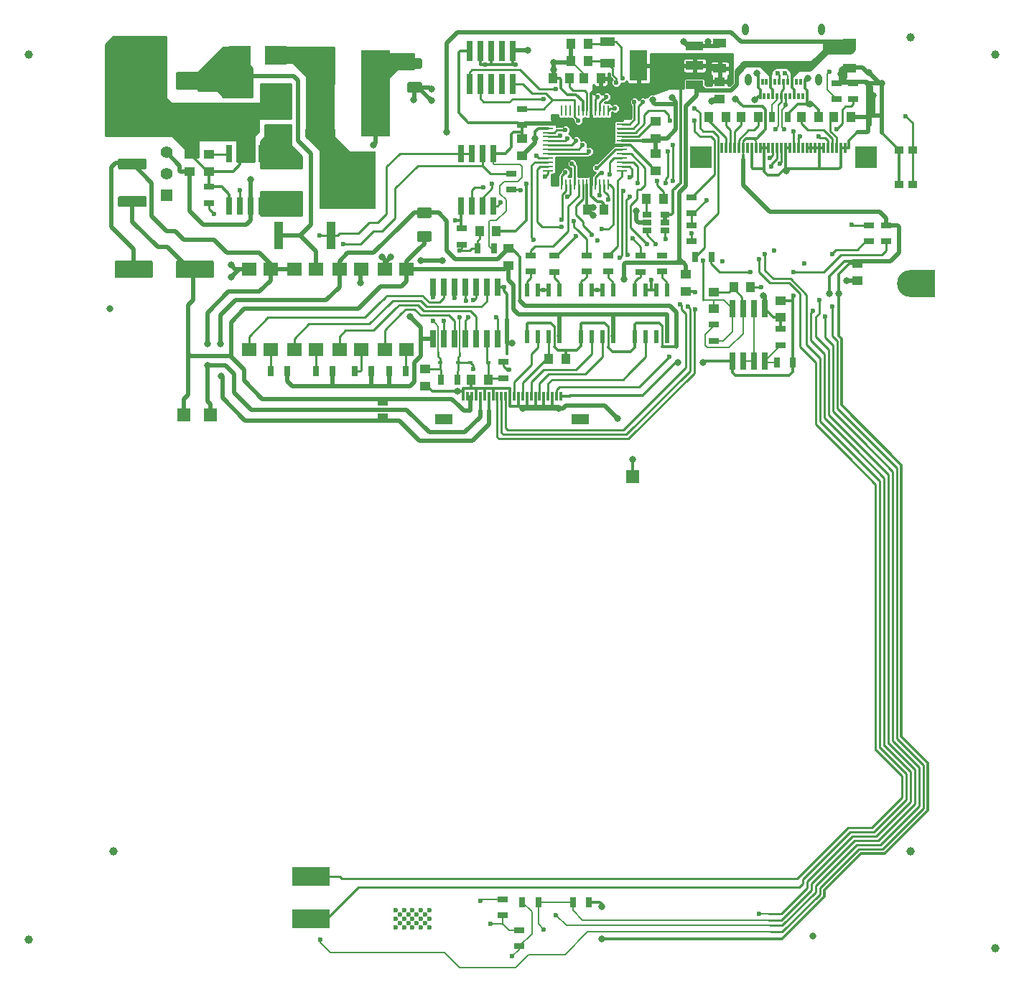
<source format=gbr>
G04 #@! TF.GenerationSoftware,KiCad,Pcbnew,5.0.2-bee76a0~70~ubuntu18.04.1*
G04 #@! TF.CreationDate,2020-04-30T09:20:18+02:00*
G04 #@! TF.ProjectId,OpenDropV4,4f70656e-4472-46f7-9056-342e6b696361,rev?*
G04 #@! TF.SameCoordinates,Original*
G04 #@! TF.FileFunction,Copper,L2,Bot*
G04 #@! TF.FilePolarity,Positive*
%FSLAX46Y46*%
G04 Gerber Fmt 4.6, Leading zero omitted, Abs format (unit mm)*
G04 Created by KiCad (PCBNEW 5.0.2-bee76a0~70~ubuntu18.04.1) date Do 30 Apr 2020 09:20:18 CEST*
%MOMM*%
%LPD*%
G01*
G04 APERTURE LIST*
G04 #@! TA.AperFunction,ComponentPad*
%ADD10O,0.800000X1.400000*%
G04 #@! TD*
G04 #@! TA.AperFunction,SMDPad,CuDef*
%ADD11R,0.300000X0.700000*%
G04 #@! TD*
G04 #@! TA.AperFunction,SMDPad,CuDef*
%ADD12R,4.500000X2.200000*%
G04 #@! TD*
G04 #@! TA.AperFunction,ComponentPad*
%ADD13C,0.600000*%
G04 #@! TD*
G04 #@! TA.AperFunction,SMDPad,CuDef*
%ADD14R,2.000000X1.300000*%
G04 #@! TD*
G04 #@! TA.AperFunction,SMDPad,CuDef*
%ADD15R,0.300000X1.000000*%
G04 #@! TD*
G04 #@! TA.AperFunction,BGAPad,CuDef*
%ADD16C,1.000000*%
G04 #@! TD*
G04 #@! TA.AperFunction,SMDPad,CuDef*
%ADD17R,1.000000X1.250000*%
G04 #@! TD*
G04 #@! TA.AperFunction,SMDPad,CuDef*
%ADD18R,1.800000X1.000000*%
G04 #@! TD*
G04 #@! TA.AperFunction,SMDPad,CuDef*
%ADD19R,1.250000X1.000000*%
G04 #@! TD*
G04 #@! TA.AperFunction,SMDPad,CuDef*
%ADD20R,1.700000X1.600000*%
G04 #@! TD*
G04 #@! TA.AperFunction,SMDPad,CuDef*
%ADD21R,1.300000X0.700000*%
G04 #@! TD*
G04 #@! TA.AperFunction,SMDPad,CuDef*
%ADD22R,0.610000X1.520000*%
G04 #@! TD*
G04 #@! TA.AperFunction,SMDPad,CuDef*
%ADD23R,0.700000X1.300000*%
G04 #@! TD*
G04 #@! TA.AperFunction,SMDPad,CuDef*
%ADD24R,2.780000X1.550000*%
G04 #@! TD*
G04 #@! TA.AperFunction,SMDPad,CuDef*
%ADD25R,6.730000X6.740000*%
G04 #@! TD*
G04 #@! TA.AperFunction,ComponentPad*
%ADD26R,1.397000X1.397000*%
G04 #@! TD*
G04 #@! TA.AperFunction,ComponentPad*
%ADD27C,1.397000*%
G04 #@! TD*
G04 #@! TA.AperFunction,SMDPad,CuDef*
%ADD28R,0.660400X2.032000*%
G04 #@! TD*
G04 #@! TA.AperFunction,SMDPad,CuDef*
%ADD29R,1.000000X3.200000*%
G04 #@! TD*
G04 #@! TA.AperFunction,SMDPad,CuDef*
%ADD30R,2.500000X1.000000*%
G04 #@! TD*
G04 #@! TA.AperFunction,SMDPad,CuDef*
%ADD31R,2.500000X2.300000*%
G04 #@! TD*
G04 #@! TA.AperFunction,SMDPad,CuDef*
%ADD32R,3.500000X10.200000*%
G04 #@! TD*
G04 #@! TA.AperFunction,SMDPad,CuDef*
%ADD33R,1.060000X0.650000*%
G04 #@! TD*
G04 #@! TA.AperFunction,SMDPad,CuDef*
%ADD34R,0.600000X0.450000*%
G04 #@! TD*
G04 #@! TA.AperFunction,SMDPad,CuDef*
%ADD35R,1.300000X0.250000*%
G04 #@! TD*
G04 #@! TA.AperFunction,SMDPad,CuDef*
%ADD36R,0.250000X1.300000*%
G04 #@! TD*
G04 #@! TA.AperFunction,SMDPad,CuDef*
%ADD37R,2.032000X3.657600*%
G04 #@! TD*
G04 #@! TA.AperFunction,SMDPad,CuDef*
%ADD38R,2.032000X1.016000*%
G04 #@! TD*
G04 #@! TA.AperFunction,SMDPad,CuDef*
%ADD39R,1.000000X0.900000*%
G04 #@! TD*
G04 #@! TA.AperFunction,SMDPad,CuDef*
%ADD40R,1.600000X1.000000*%
G04 #@! TD*
G04 #@! TA.AperFunction,ComponentPad*
%ADD41C,3.200000*%
G04 #@! TD*
G04 #@! TA.AperFunction,SMDPad,CuDef*
%ADD42R,3.000000X3.200000*%
G04 #@! TD*
G04 #@! TA.AperFunction,SMDPad,CuDef*
%ADD43R,0.300000X1.250000*%
G04 #@! TD*
G04 #@! TA.AperFunction,SMDPad,CuDef*
%ADD44R,2.500000X2.500000*%
G04 #@! TD*
G04 #@! TA.AperFunction,SMDPad,CuDef*
%ADD45R,0.740000X2.400000*%
G04 #@! TD*
G04 #@! TA.AperFunction,SMDPad,CuDef*
%ADD46R,1.501140X1.501140*%
G04 #@! TD*
G04 #@! TA.AperFunction,Conductor*
%ADD47C,0.100000*%
G04 #@! TD*
G04 #@! TA.AperFunction,SMDPad,CuDef*
%ADD48C,1.250000*%
G04 #@! TD*
G04 #@! TA.AperFunction,SMDPad,CuDef*
%ADD49C,2.100000*%
G04 #@! TD*
G04 #@! TA.AperFunction,SMDPad,CuDef*
%ADD50C,1.300000*%
G04 #@! TD*
G04 #@! TA.AperFunction,ViaPad*
%ADD51C,0.600000*%
G04 #@! TD*
G04 #@! TA.AperFunction,ViaPad*
%ADD52C,0.800000*%
G04 #@! TD*
G04 #@! TA.AperFunction,Conductor*
%ADD53C,0.500000*%
G04 #@! TD*
G04 #@! TA.AperFunction,Conductor*
%ADD54C,0.250000*%
G04 #@! TD*
G04 #@! TA.AperFunction,Conductor*
%ADD55C,0.300000*%
G04 #@! TD*
G04 #@! TA.AperFunction,Conductor*
%ADD56C,0.200000*%
G04 #@! TD*
G04 #@! TA.AperFunction,Conductor*
%ADD57C,0.254000*%
G04 #@! TD*
G04 APERTURE END LIST*
D10*
G04 #@! TO.P,J1,S1*
G04 #@! TO.N,Net-(J1-PadS1)*
X127870000Y-39010000D03*
D11*
G04 #@! TO.P,J1,A1*
G04 #@! TO.N,GND*
X129250000Y-40920000D03*
G04 #@! TO.P,J1,A2*
G04 #@! TO.N,N/C*
X129750000Y-40920000D03*
G04 #@! TO.P,J1,A3*
X130250000Y-40920000D03*
G04 #@! TO.P,J1,A4*
G04 #@! TO.N,V_USB*
X130750000Y-40920000D03*
G04 #@! TO.P,J1,A5*
G04 #@! TO.N,Net-(J1-PadA5)*
X131250000Y-40920000D03*
G04 #@! TO.P,J1,A6*
G04 #@! TO.N,D+*
X131750000Y-40920000D03*
G04 #@! TO.P,J1,A7*
G04 #@! TO.N,D-*
X132250000Y-40920000D03*
G04 #@! TO.P,J1,A12*
G04 #@! TO.N,GND*
X134750000Y-40920000D03*
G04 #@! TO.P,J1,A10*
G04 #@! TO.N,N/C*
X133750000Y-40920000D03*
G04 #@! TO.P,J1,A9*
G04 #@! TO.N,V_USB*
X133250000Y-40920000D03*
G04 #@! TO.P,J1,A8*
G04 #@! TO.N,N/C*
X132750000Y-40920000D03*
G04 #@! TO.P,J1,A11*
X134250000Y-40920000D03*
G04 #@! TO.P,J1,B1*
G04 #@! TO.N,GND*
X134500000Y-39220000D03*
D10*
G04 #@! TO.P,J1,S1*
G04 #@! TO.N,Net-(J1-PadS1)*
X136130000Y-39010000D03*
X136490000Y-33060000D03*
X127510000Y-33060000D03*
D11*
G04 #@! TO.P,J1,B2*
G04 #@! TO.N,N/C*
X134000000Y-39220000D03*
G04 #@! TO.P,J1,B3*
X133500000Y-39220000D03*
G04 #@! TO.P,J1,B4*
G04 #@! TO.N,V_USB*
X133000000Y-39220000D03*
G04 #@! TO.P,J1,B5*
G04 #@! TO.N,Net-(J1-PadB5)*
X132500000Y-39220000D03*
G04 #@! TO.P,J1,B6*
G04 #@! TO.N,D+*
X132000000Y-39220000D03*
G04 #@! TO.P,J1,B7*
G04 #@! TO.N,D-*
X131500000Y-39220000D03*
G04 #@! TO.P,J1,B8*
G04 #@! TO.N,N/C*
X131000000Y-39220000D03*
G04 #@! TO.P,J1,B9*
G04 #@! TO.N,V_USB*
X130500000Y-39220000D03*
G04 #@! TO.P,J1,B10*
G04 #@! TO.N,N/C*
X130000000Y-39220000D03*
G04 #@! TO.P,J1,B11*
X129500000Y-39220000D03*
G04 #@! TO.P,J1,B12*
G04 #@! TO.N,GND*
X129000000Y-39220000D03*
G04 #@! TD*
D12*
G04 #@! TO.P,SP1,2*
G04 #@! TO.N,Net-(SP1-Pad2)*
X76265000Y-137939000D03*
G04 #@! TO.P,SP1,1*
G04 #@! TO.N,Net-(SP1-Pad1)*
X76265000Y-132939000D03*
D13*
G04 #@! TO.P,SP1,3*
G04 #@! TO.N,N/C*
X86265000Y-136939000D03*
X86765000Y-137439000D03*
X87265000Y-136939000D03*
X87765000Y-137439000D03*
X88265000Y-136939000D03*
X88765000Y-137439000D03*
X89265000Y-136939000D03*
X89765000Y-137439000D03*
X90265000Y-136939000D03*
X86265000Y-137939000D03*
X86765000Y-138439000D03*
X87265000Y-137939000D03*
X87765000Y-138439000D03*
X88265000Y-137939000D03*
X88765000Y-138439000D03*
X89265000Y-137939000D03*
X89765000Y-138439000D03*
X90265000Y-137939000D03*
X86265000Y-138939000D03*
X87265000Y-138939000D03*
X88265000Y-138939000D03*
X89265000Y-138939000D03*
X90265000Y-138939000D03*
G04 #@! TD*
D14*
G04 #@! TO.P,J3,*
G04 #@! TO.N,*
X108050000Y-79000000D03*
X91950000Y-79000000D03*
D15*
G04 #@! TO.P,J3,1*
G04 #@! TO.N,+3V3*
X105750000Y-76300000D03*
G04 #@! TO.P,J3,2*
G04 #@! TO.N,V_GND*
X105250000Y-76300000D03*
G04 #@! TO.P,J3,3*
G04 #@! TO.N,GND*
X104750000Y-76300000D03*
G04 #@! TO.P,J3,4*
G04 #@! TO.N,DI_C*
X104250000Y-76300000D03*
G04 #@! TO.P,J3,5*
G04 #@! TO.N,GND*
X103750000Y-76300000D03*
G04 #@! TO.P,J3,6*
G04 #@! TO.N,BL_C*
X103250000Y-76300000D03*
G04 #@! TO.P,J3,7*
G04 #@! TO.N,GND*
X102750000Y-76300000D03*
G04 #@! TO.P,J3,8*
G04 #@! TO.N,POL_C*
X102250000Y-76300000D03*
G04 #@! TO.P,J3,9*
G04 #@! TO.N,GND*
X101750000Y-76300000D03*
G04 #@! TO.P,J3,10*
G04 #@! TO.N,LE_C*
X101250000Y-76300000D03*
G04 #@! TO.P,J3,11*
G04 #@! TO.N,GND*
X100750000Y-76300000D03*
G04 #@! TO.P,J3,12*
G04 #@! TO.N,CLK_C*
X100250000Y-76300000D03*
G04 #@! TO.P,J3,13*
G04 #@! TO.N,GND*
X99750000Y-76300000D03*
G04 #@! TO.P,J3,14*
G04 #@! TO.N,DIG1*
X99250000Y-76300000D03*
G04 #@! TO.P,J3,15*
G04 #@! TO.N,DIG0*
X98750000Y-76300000D03*
G04 #@! TO.P,J3,16*
G04 #@! TO.N,SENS_PAD*
X98250000Y-76300000D03*
G04 #@! TO.P,J3,17*
G04 #@! TO.N,GND*
X97750000Y-76300000D03*
G04 #@! TO.P,J3,18*
G04 #@! TO.N,VDD_C*
X97250000Y-76300000D03*
G04 #@! TO.P,J3,19*
G04 #@! TO.N,GND*
X96750000Y-76300000D03*
G04 #@! TO.P,J3,20*
G04 #@! TO.N,V_HV_C*
X96250000Y-76300000D03*
G04 #@! TO.P,J3,21*
G04 #@! TO.N,GND*
X95750000Y-76300000D03*
G04 #@! TO.P,J3,22*
G04 #@! TO.N,GND_C*
X95250000Y-76300000D03*
G04 #@! TO.P,J3,23*
X94750000Y-76300000D03*
G04 #@! TO.P,J3,24*
G04 #@! TO.N,GND*
X94250000Y-76300000D03*
G04 #@! TD*
D16*
G04 #@! TO.P,REF\002A\002A,~*
G04 #@! TO.N,N/C*
X157000000Y-36000000D03*
G04 #@! TD*
G04 #@! TO.P,REF\002A\002A,~*
G04 #@! TO.N,N/C*
X157000000Y-141400000D03*
G04 #@! TD*
G04 #@! TO.P,REF\002A\002A,~*
G04 #@! TO.N,N/C*
X43000000Y-140400000D03*
G04 #@! TD*
G04 #@! TO.P,REF\002A\002A,~*
G04 #@! TO.N,N/C*
X43000000Y-36000000D03*
G04 #@! TD*
D17*
G04 #@! TO.P,C25,2*
G04 #@! TO.N,Net-(C25-Pad2)*
X108950000Y-34757000D03*
G04 #@! TO.P,C25,1*
G04 #@! TO.N,GND*
X106950000Y-34757000D03*
G04 #@! TD*
D18*
G04 #@! TO.P,Y1,2*
G04 #@! TO.N,Net-(C25-Pad2)*
X111252000Y-34523000D03*
G04 #@! TO.P,Y1,1*
G04 #@! TO.N,Net-(C23-Pad2)*
X111252000Y-37023000D03*
G04 #@! TD*
D19*
G04 #@! TO.P,C14,1*
G04 #@! TO.N,+3V3*
X101219000Y-45949000D03*
G04 #@! TO.P,C14,2*
G04 #@! TO.N,GND*
X101219000Y-47949000D03*
G04 #@! TD*
D20*
G04 #@! TO.P,U12,2*
G04 #@! TO.N,Net-(U12-Pad2)*
X85011000Y-70817000D03*
G04 #@! TO.P,U12,1*
G04 #@! TO.N,Net-(R49-Pad1)*
X87551000Y-70817000D03*
G04 #@! TO.P,U12,4*
G04 #@! TO.N,GND_C*
X87551000Y-61317000D03*
G04 #@! TO.P,U12,3*
G04 #@! TO.N,GND*
X85011000Y-61317000D03*
G04 #@! TD*
D21*
G04 #@! TO.P,R32,1*
G04 #@! TO.N,Net-(R32-Pad1)*
X102156000Y-61619500D03*
G04 #@! TO.P,R32,2*
G04 #@! TO.N,CLK*
X102156000Y-59719500D03*
G04 #@! TD*
D22*
G04 #@! TO.P,U9,5*
G04 #@! TO.N,GND_C*
X118285000Y-69244000D03*
G04 #@! TO.P,U9,6*
G04 #@! TO.N,N/C*
X117015000Y-69244000D03*
G04 #@! TO.P,U9,7*
G04 #@! TO.N,DI_C*
X115745000Y-69244000D03*
G04 #@! TO.P,U9,8*
G04 #@! TO.N,VDD_C*
X114475000Y-69244000D03*
G04 #@! TO.P,U9,1*
G04 #@! TO.N,Net-(R34-Pad1)*
X114475000Y-63779000D03*
G04 #@! TO.P,U9,2*
G04 #@! TO.N,GND*
X115745000Y-63779000D03*
G04 #@! TO.P,U9,3*
X117015000Y-63779000D03*
G04 #@! TO.P,U9,4*
G04 #@! TO.N,Net-(R41-Pad1)*
X118285000Y-63779000D03*
G04 #@! TD*
G04 #@! TO.P,U8,4*
G04 #@! TO.N,Net-(R40-Pad1)*
X111935000Y-63779000D03*
G04 #@! TO.P,U8,3*
G04 #@! TO.N,GND*
X110665000Y-63779000D03*
G04 #@! TO.P,U8,2*
X109395000Y-63779000D03*
G04 #@! TO.P,U8,1*
G04 #@! TO.N,Net-(R36-Pad1)*
X108125000Y-63779000D03*
G04 #@! TO.P,U8,8*
G04 #@! TO.N,VDD_C*
X108125000Y-69244000D03*
G04 #@! TO.P,U8,7*
G04 #@! TO.N,POL_C*
X109395000Y-69244000D03*
G04 #@! TO.P,U8,6*
G04 #@! TO.N,BL_C*
X110665000Y-69244000D03*
G04 #@! TO.P,U8,5*
G04 #@! TO.N,GND_C*
X111935000Y-69244000D03*
G04 #@! TD*
D21*
G04 #@! TO.P,R1,1*
G04 #@! TO.N,Net-(R1-Pad1)*
X64262000Y-53528000D03*
G04 #@! TO.P,R1,2*
G04 #@! TO.N,GND*
X64262000Y-51628000D03*
G04 #@! TD*
G04 #@! TO.P,R5,1*
G04 #@! TO.N,RESET*
X101219000Y-42443000D03*
G04 #@! TO.P,R5,2*
G04 #@! TO.N,+3V3*
X101219000Y-44343000D03*
G04 #@! TD*
D23*
G04 #@! TO.P,R18,1*
G04 #@! TO.N,JOY*
X107177800Y-135966200D03*
G04 #@! TO.P,R18,2*
G04 #@! TO.N,+3V3*
X109077800Y-135966200D03*
G04 #@! TD*
G04 #@! TO.P,R19,1*
G04 #@! TO.N,Net-(JS2-Pad6)*
X101183400Y-135966200D03*
G04 #@! TO.P,R19,2*
G04 #@! TO.N,JOY*
X103083400Y-135966200D03*
G04 #@! TD*
D21*
G04 #@! TO.P,R20,1*
G04 #@! TO.N,Net-(JS2-Pad3)*
X100812600Y-139283400D03*
G04 #@! TO.P,R20,2*
G04 #@! TO.N,Net-(JS2-Pad6)*
X100812600Y-141183400D03*
G04 #@! TD*
G04 #@! TO.P,R21,1*
G04 #@! TO.N,Net-(JS2-Pad1)*
X98882200Y-135625800D03*
G04 #@! TO.P,R21,2*
G04 #@! TO.N,Net-(JS2-Pad3)*
X98882200Y-137525800D03*
G04 #@! TD*
D23*
G04 #@! TO.P,R22,1*
G04 #@! TO.N,+3V3*
X133126000Y-72363040D03*
G04 #@! TO.P,R22,2*
G04 #@! TO.N,Net-(R22-Pad2)*
X131226000Y-72363040D03*
G04 #@! TD*
D21*
G04 #@! TO.P,R30,1*
G04 #@! TO.N,Net-(R22-Pad2)*
X131668000Y-70265040D03*
G04 #@! TO.P,R30,2*
G04 #@! TO.N,GND*
X131668000Y-68365040D03*
G04 #@! TD*
G04 #@! TO.P,R31,1*
G04 #@! TO.N,FEEDBACK*
X123794000Y-69757040D03*
G04 #@! TO.P,R31,2*
G04 #@! TO.N,Net-(C16-Pad1)*
X123794000Y-67857040D03*
G04 #@! TD*
G04 #@! TO.P,R44,1*
G04 #@! TO.N,Net-(D2-Pad1)*
X98984000Y-72253000D03*
G04 #@! TO.P,R44,2*
G04 #@! TO.N,Net-(C29-Pad2)*
X98984000Y-74153000D03*
G04 #@! TD*
D23*
G04 #@! TO.P,R45,1*
G04 #@! TO.N,Net-(R45-Pad1)*
X71567000Y-73365000D03*
G04 #@! TO.P,R45,2*
G04 #@! TO.N,V_USB*
X73467000Y-73365000D03*
G04 #@! TD*
G04 #@! TO.P,R48,1*
G04 #@! TO.N,Net-(R48-Pad1)*
X76901000Y-73365000D03*
G04 #@! TO.P,R48,2*
G04 #@! TO.N,V_USB*
X78801000Y-73365000D03*
G04 #@! TD*
G04 #@! TO.P,R49,1*
G04 #@! TO.N,Net-(R49-Pad1)*
X87437000Y-73365000D03*
G04 #@! TO.P,R49,2*
G04 #@! TO.N,V_USB*
X85537000Y-73365000D03*
G04 #@! TD*
G04 #@! TO.P,R51,1*
G04 #@! TO.N,Net-(R51-Pad1)*
X81473000Y-73365000D03*
G04 #@! TO.P,R51,2*
G04 #@! TO.N,V_USB*
X83373000Y-73365000D03*
G04 #@! TD*
D21*
G04 #@! TO.P,R41,1*
G04 #@! TO.N,Net-(R41-Pad1)*
X117650000Y-61619500D03*
G04 #@! TO.P,R41,2*
G04 #@! TO.N,N/C*
X117650000Y-59719500D03*
G04 #@! TD*
G04 #@! TO.P,R3,1*
G04 #@! TO.N,Net-(R3-Pad1)*
X140208000Y-41295000D03*
G04 #@! TO.P,R3,2*
G04 #@! TO.N,GND*
X140208000Y-39395000D03*
G04 #@! TD*
G04 #@! TO.P,R4,1*
G04 #@! TO.N,+3V3*
X144145000Y-56159000D03*
G04 #@! TO.P,R4,2*
G04 #@! TO.N,Net-(LED2-Pad2)*
X144145000Y-58059000D03*
G04 #@! TD*
D23*
G04 #@! TO.P,R6,1*
G04 #@! TO.N,RX_LED*
X121605000Y-59903000D03*
G04 #@! TO.P,R6,2*
G04 #@! TO.N,Net-(LED1-Pad2)*
X123505000Y-59903000D03*
G04 #@! TD*
D21*
G04 #@! TO.P,R8,1*
G04 #@! TO.N,D13*
X142113000Y-56159000D03*
G04 #@! TO.P,R8,2*
G04 #@! TO.N,Net-(LED3-Pad2)*
X142113000Y-58059000D03*
G04 #@! TD*
G04 #@! TO.P,R34,1*
G04 #@! TO.N,Net-(R34-Pad1)*
X115175000Y-61625000D03*
G04 #@! TO.P,R34,2*
G04 #@! TO.N,DI*
X115175000Y-59725000D03*
G04 #@! TD*
G04 #@! TO.P,R36,1*
G04 #@! TO.N,Net-(R36-Pad1)*
X108760000Y-61619500D03*
G04 #@! TO.P,R36,2*
G04 #@! TO.N,POL*
X108760000Y-59719500D03*
G04 #@! TD*
G04 #@! TO.P,R37,1*
G04 #@! TO.N,Net-(R37-Pad1)*
X104975000Y-61625000D03*
G04 #@! TO.P,R37,2*
G04 #@! TO.N,LE*
X104975000Y-59725000D03*
G04 #@! TD*
G04 #@! TO.P,R40,1*
G04 #@! TO.N,Net-(R40-Pad1)*
X111300000Y-61619500D03*
G04 #@! TO.P,R40,2*
G04 #@! TO.N,BL*
X111300000Y-59719500D03*
G04 #@! TD*
G04 #@! TO.P,R9,1*
G04 #@! TO.N,VSENS*
X99949000Y-51963000D03*
G04 #@! TO.P,R9,2*
G04 #@! TO.N,Net-(R1-Pad1)*
X99949000Y-50063000D03*
G04 #@! TD*
D23*
G04 #@! TO.P,R10,1*
G04 #@! TO.N,Net-(D2-Pad1)*
X93518000Y-74346000D03*
G04 #@! TO.P,R10,2*
G04 #@! TO.N,Net-(C28-Pad2)*
X91618000Y-74346000D03*
G04 #@! TD*
G04 #@! TO.P,R11,1*
G04 #@! TO.N,Net-(C31-Pad2)*
X95951000Y-58887000D03*
G04 #@! TO.P,R11,2*
G04 #@! TO.N,+3V3*
X97851000Y-58887000D03*
G04 #@! TD*
D24*
G04 #@! TO.P,T1,3*
G04 #@! TO.N,Net-(RSENSE1-Pad1)*
X73932000Y-48620000D03*
D25*
G04 #@! TO.P,T1,2*
G04 #@! TO.N,Net-(D1-Pad2)*
X80567000Y-50800000D03*
D24*
G04 #@! TO.P,T1,1*
G04 #@! TO.N,Net-(T1-Pad1)*
X73932000Y-52980000D03*
G04 #@! TD*
D20*
G04 #@! TO.P,U11,2*
G04 #@! TO.N,Net-(U11-Pad2)*
X74343000Y-70817000D03*
G04 #@! TO.P,U11,1*
G04 #@! TO.N,Net-(R48-Pad1)*
X76883000Y-70817000D03*
G04 #@! TO.P,U11,4*
G04 #@! TO.N,V_HV*
X76883000Y-61317000D03*
G04 #@! TO.P,U11,3*
G04 #@! TO.N,V_HV_C*
X74343000Y-61317000D03*
G04 #@! TD*
G04 #@! TO.P,U10,2*
G04 #@! TO.N,Net-(U10-Pad2)*
X69009000Y-70817000D03*
G04 #@! TO.P,U10,1*
G04 #@! TO.N,Net-(R45-Pad1)*
X71549000Y-70817000D03*
G04 #@! TO.P,U10,4*
G04 #@! TO.N,V_HV_C*
X71549000Y-61317000D03*
G04 #@! TO.P,U10,3*
G04 #@! TO.N,GND*
X69009000Y-61317000D03*
G04 #@! TD*
G04 #@! TO.P,U13,2*
G04 #@! TO.N,Net-(U13-Pad2)*
X79677000Y-70817000D03*
G04 #@! TO.P,U13,1*
G04 #@! TO.N,Net-(R51-Pad1)*
X82217000Y-70817000D03*
G04 #@! TO.P,U13,4*
G04 #@! TO.N,V_USB*
X82217000Y-61317000D03*
G04 #@! TO.P,U13,3*
G04 #@! TO.N,VDD_C*
X79677000Y-61317000D03*
G04 #@! TD*
D22*
G04 #@! TO.P,U7,5*
G04 #@! TO.N,GND_C*
X105585000Y-69244000D03*
G04 #@! TO.P,U7,6*
G04 #@! TO.N,LE_C*
X104315000Y-69244000D03*
G04 #@! TO.P,U7,7*
G04 #@! TO.N,CLK_C*
X103045000Y-69244000D03*
G04 #@! TO.P,U7,8*
G04 #@! TO.N,VDD_C*
X101775000Y-69244000D03*
G04 #@! TO.P,U7,1*
G04 #@! TO.N,Net-(R32-Pad1)*
X101775000Y-63779000D03*
G04 #@! TO.P,U7,2*
G04 #@! TO.N,GND*
X103045000Y-63779000D03*
G04 #@! TO.P,U7,3*
X104315000Y-63779000D03*
G04 #@! TO.P,U7,4*
G04 #@! TO.N,Net-(R37-Pad1)*
X105585000Y-63779000D03*
G04 #@! TD*
D19*
G04 #@! TO.P,C17,1*
G04 #@! TO.N,FEEDBACK*
X123794000Y-65997040D03*
G04 #@! TO.P,C17,2*
G04 #@! TO.N,Net-(C16-Pad1)*
X123794000Y-63997040D03*
G04 #@! TD*
D26*
G04 #@! TO.P,SW5,3*
G04 #@! TO.N,N/C*
X59230000Y-52605000D03*
D27*
G04 #@! TO.P,SW5,2*
G04 #@! TO.N,V_USB*
X59230000Y-50065000D03*
G04 #@! TO.P,SW5,1*
G04 #@! TO.N,Net-(C1-Pad1)*
X59230000Y-47525000D03*
G04 #@! TD*
D28*
G04 #@! TO.P,U6,5*
G04 #@! TO.N,Net-(R22-Pad2)*
X129763000Y-72134440D03*
G04 #@! TO.P,U6,6*
G04 #@! TO.N,Net-(U6-Pad3)*
X128493000Y-72134440D03*
G04 #@! TO.P,U6,7*
X127223000Y-72134440D03*
G04 #@! TO.P,U6,8*
G04 #@! TO.N,+3V3*
X125953000Y-72134440D03*
G04 #@! TO.P,U6,1*
G04 #@! TO.N,FEEDBACK*
X125953000Y-65987640D03*
G04 #@! TO.P,U6,2*
G04 #@! TO.N,Net-(C16-Pad1)*
X127223000Y-65987640D03*
G04 #@! TO.P,U6,3*
G04 #@! TO.N,Net-(U6-Pad3)*
X128493000Y-65987640D03*
G04 #@! TO.P,U6,4*
G04 #@! TO.N,GND*
X129763000Y-65987640D03*
G04 #@! TD*
D29*
G04 #@! TO.P,R2,1*
G04 #@! TO.N,V_HV*
X72465000Y-57363000D03*
G04 #@! TO.P,R2,2*
G04 #@! TO.N,Net-(R2-Pad2)*
X78665000Y-57363000D03*
G04 #@! TD*
D30*
G04 #@! TO.P,RSENSE1,1*
G04 #@! TO.N,Net-(RSENSE1-Pad1)*
X72565000Y-44895000D03*
G04 #@! TO.P,RSENSE1,2*
G04 #@! TO.N,GND*
X72565000Y-39995000D03*
G04 #@! TD*
D19*
G04 #@! TO.P,C2,1*
G04 #@! TO.N,Net-(C1-Pad1)*
X61976000Y-49768000D03*
G04 #@! TO.P,C2,2*
G04 #@! TO.N,GND*
X61976000Y-47768000D03*
G04 #@! TD*
G04 #@! TO.P,C3,1*
G04 #@! TO.N,Net-(C3-Pad1)*
X64262000Y-47768000D03*
G04 #@! TO.P,C3,2*
G04 #@! TO.N,GND*
X64262000Y-49768000D03*
G04 #@! TD*
G04 #@! TO.P,C13,1*
G04 #@! TO.N,VDD_C*
X84760000Y-78886000D03*
G04 #@! TO.P,C13,2*
G04 #@! TO.N,GND_C*
X84760000Y-76886000D03*
G04 #@! TD*
D31*
G04 #@! TO.P,D1,1*
G04 #@! TO.N,V_HV*
X67875000Y-36095000D03*
G04 #@! TO.P,D1,2*
G04 #@! TO.N,Net-(D1-Pad2)*
X72175000Y-36095000D03*
G04 #@! TD*
D16*
G04 #@! TO.P,REF\002A\002A,~*
G04 #@! TO.N,N/C*
X147000000Y-34000000D03*
G04 #@! TD*
G04 #@! TO.P,REF\002A\002A,~*
G04 #@! TO.N,N/C*
X147000000Y-130000000D03*
G04 #@! TD*
G04 #@! TO.P,REF\002A\002A,~*
G04 #@! TO.N,N/C*
X53000000Y-130000000D03*
G04 #@! TD*
D19*
G04 #@! TO.P,C15,1*
G04 #@! TO.N,+3V3*
X131668000Y-65013040D03*
G04 #@! TO.P,C15,2*
G04 #@! TO.N,GND*
X131668000Y-67013040D03*
G04 #@! TD*
D17*
G04 #@! TO.P,C16,1*
G04 #@! TO.N,Net-(C16-Pad1)*
X126127000Y-63459000D03*
G04 #@! TO.P,C16,2*
G04 #@! TO.N,V_GND*
X128127000Y-63459000D03*
G04 #@! TD*
G04 #@! TO.P,C20,1*
G04 #@! TO.N,Net-(C20-Pad1)*
X106791000Y-38821000D03*
G04 #@! TO.P,C20,2*
G04 #@! TO.N,GND*
X104791000Y-38821000D03*
G04 #@! TD*
D19*
G04 #@! TO.P,C22,1*
G04 #@! TO.N,GND*
X140716000Y-62681000D03*
G04 #@! TO.P,C22,2*
G04 #@! TO.N,+3V3*
X140716000Y-60681000D03*
G04 #@! TD*
D17*
G04 #@! TO.P,C23,2*
G04 #@! TO.N,Net-(C23-Pad2)*
X108950000Y-36789000D03*
G04 #@! TO.P,C23,1*
G04 #@! TO.N,GND*
X106950000Y-36789000D03*
G04 #@! TD*
D19*
G04 #@! TO.P,C24,1*
G04 #@! TO.N,GND*
X116967000Y-45917000D03*
G04 #@! TO.P,C24,2*
G04 #@! TO.N,AREF*
X116967000Y-43917000D03*
G04 #@! TD*
D32*
G04 #@! TO.P,L1,1*
G04 #@! TO.N,Net-(C1-Pad1)*
X83945000Y-40599000D03*
G04 #@! TO.P,L1,2*
G04 #@! TO.N,Net-(D1-Pad2)*
X77345000Y-40599000D03*
G04 #@! TD*
D17*
G04 #@! TO.P,C7,2*
G04 #@! TO.N,Net-(C7-Pad2)*
X125206000Y-43393000D03*
G04 #@! TO.P,C7,1*
G04 #@! TO.N,Net-(C7-Pad1)*
X123206000Y-43393000D03*
G04 #@! TD*
G04 #@! TO.P,C8,1*
G04 #@! TO.N,Net-(C8-Pad1)*
X137938000Y-43393000D03*
G04 #@! TO.P,C8,2*
G04 #@! TO.N,GND*
X139938000Y-43393000D03*
G04 #@! TD*
G04 #@! TO.P,C9,1*
G04 #@! TO.N,Net-(C9-Pad1)*
X127016000Y-43393000D03*
G04 #@! TO.P,C9,2*
G04 #@! TO.N,Net-(C9-Pad2)*
X129016000Y-43393000D03*
G04 #@! TD*
G04 #@! TO.P,C10,2*
G04 #@! TO.N,GND*
X136128000Y-43393000D03*
G04 #@! TO.P,C10,1*
G04 #@! TO.N,Net-(C10-Pad1)*
X134128000Y-43393000D03*
G04 #@! TD*
G04 #@! TO.P,C11,1*
G04 #@! TO.N,Net-(C11-Pad1)*
X117840000Y-53045000D03*
G04 #@! TO.P,C11,2*
G04 #@! TO.N,Net-(C11-Pad2)*
X115840000Y-53045000D03*
G04 #@! TD*
D19*
G04 #@! TO.P,C27,1*
G04 #@! TO.N,GND*
X120523000Y-63951000D03*
G04 #@! TO.P,C27,2*
G04 #@! TO.N,V_USB*
X120523000Y-61951000D03*
G04 #@! TD*
D28*
G04 #@! TO.P,U1,5*
G04 #@! TO.N,Net-(C3-Pad1)*
X66675000Y-47726600D03*
G04 #@! TO.P,U1,6*
G04 #@! TO.N,GND*
X67945000Y-47726600D03*
G04 #@! TO.P,U1,7*
X69215000Y-47726600D03*
G04 #@! TO.P,U1,8*
G04 #@! TO.N,Net-(RSENSE1-Pad1)*
X70485000Y-47726600D03*
G04 #@! TO.P,U1,1*
G04 #@! TO.N,Net-(T1-Pad1)*
X70485000Y-53873400D03*
G04 #@! TO.P,U1,2*
G04 #@! TO.N,Net-(C1-Pad1)*
X69215000Y-53873400D03*
G04 #@! TO.P,U1,3*
G04 #@! TO.N,Net-(R2-Pad2)*
X67945000Y-53873400D03*
G04 #@! TO.P,U1,4*
G04 #@! TO.N,GND*
X66675000Y-53873400D03*
G04 #@! TD*
G04 #@! TO.P,U15,5*
G04 #@! TO.N,Net-(R2-Pad2)*
X93980000Y-47685600D03*
G04 #@! TO.P,U15,6*
X95250000Y-47685600D03*
G04 #@! TO.P,U15,7*
G04 #@! TO.N,Net-(R1-Pad1)*
X96520000Y-47685600D03*
G04 #@! TO.P,U15,8*
G04 #@! TO.N,+3V3*
X97790000Y-47685600D03*
G04 #@! TO.P,U15,1*
G04 #@! TO.N,V_CS*
X97790000Y-53832400D03*
G04 #@! TO.P,U15,2*
G04 #@! TO.N,V_SCK*
X96520000Y-53832400D03*
G04 #@! TO.P,U15,3*
G04 #@! TO.N,V_SI*
X95250000Y-53832400D03*
G04 #@! TO.P,U15,4*
G04 #@! TO.N,GND*
X93980000Y-53832400D03*
G04 #@! TD*
D33*
G04 #@! TO.P,U3,1*
G04 #@! TO.N,Net-(SP1-Pad1)*
X115867000Y-56789000D03*
G04 #@! TO.P,U3,2*
G04 #@! TO.N,GND*
X115867000Y-55839000D03*
G04 #@! TO.P,U3,3*
G04 #@! TO.N,Net-(C11-Pad2)*
X115867000Y-54889000D03*
G04 #@! TO.P,U3,4*
G04 #@! TO.N,+3V3*
X118067000Y-54889000D03*
G04 #@! TO.P,U3,6*
G04 #@! TO.N,Net-(SP1-Pad2)*
X118067000Y-56789000D03*
G04 #@! TO.P,U3,5*
G04 #@! TO.N,+3V3*
X118067000Y-55839000D03*
G04 #@! TD*
D19*
G04 #@! TO.P,C28,2*
G04 #@! TO.N,Net-(C28-Pad2)*
X89789000Y-73127000D03*
G04 #@! TO.P,C28,1*
G04 #@! TO.N,GND*
X89789000Y-75127000D03*
G04 #@! TD*
D17*
G04 #@! TO.P,C29,1*
G04 #@! TO.N,GND*
X95190000Y-74346000D03*
G04 #@! TO.P,C29,2*
G04 #@! TO.N,Net-(C29-Pad2)*
X97190000Y-74346000D03*
G04 #@! TD*
G04 #@! TO.P,C31,2*
G04 #@! TO.N,Net-(C31-Pad2)*
X96155000Y-56855000D03*
G04 #@! TO.P,C31,1*
G04 #@! TO.N,AC*
X98155000Y-56855000D03*
G04 #@! TD*
D34*
G04 #@! TO.P,D2,2*
G04 #@! TO.N,Net-(C28-Pad2)*
X91533000Y-72314000D03*
G04 #@! TO.P,D2,1*
G04 #@! TO.N,Net-(D2-Pad1)*
X93633000Y-72314000D03*
G04 #@! TD*
G04 #@! TO.P,D3,1*
G04 #@! TO.N,Net-(C29-Pad2)*
X97189000Y-72314000D03*
G04 #@! TO.P,D3,2*
G04 #@! TO.N,Net-(D2-Pad1)*
X95089000Y-72314000D03*
G04 #@! TD*
D28*
G04 #@! TO.P,U16,1*
G04 #@! TO.N,Net-(C28-Pad2)*
X90690000Y-63426600D03*
G04 #@! TO.P,U16,2*
G04 #@! TO.N,Net-(U10-Pad2)*
X91960000Y-63426600D03*
G04 #@! TO.P,U16,3*
G04 #@! TO.N,Net-(C31-Pad2)*
X93230000Y-63426600D03*
G04 #@! TO.P,U16,4*
G04 #@! TO.N,Net-(D2-Pad1)*
X94500000Y-63426600D03*
G04 #@! TO.P,U16,5*
G04 #@! TO.N,Net-(U16-Pad11)*
X95770000Y-63426600D03*
G04 #@! TO.P,U16,6*
G04 #@! TO.N,Net-(U11-Pad2)*
X97040000Y-63426600D03*
G04 #@! TO.P,U16,7*
G04 #@! TO.N,GND*
X98310000Y-63426600D03*
G04 #@! TO.P,U16,8*
G04 #@! TO.N,Net-(U16-Pad11)*
X98310000Y-69573400D03*
G04 #@! TO.P,U16,9*
G04 #@! TO.N,Net-(C29-Pad2)*
X97040000Y-69573400D03*
G04 #@! TO.P,U16,11*
G04 #@! TO.N,Net-(U16-Pad11)*
X94500000Y-69573400D03*
G04 #@! TO.P,U16,12*
G04 #@! TO.N,Net-(U12-Pad2)*
X93230000Y-69573400D03*
G04 #@! TO.P,U16,13*
G04 #@! TO.N,Net-(U16-Pad11)*
X91960000Y-69573400D03*
G04 #@! TO.P,U16,14*
G04 #@! TO.N,V_USB*
X90690000Y-69573400D03*
G04 #@! TO.P,U16,10*
G04 #@! TO.N,Net-(U13-Pad2)*
X95770000Y-69573400D03*
G04 #@! TD*
D17*
G04 #@! TO.P,C26,2*
G04 #@! TO.N,GND*
X108474000Y-38821000D03*
G04 #@! TO.P,C26,1*
G04 #@! TO.N,+3V3*
X110474000Y-38821000D03*
G04 #@! TD*
D35*
G04 #@! TO.P,U5,1*
G04 #@! TO.N,Net-(C23-Pad2)*
X112935000Y-44199000D03*
G04 #@! TO.P,U5,2*
G04 #@! TO.N,Net-(C25-Pad2)*
X112935000Y-44699000D03*
G04 #@! TO.P,U5,3*
G04 #@! TO.N,SPK*
X112935000Y-45199000D03*
G04 #@! TO.P,U5,4*
G04 #@! TO.N,AREF*
X112935000Y-45699000D03*
G04 #@! TO.P,U5,5*
G04 #@! TO.N,GND*
X112935000Y-46199000D03*
G04 #@! TO.P,U5,6*
G04 #@! TO.N,+3V3*
X112935000Y-46699000D03*
G04 #@! TO.P,U5,7*
G04 #@! TO.N,AC*
X112935000Y-47199000D03*
G04 #@! TO.P,U5,8*
G04 #@! TO.N,FEEDBACK*
X112935000Y-47699000D03*
G04 #@! TO.P,U5,9*
G04 #@! TO.N,VSENS*
X112935000Y-48199000D03*
G04 #@! TO.P,U5,10*
G04 #@! TO.N,JOY*
X112935000Y-48699000D03*
G04 #@! TO.P,U5,11*
G04 #@! TO.N,SW1*
X112935000Y-49199000D03*
G04 #@! TO.P,U5,12*
G04 #@! TO.N,BL*
X112935000Y-49699000D03*
D36*
G04 #@! TO.P,U5,13*
G04 #@! TO.N,LE*
X111335000Y-51299000D03*
G04 #@! TO.P,U5,14*
G04 #@! TO.N,DIG0*
X110835000Y-51299000D03*
G04 #@! TO.P,U5,15*
G04 #@! TO.N,DIG1*
X110335000Y-51299000D03*
G04 #@! TO.P,U5,16*
G04 #@! TO.N,DISP_DC*
X109835000Y-51299000D03*
G04 #@! TO.P,U5,17*
G04 #@! TO.N,+3V3*
X109335000Y-51299000D03*
G04 #@! TO.P,U5,18*
G04 #@! TO.N,GND*
X108835000Y-51299000D03*
G04 #@! TO.P,U5,19*
G04 #@! TO.N,DI*
X108335000Y-51299000D03*
G04 #@! TO.P,U5,20*
G04 #@! TO.N,CLK*
X107835000Y-51299000D03*
G04 #@! TO.P,U5,21*
G04 #@! TO.N,DISP_CS*
X107335000Y-51299000D03*
G04 #@! TO.P,U5,22*
G04 #@! TO.N,V_CS*
X106835000Y-51299000D03*
G04 #@! TO.P,U5,23*
G04 #@! TO.N,POL*
X106335000Y-51299000D03*
G04 #@! TO.P,U5,24*
G04 #@! TO.N,DISP_RES*
X105835000Y-51299000D03*
D35*
G04 #@! TO.P,U5,25*
G04 #@! TO.N,V_SI*
X104235000Y-49699000D03*
G04 #@! TO.P,U5,26*
G04 #@! TO.N,D13*
X104235000Y-49199000D03*
G04 #@! TO.P,U5,27*
G04 #@! TO.N,SENS_PAD*
X104235000Y-48699000D03*
G04 #@! TO.P,U5,28*
G04 #@! TO.N,V_SCK*
X104235000Y-48199000D03*
G04 #@! TO.P,U5,29*
G04 #@! TO.N,SW2*
X104235000Y-47699000D03*
G04 #@! TO.P,U5,30*
G04 #@! TO.N,SW3*
X104235000Y-47199000D03*
G04 #@! TO.P,U5,31*
G04 #@! TO.N,DISP_SDA*
X104235000Y-46699000D03*
G04 #@! TO.P,U5,32*
G04 #@! TO.N,DISP_SCL*
X104235000Y-46199000D03*
G04 #@! TO.P,U5,33*
G04 #@! TO.N,D-*
X104235000Y-45699000D03*
G04 #@! TO.P,U5,34*
G04 #@! TO.N,D+*
X104235000Y-45199000D03*
G04 #@! TO.P,U5,35*
G04 #@! TO.N,GND*
X104235000Y-44699000D03*
G04 #@! TO.P,U5,36*
G04 #@! TO.N,+3V3*
X104235000Y-44199000D03*
D36*
G04 #@! TO.P,U5,37*
G04 #@! TO.N,N/C*
X105835000Y-42599000D03*
G04 #@! TO.P,U5,38*
X106335000Y-42599000D03*
G04 #@! TO.P,U5,39*
X106835000Y-42599000D03*
G04 #@! TO.P,U5,40*
G04 #@! TO.N,RESET*
X107335000Y-42599000D03*
G04 #@! TO.P,U5,41*
G04 #@! TO.N,N/C*
X107835000Y-42599000D03*
G04 #@! TO.P,U5,42*
G04 #@! TO.N,GND*
X108335000Y-42599000D03*
G04 #@! TO.P,U5,43*
G04 #@! TO.N,Net-(C20-Pad1)*
X108835000Y-42599000D03*
G04 #@! TO.P,U5,44*
G04 #@! TO.N,+3V3*
X109335000Y-42599000D03*
G04 #@! TO.P,U5,45*
G04 #@! TO.N,SWCLK*
X109835000Y-42599000D03*
G04 #@! TO.P,U5,46*
G04 #@! TO.N,SWDIO*
X110335000Y-42599000D03*
G04 #@! TO.P,U5,47*
G04 #@! TO.N,N/C*
X110835000Y-42599000D03*
G04 #@! TO.P,U5,48*
G04 #@! TO.N,RX_LED*
X111335000Y-42599000D03*
G04 #@! TD*
D17*
G04 #@! TO.P,C30,1*
G04 #@! TO.N,+3V3*
X110855000Y-54315000D03*
G04 #@! TO.P,C30,2*
G04 #@! TO.N,GND*
X108855000Y-54315000D03*
G04 #@! TD*
D19*
G04 #@! TO.P,C33,1*
G04 #@! TO.N,GND*
X116967000Y-47727000D03*
G04 #@! TO.P,C33,2*
G04 #@! TO.N,+3V3*
X116967000Y-49727000D03*
G04 #@! TD*
D37*
G04 #@! TO.P,U14,2*
G04 #@! TO.N,+3V3*
X114898000Y-37297000D03*
D38*
X121502000Y-37297000D03*
G04 #@! TO.P,U14,3*
G04 #@! TO.N,V_USB*
X121502000Y-39583000D03*
G04 #@! TO.P,U14,1*
G04 #@! TO.N,GND*
X121502000Y-35011000D03*
G04 #@! TD*
D39*
G04 #@! TO.P,SW3,1*
G04 #@! TO.N,RESET*
X147231000Y-51348500D03*
G04 #@! TO.P,SW3,2*
G04 #@! TO.N,GND*
X145631000Y-51348500D03*
G04 #@! TO.P,SW3,1*
G04 #@! TO.N,RESET*
X147231000Y-47248500D03*
G04 #@! TO.P,SW3,2*
G04 #@! TO.N,GND*
X145631000Y-47248500D03*
G04 #@! TD*
D40*
G04 #@! TO.P,C5,1*
G04 #@! TO.N,V_USB*
X139827000Y-34645000D03*
G04 #@! TO.P,C5,2*
G04 #@! TO.N,GND*
X139827000Y-37645000D03*
G04 #@! TD*
G04 #@! TO.P,C21,1*
G04 #@! TO.N,+3V3*
X124495000Y-37645000D03*
G04 #@! TO.P,C21,2*
G04 #@! TO.N,GND*
X124495000Y-34645000D03*
G04 #@! TD*
D19*
G04 #@! TO.P,C34,1*
G04 #@! TO.N,GND*
X124500000Y-41218000D03*
G04 #@! TO.P,C34,2*
G04 #@! TO.N,+3V3*
X124500000Y-39218000D03*
G04 #@! TD*
D41*
G04 #@! TO.P,P2,1*
G04 #@! TO.N,GND*
X146963000Y-63000000D03*
D42*
X148463000Y-63000000D03*
G04 #@! TD*
D43*
G04 #@! TO.P,S1,30*
G04 #@! TO.N,GND*
X139250000Y-47025000D03*
G04 #@! TO.P,S1,26*
G04 #@! TO.N,Net-(R3-Pad1)*
X137250000Y-47025000D03*
G04 #@! TO.P,S1,27*
G04 #@! TO.N,Net-(C10-Pad1)*
X137750000Y-47025000D03*
G04 #@! TO.P,S1,29*
G04 #@! TO.N,GND*
X138750000Y-47025000D03*
G04 #@! TO.P,S1,28*
G04 #@! TO.N,Net-(C8-Pad1)*
X138250000Y-47025000D03*
G04 #@! TO.P,S1,24*
G04 #@! TO.N,GND*
X136250000Y-47025000D03*
G04 #@! TO.P,S1,25*
X136750000Y-47025000D03*
G04 #@! TO.P,S1,23*
X135750000Y-47025000D03*
G04 #@! TO.P,S1,22*
X135250000Y-47025000D03*
G04 #@! TO.P,S1,16*
X132250000Y-47025000D03*
G04 #@! TO.P,S1,17*
X132750000Y-47025000D03*
G04 #@! TO.P,S1,19*
G04 #@! TO.N,DISP_SDA*
X133750000Y-47025000D03*
G04 #@! TO.P,S1,18*
G04 #@! TO.N,DISP_SCL*
X133250000Y-47025000D03*
G04 #@! TO.P,S1,21*
G04 #@! TO.N,GND*
X134750000Y-47025000D03*
G04 #@! TO.P,S1,20*
G04 #@! TO.N,N/C*
X134250000Y-47025000D03*
G04 #@! TO.P,S1,5*
G04 #@! TO.N,Net-(C9-Pad2)*
X126750000Y-47025000D03*
G04 #@! TO.P,S1,6*
G04 #@! TO.N,+3V3*
X127250000Y-47025000D03*
G04 #@! TO.P,S1,3*
G04 #@! TO.N,Net-(C7-Pad2)*
X125750000Y-47025000D03*
G04 #@! TO.P,S1,4*
G04 #@! TO.N,Net-(C9-Pad1)*
X126250000Y-47025000D03*
G04 #@! TO.P,S1,2*
G04 #@! TO.N,Net-(C7-Pad1)*
X125250000Y-47025000D03*
G04 #@! TO.P,S1,1*
G04 #@! TO.N,N/C*
X124750000Y-47025000D03*
G04 #@! TO.P,S1,7*
X127750000Y-47025000D03*
G04 #@! TO.P,S1,8*
G04 #@! TO.N,GND*
X128250000Y-47025000D03*
G04 #@! TO.P,S1,10*
X129250000Y-47025000D03*
G04 #@! TO.P,S1,9*
G04 #@! TO.N,+3V3*
X128750000Y-47025000D03*
G04 #@! TO.P,S1,13*
G04 #@! TO.N,DISP_CS*
X130750000Y-47025000D03*
G04 #@! TO.P,S1,14*
G04 #@! TO.N,DISP_RES*
X131250000Y-47025000D03*
G04 #@! TO.P,S1,12*
G04 #@! TO.N,GND*
X130250000Y-47025000D03*
G04 #@! TO.P,S1,11*
X129750000Y-47025000D03*
D44*
G04 #@! TO.P,S1,*
G04 #@! TO.N,*
X122250000Y-48125000D03*
X141750000Y-48125000D03*
D43*
G04 #@! TO.P,S1,15*
G04 #@! TO.N,DISP_DC*
X131750000Y-47025000D03*
G04 #@! TD*
D21*
G04 #@! TO.P,R12,1*
G04 #@! TO.N,Net-(C11-Pad1)*
X121158000Y-54757000D03*
G04 #@! TO.P,R12,2*
G04 #@! TO.N,SPK*
X121158000Y-52857000D03*
G04 #@! TD*
G04 #@! TO.P,R13,1*
G04 #@! TO.N,Net-(C11-Pad1)*
X121158000Y-56159000D03*
G04 #@! TO.P,R13,2*
G04 #@! TO.N,GND*
X121158000Y-58059000D03*
G04 #@! TD*
D19*
G04 #@! TO.P,C36,1*
G04 #@! TO.N,VDD_C*
X99568000Y-58903000D03*
G04 #@! TO.P,C36,2*
G04 #@! TO.N,GND_C*
X99568000Y-60903000D03*
G04 #@! TD*
D45*
G04 #@! TO.P,J2,10*
G04 #@! TO.N,RESET*
X100040000Y-39475600D03*
G04 #@! TO.P,J2,9*
G04 #@! TO.N,GND*
X100040000Y-35575600D03*
G04 #@! TO.P,J2,8*
G04 #@! TO.N,N/C*
X98770000Y-39475600D03*
G04 #@! TO.P,J2,7*
X98770000Y-35575600D03*
G04 #@! TO.P,J2,6*
X97500000Y-39475600D03*
G04 #@! TO.P,J2,5*
G04 #@! TO.N,GND*
X97500000Y-35575600D03*
G04 #@! TO.P,J2,4*
G04 #@! TO.N,SWCLK*
X96230000Y-39475600D03*
G04 #@! TO.P,J2,3*
G04 #@! TO.N,GND*
X96230000Y-35575600D03*
G04 #@! TO.P,J2,2*
G04 #@! TO.N,SWDIO*
X94960000Y-39475600D03*
G04 #@! TO.P,J2,1*
G04 #@! TO.N,+3V3*
X94960000Y-35575600D03*
G04 #@! TD*
D21*
G04 #@! TO.P,R29,1*
G04 #@! TO.N,GND*
X94107000Y-56540000D03*
G04 #@! TO.P,R29,2*
G04 #@! TO.N,Net-(C31-Pad2)*
X94107000Y-58440000D03*
G04 #@! TD*
D17*
G04 #@! TO.P,C37,1*
G04 #@! TO.N,VDD_C*
X106318000Y-71933000D03*
G04 #@! TO.P,C37,2*
G04 #@! TO.N,LE_C*
X104318000Y-71933000D03*
G04 #@! TD*
D21*
G04 #@! TO.P,R46,1*
G04 #@! TO.N,Net-(J1-PadB5)*
X138303000Y-41295000D03*
G04 #@! TO.P,R46,2*
G04 #@! TO.N,GND*
X138303000Y-39395000D03*
G04 #@! TD*
D23*
G04 #@! TO.P,R47,1*
G04 #@! TO.N,Net-(J1-PadA5)*
X130622000Y-43393000D03*
G04 #@! TO.P,R47,2*
G04 #@! TO.N,GND*
X132522000Y-43393000D03*
G04 #@! TD*
D46*
G04 #@! TO.P,P7,1*
G04 #@! TO.N,V_HV_C*
X64445000Y-78537000D03*
G04 #@! TD*
G04 #@! TO.P,P12,1*
G04 #@! TO.N,GND_C*
X61265000Y-78537000D03*
G04 #@! TD*
G04 #@! TO.P,P3,1*
G04 #@! TO.N,GND*
X114224000Y-85776000D03*
G04 #@! TD*
D47*
G04 #@! TO.N,Net-(C1-Pad1)*
G04 #@! TO.C,C1*
G36*
X89156004Y-36444704D02*
X89180273Y-36448304D01*
X89204071Y-36454265D01*
X89227171Y-36462530D01*
X89249349Y-36473020D01*
X89270393Y-36485633D01*
X89290098Y-36500247D01*
X89308277Y-36516723D01*
X89324753Y-36534902D01*
X89339367Y-36554607D01*
X89351980Y-36575651D01*
X89362470Y-36597829D01*
X89370735Y-36620929D01*
X89376696Y-36644727D01*
X89380296Y-36668996D01*
X89381500Y-36693500D01*
X89381500Y-37443500D01*
X89380296Y-37468004D01*
X89376696Y-37492273D01*
X89370735Y-37516071D01*
X89362470Y-37539171D01*
X89351980Y-37561349D01*
X89339367Y-37582393D01*
X89324753Y-37602098D01*
X89308277Y-37620277D01*
X89290098Y-37636753D01*
X89270393Y-37651367D01*
X89249349Y-37663980D01*
X89227171Y-37674470D01*
X89204071Y-37682735D01*
X89180273Y-37688696D01*
X89156004Y-37692296D01*
X89131500Y-37693500D01*
X87881500Y-37693500D01*
X87856996Y-37692296D01*
X87832727Y-37688696D01*
X87808929Y-37682735D01*
X87785829Y-37674470D01*
X87763651Y-37663980D01*
X87742607Y-37651367D01*
X87722902Y-37636753D01*
X87704723Y-37620277D01*
X87688247Y-37602098D01*
X87673633Y-37582393D01*
X87661020Y-37561349D01*
X87650530Y-37539171D01*
X87642265Y-37516071D01*
X87636304Y-37492273D01*
X87632704Y-37468004D01*
X87631500Y-37443500D01*
X87631500Y-36693500D01*
X87632704Y-36668996D01*
X87636304Y-36644727D01*
X87642265Y-36620929D01*
X87650530Y-36597829D01*
X87661020Y-36575651D01*
X87673633Y-36554607D01*
X87688247Y-36534902D01*
X87704723Y-36516723D01*
X87722902Y-36500247D01*
X87742607Y-36485633D01*
X87763651Y-36473020D01*
X87785829Y-36462530D01*
X87808929Y-36454265D01*
X87832727Y-36448304D01*
X87856996Y-36444704D01*
X87881500Y-36443500D01*
X89131500Y-36443500D01*
X89156004Y-36444704D01*
X89156004Y-36444704D01*
G37*
D48*
G04 #@! TD*
G04 #@! TO.P,C1,1*
G04 #@! TO.N,Net-(C1-Pad1)*
X88506500Y-37068500D03*
D47*
G04 #@! TO.N,GND*
G04 #@! TO.C,C1*
G36*
X89156004Y-39244704D02*
X89180273Y-39248304D01*
X89204071Y-39254265D01*
X89227171Y-39262530D01*
X89249349Y-39273020D01*
X89270393Y-39285633D01*
X89290098Y-39300247D01*
X89308277Y-39316723D01*
X89324753Y-39334902D01*
X89339367Y-39354607D01*
X89351980Y-39375651D01*
X89362470Y-39397829D01*
X89370735Y-39420929D01*
X89376696Y-39444727D01*
X89380296Y-39468996D01*
X89381500Y-39493500D01*
X89381500Y-40243500D01*
X89380296Y-40268004D01*
X89376696Y-40292273D01*
X89370735Y-40316071D01*
X89362470Y-40339171D01*
X89351980Y-40361349D01*
X89339367Y-40382393D01*
X89324753Y-40402098D01*
X89308277Y-40420277D01*
X89290098Y-40436753D01*
X89270393Y-40451367D01*
X89249349Y-40463980D01*
X89227171Y-40474470D01*
X89204071Y-40482735D01*
X89180273Y-40488696D01*
X89156004Y-40492296D01*
X89131500Y-40493500D01*
X87881500Y-40493500D01*
X87856996Y-40492296D01*
X87832727Y-40488696D01*
X87808929Y-40482735D01*
X87785829Y-40474470D01*
X87763651Y-40463980D01*
X87742607Y-40451367D01*
X87722902Y-40436753D01*
X87704723Y-40420277D01*
X87688247Y-40402098D01*
X87673633Y-40382393D01*
X87661020Y-40361349D01*
X87650530Y-40339171D01*
X87642265Y-40316071D01*
X87636304Y-40292273D01*
X87632704Y-40268004D01*
X87631500Y-40243500D01*
X87631500Y-39493500D01*
X87632704Y-39468996D01*
X87636304Y-39444727D01*
X87642265Y-39420929D01*
X87650530Y-39397829D01*
X87661020Y-39375651D01*
X87673633Y-39354607D01*
X87688247Y-39334902D01*
X87704723Y-39316723D01*
X87722902Y-39300247D01*
X87742607Y-39285633D01*
X87763651Y-39273020D01*
X87785829Y-39262530D01*
X87808929Y-39254265D01*
X87832727Y-39248304D01*
X87856996Y-39244704D01*
X87881500Y-39243500D01*
X89131500Y-39243500D01*
X89156004Y-39244704D01*
X89156004Y-39244704D01*
G37*
D48*
G04 #@! TD*
G04 #@! TO.P,C1,2*
G04 #@! TO.N,GND*
X88506500Y-39868500D03*
D47*
G04 #@! TO.N,V_HV*
G04 #@! TO.C,C4*
G36*
X64603504Y-38067204D02*
X64627773Y-38070804D01*
X64651571Y-38076765D01*
X64674671Y-38085030D01*
X64696849Y-38095520D01*
X64717893Y-38108133D01*
X64737598Y-38122747D01*
X64755777Y-38139223D01*
X64772253Y-38157402D01*
X64786867Y-38177107D01*
X64799480Y-38198151D01*
X64809970Y-38220329D01*
X64818235Y-38243429D01*
X64824196Y-38267227D01*
X64827796Y-38291496D01*
X64829000Y-38316000D01*
X64829000Y-39916000D01*
X64827796Y-39940504D01*
X64824196Y-39964773D01*
X64818235Y-39988571D01*
X64809970Y-40011671D01*
X64799480Y-40033849D01*
X64786867Y-40054893D01*
X64772253Y-40074598D01*
X64755777Y-40092777D01*
X64737598Y-40109253D01*
X64717893Y-40123867D01*
X64696849Y-40136480D01*
X64674671Y-40146970D01*
X64651571Y-40155235D01*
X64627773Y-40161196D01*
X64603504Y-40164796D01*
X64579000Y-40166000D01*
X60579000Y-40166000D01*
X60554496Y-40164796D01*
X60530227Y-40161196D01*
X60506429Y-40155235D01*
X60483329Y-40146970D01*
X60461151Y-40136480D01*
X60440107Y-40123867D01*
X60420402Y-40109253D01*
X60402223Y-40092777D01*
X60385747Y-40074598D01*
X60371133Y-40054893D01*
X60358520Y-40033849D01*
X60348030Y-40011671D01*
X60339765Y-39988571D01*
X60333804Y-39964773D01*
X60330204Y-39940504D01*
X60329000Y-39916000D01*
X60329000Y-38316000D01*
X60330204Y-38291496D01*
X60333804Y-38267227D01*
X60339765Y-38243429D01*
X60348030Y-38220329D01*
X60358520Y-38198151D01*
X60371133Y-38177107D01*
X60385747Y-38157402D01*
X60402223Y-38139223D01*
X60420402Y-38122747D01*
X60440107Y-38108133D01*
X60461151Y-38095520D01*
X60483329Y-38085030D01*
X60506429Y-38076765D01*
X60530227Y-38070804D01*
X60554496Y-38067204D01*
X60579000Y-38066000D01*
X64579000Y-38066000D01*
X64603504Y-38067204D01*
X64603504Y-38067204D01*
G37*
D49*
G04 #@! TD*
G04 #@! TO.P,C4,1*
G04 #@! TO.N,V_HV*
X62579000Y-39116000D03*
D47*
G04 #@! TO.N,GND*
G04 #@! TO.C,C4*
G36*
X57403504Y-38067204D02*
X57427773Y-38070804D01*
X57451571Y-38076765D01*
X57474671Y-38085030D01*
X57496849Y-38095520D01*
X57517893Y-38108133D01*
X57537598Y-38122747D01*
X57555777Y-38139223D01*
X57572253Y-38157402D01*
X57586867Y-38177107D01*
X57599480Y-38198151D01*
X57609970Y-38220329D01*
X57618235Y-38243429D01*
X57624196Y-38267227D01*
X57627796Y-38291496D01*
X57629000Y-38316000D01*
X57629000Y-39916000D01*
X57627796Y-39940504D01*
X57624196Y-39964773D01*
X57618235Y-39988571D01*
X57609970Y-40011671D01*
X57599480Y-40033849D01*
X57586867Y-40054893D01*
X57572253Y-40074598D01*
X57555777Y-40092777D01*
X57537598Y-40109253D01*
X57517893Y-40123867D01*
X57496849Y-40136480D01*
X57474671Y-40146970D01*
X57451571Y-40155235D01*
X57427773Y-40161196D01*
X57403504Y-40164796D01*
X57379000Y-40166000D01*
X53379000Y-40166000D01*
X53354496Y-40164796D01*
X53330227Y-40161196D01*
X53306429Y-40155235D01*
X53283329Y-40146970D01*
X53261151Y-40136480D01*
X53240107Y-40123867D01*
X53220402Y-40109253D01*
X53202223Y-40092777D01*
X53185747Y-40074598D01*
X53171133Y-40054893D01*
X53158520Y-40033849D01*
X53148030Y-40011671D01*
X53139765Y-39988571D01*
X53133804Y-39964773D01*
X53130204Y-39940504D01*
X53129000Y-39916000D01*
X53129000Y-38316000D01*
X53130204Y-38291496D01*
X53133804Y-38267227D01*
X53139765Y-38243429D01*
X53148030Y-38220329D01*
X53158520Y-38198151D01*
X53171133Y-38177107D01*
X53185747Y-38157402D01*
X53202223Y-38139223D01*
X53220402Y-38122747D01*
X53240107Y-38108133D01*
X53261151Y-38095520D01*
X53283329Y-38085030D01*
X53306429Y-38076765D01*
X53330227Y-38070804D01*
X53354496Y-38067204D01*
X53379000Y-38066000D01*
X57379000Y-38066000D01*
X57403504Y-38067204D01*
X57403504Y-38067204D01*
G37*
D49*
G04 #@! TD*
G04 #@! TO.P,C4,2*
G04 #@! TO.N,GND*
X55379000Y-39116000D03*
D47*
G04 #@! TO.N,GND_C*
G04 #@! TO.C,C18*
G36*
X64603504Y-60279704D02*
X64627773Y-60283304D01*
X64651571Y-60289265D01*
X64674671Y-60297530D01*
X64696849Y-60308020D01*
X64717893Y-60320633D01*
X64737598Y-60335247D01*
X64755777Y-60351723D01*
X64772253Y-60369902D01*
X64786867Y-60389607D01*
X64799480Y-60410651D01*
X64809970Y-60432829D01*
X64818235Y-60455929D01*
X64824196Y-60479727D01*
X64827796Y-60503996D01*
X64829000Y-60528500D01*
X64829000Y-62128500D01*
X64827796Y-62153004D01*
X64824196Y-62177273D01*
X64818235Y-62201071D01*
X64809970Y-62224171D01*
X64799480Y-62246349D01*
X64786867Y-62267393D01*
X64772253Y-62287098D01*
X64755777Y-62305277D01*
X64737598Y-62321753D01*
X64717893Y-62336367D01*
X64696849Y-62348980D01*
X64674671Y-62359470D01*
X64651571Y-62367735D01*
X64627773Y-62373696D01*
X64603504Y-62377296D01*
X64579000Y-62378500D01*
X60579000Y-62378500D01*
X60554496Y-62377296D01*
X60530227Y-62373696D01*
X60506429Y-62367735D01*
X60483329Y-62359470D01*
X60461151Y-62348980D01*
X60440107Y-62336367D01*
X60420402Y-62321753D01*
X60402223Y-62305277D01*
X60385747Y-62287098D01*
X60371133Y-62267393D01*
X60358520Y-62246349D01*
X60348030Y-62224171D01*
X60339765Y-62201071D01*
X60333804Y-62177273D01*
X60330204Y-62153004D01*
X60329000Y-62128500D01*
X60329000Y-60528500D01*
X60330204Y-60503996D01*
X60333804Y-60479727D01*
X60339765Y-60455929D01*
X60348030Y-60432829D01*
X60358520Y-60410651D01*
X60371133Y-60389607D01*
X60385747Y-60369902D01*
X60402223Y-60351723D01*
X60420402Y-60335247D01*
X60440107Y-60320633D01*
X60461151Y-60308020D01*
X60483329Y-60297530D01*
X60506429Y-60289265D01*
X60530227Y-60283304D01*
X60554496Y-60279704D01*
X60579000Y-60278500D01*
X64579000Y-60278500D01*
X64603504Y-60279704D01*
X64603504Y-60279704D01*
G37*
D49*
G04 #@! TD*
G04 #@! TO.P,C18,2*
G04 #@! TO.N,GND_C*
X62579000Y-61328500D03*
D47*
G04 #@! TO.N,V_HV_C*
G04 #@! TO.C,C18*
G36*
X57403504Y-60279704D02*
X57427773Y-60283304D01*
X57451571Y-60289265D01*
X57474671Y-60297530D01*
X57496849Y-60308020D01*
X57517893Y-60320633D01*
X57537598Y-60335247D01*
X57555777Y-60351723D01*
X57572253Y-60369902D01*
X57586867Y-60389607D01*
X57599480Y-60410651D01*
X57609970Y-60432829D01*
X57618235Y-60455929D01*
X57624196Y-60479727D01*
X57627796Y-60503996D01*
X57629000Y-60528500D01*
X57629000Y-62128500D01*
X57627796Y-62153004D01*
X57624196Y-62177273D01*
X57618235Y-62201071D01*
X57609970Y-62224171D01*
X57599480Y-62246349D01*
X57586867Y-62267393D01*
X57572253Y-62287098D01*
X57555777Y-62305277D01*
X57537598Y-62321753D01*
X57517893Y-62336367D01*
X57496849Y-62348980D01*
X57474671Y-62359470D01*
X57451571Y-62367735D01*
X57427773Y-62373696D01*
X57403504Y-62377296D01*
X57379000Y-62378500D01*
X53379000Y-62378500D01*
X53354496Y-62377296D01*
X53330227Y-62373696D01*
X53306429Y-62367735D01*
X53283329Y-62359470D01*
X53261151Y-62348980D01*
X53240107Y-62336367D01*
X53220402Y-62321753D01*
X53202223Y-62305277D01*
X53185747Y-62287098D01*
X53171133Y-62267393D01*
X53158520Y-62246349D01*
X53148030Y-62224171D01*
X53139765Y-62201071D01*
X53133804Y-62177273D01*
X53130204Y-62153004D01*
X53129000Y-62128500D01*
X53129000Y-60528500D01*
X53130204Y-60503996D01*
X53133804Y-60479727D01*
X53139765Y-60455929D01*
X53148030Y-60432829D01*
X53158520Y-60410651D01*
X53171133Y-60389607D01*
X53185747Y-60369902D01*
X53202223Y-60351723D01*
X53220402Y-60335247D01*
X53240107Y-60320633D01*
X53261151Y-60308020D01*
X53283329Y-60297530D01*
X53306429Y-60289265D01*
X53330227Y-60283304D01*
X53354496Y-60279704D01*
X53379000Y-60278500D01*
X57379000Y-60278500D01*
X57403504Y-60279704D01*
X57403504Y-60279704D01*
G37*
D49*
G04 #@! TD*
G04 #@! TO.P,C18,1*
G04 #@! TO.N,V_HV_C*
X55379000Y-61328500D03*
D47*
G04 #@! TO.N,GND*
G04 #@! TO.C,C6*
G36*
X69216504Y-44045204D02*
X69240773Y-44048804D01*
X69264571Y-44054765D01*
X69287671Y-44063030D01*
X69309849Y-44073520D01*
X69330893Y-44086133D01*
X69350598Y-44100747D01*
X69368777Y-44117223D01*
X69385253Y-44135402D01*
X69399867Y-44155107D01*
X69412480Y-44176151D01*
X69422970Y-44198329D01*
X69431235Y-44221429D01*
X69437196Y-44245227D01*
X69440796Y-44269496D01*
X69442000Y-44294000D01*
X69442000Y-45094000D01*
X69440796Y-45118504D01*
X69437196Y-45142773D01*
X69431235Y-45166571D01*
X69422970Y-45189671D01*
X69412480Y-45211849D01*
X69399867Y-45232893D01*
X69385253Y-45252598D01*
X69368777Y-45270777D01*
X69350598Y-45287253D01*
X69330893Y-45301867D01*
X69309849Y-45314480D01*
X69287671Y-45324970D01*
X69264571Y-45333235D01*
X69240773Y-45339196D01*
X69216504Y-45342796D01*
X69192000Y-45344000D01*
X66292000Y-45344000D01*
X66267496Y-45342796D01*
X66243227Y-45339196D01*
X66219429Y-45333235D01*
X66196329Y-45324970D01*
X66174151Y-45314480D01*
X66153107Y-45301867D01*
X66133402Y-45287253D01*
X66115223Y-45270777D01*
X66098747Y-45252598D01*
X66084133Y-45232893D01*
X66071520Y-45211849D01*
X66061030Y-45189671D01*
X66052765Y-45166571D01*
X66046804Y-45142773D01*
X66043204Y-45118504D01*
X66042000Y-45094000D01*
X66042000Y-44294000D01*
X66043204Y-44269496D01*
X66046804Y-44245227D01*
X66052765Y-44221429D01*
X66061030Y-44198329D01*
X66071520Y-44176151D01*
X66084133Y-44155107D01*
X66098747Y-44135402D01*
X66115223Y-44117223D01*
X66133402Y-44100747D01*
X66153107Y-44086133D01*
X66174151Y-44073520D01*
X66196329Y-44063030D01*
X66219429Y-44054765D01*
X66243227Y-44048804D01*
X66267496Y-44045204D01*
X66292000Y-44044000D01*
X69192000Y-44044000D01*
X69216504Y-44045204D01*
X69216504Y-44045204D01*
G37*
D50*
G04 #@! TD*
G04 #@! TO.P,C6,2*
G04 #@! TO.N,GND*
X67742000Y-44694000D03*
D47*
G04 #@! TO.N,V_HV*
G04 #@! TO.C,C6*
G36*
X69216504Y-39595204D02*
X69240773Y-39598804D01*
X69264571Y-39604765D01*
X69287671Y-39613030D01*
X69309849Y-39623520D01*
X69330893Y-39636133D01*
X69350598Y-39650747D01*
X69368777Y-39667223D01*
X69385253Y-39685402D01*
X69399867Y-39705107D01*
X69412480Y-39726151D01*
X69422970Y-39748329D01*
X69431235Y-39771429D01*
X69437196Y-39795227D01*
X69440796Y-39819496D01*
X69442000Y-39844000D01*
X69442000Y-40644000D01*
X69440796Y-40668504D01*
X69437196Y-40692773D01*
X69431235Y-40716571D01*
X69422970Y-40739671D01*
X69412480Y-40761849D01*
X69399867Y-40782893D01*
X69385253Y-40802598D01*
X69368777Y-40820777D01*
X69350598Y-40837253D01*
X69330893Y-40851867D01*
X69309849Y-40864480D01*
X69287671Y-40874970D01*
X69264571Y-40883235D01*
X69240773Y-40889196D01*
X69216504Y-40892796D01*
X69192000Y-40894000D01*
X66292000Y-40894000D01*
X66267496Y-40892796D01*
X66243227Y-40889196D01*
X66219429Y-40883235D01*
X66196329Y-40874970D01*
X66174151Y-40864480D01*
X66153107Y-40851867D01*
X66133402Y-40837253D01*
X66115223Y-40820777D01*
X66098747Y-40802598D01*
X66084133Y-40782893D01*
X66071520Y-40761849D01*
X66061030Y-40739671D01*
X66052765Y-40716571D01*
X66046804Y-40692773D01*
X66043204Y-40668504D01*
X66042000Y-40644000D01*
X66042000Y-39844000D01*
X66043204Y-39819496D01*
X66046804Y-39795227D01*
X66052765Y-39771429D01*
X66061030Y-39748329D01*
X66071520Y-39726151D01*
X66084133Y-39705107D01*
X66098747Y-39685402D01*
X66115223Y-39667223D01*
X66133402Y-39650747D01*
X66153107Y-39636133D01*
X66174151Y-39623520D01*
X66196329Y-39613030D01*
X66219429Y-39604765D01*
X66243227Y-39598804D01*
X66267496Y-39595204D01*
X66292000Y-39594000D01*
X69192000Y-39594000D01*
X69216504Y-39595204D01*
X69216504Y-39595204D01*
G37*
D50*
G04 #@! TD*
G04 #@! TO.P,C6,1*
G04 #@! TO.N,V_HV*
X67742000Y-40244000D03*
D47*
G04 #@! TO.N,V_HV_C*
G04 #@! TO.C,C35*
G36*
X56699504Y-48251204D02*
X56723773Y-48254804D01*
X56747571Y-48260765D01*
X56770671Y-48269030D01*
X56792849Y-48279520D01*
X56813893Y-48292133D01*
X56833598Y-48306747D01*
X56851777Y-48323223D01*
X56868253Y-48341402D01*
X56882867Y-48361107D01*
X56895480Y-48382151D01*
X56905970Y-48404329D01*
X56914235Y-48427429D01*
X56920196Y-48451227D01*
X56923796Y-48475496D01*
X56925000Y-48500000D01*
X56925000Y-49300000D01*
X56923796Y-49324504D01*
X56920196Y-49348773D01*
X56914235Y-49372571D01*
X56905970Y-49395671D01*
X56895480Y-49417849D01*
X56882867Y-49438893D01*
X56868253Y-49458598D01*
X56851777Y-49476777D01*
X56833598Y-49493253D01*
X56813893Y-49507867D01*
X56792849Y-49520480D01*
X56770671Y-49530970D01*
X56747571Y-49539235D01*
X56723773Y-49545196D01*
X56699504Y-49548796D01*
X56675000Y-49550000D01*
X53775000Y-49550000D01*
X53750496Y-49548796D01*
X53726227Y-49545196D01*
X53702429Y-49539235D01*
X53679329Y-49530970D01*
X53657151Y-49520480D01*
X53636107Y-49507867D01*
X53616402Y-49493253D01*
X53598223Y-49476777D01*
X53581747Y-49458598D01*
X53567133Y-49438893D01*
X53554520Y-49417849D01*
X53544030Y-49395671D01*
X53535765Y-49372571D01*
X53529804Y-49348773D01*
X53526204Y-49324504D01*
X53525000Y-49300000D01*
X53525000Y-48500000D01*
X53526204Y-48475496D01*
X53529804Y-48451227D01*
X53535765Y-48427429D01*
X53544030Y-48404329D01*
X53554520Y-48382151D01*
X53567133Y-48361107D01*
X53581747Y-48341402D01*
X53598223Y-48323223D01*
X53616402Y-48306747D01*
X53636107Y-48292133D01*
X53657151Y-48279520D01*
X53679329Y-48269030D01*
X53702429Y-48260765D01*
X53726227Y-48254804D01*
X53750496Y-48251204D01*
X53775000Y-48250000D01*
X56675000Y-48250000D01*
X56699504Y-48251204D01*
X56699504Y-48251204D01*
G37*
D50*
G04 #@! TD*
G04 #@! TO.P,C35,1*
G04 #@! TO.N,V_HV_C*
X55225000Y-48900000D03*
D47*
G04 #@! TO.N,GND_C*
G04 #@! TO.C,C35*
G36*
X56699504Y-52701204D02*
X56723773Y-52704804D01*
X56747571Y-52710765D01*
X56770671Y-52719030D01*
X56792849Y-52729520D01*
X56813893Y-52742133D01*
X56833598Y-52756747D01*
X56851777Y-52773223D01*
X56868253Y-52791402D01*
X56882867Y-52811107D01*
X56895480Y-52832151D01*
X56905970Y-52854329D01*
X56914235Y-52877429D01*
X56920196Y-52901227D01*
X56923796Y-52925496D01*
X56925000Y-52950000D01*
X56925000Y-53750000D01*
X56923796Y-53774504D01*
X56920196Y-53798773D01*
X56914235Y-53822571D01*
X56905970Y-53845671D01*
X56895480Y-53867849D01*
X56882867Y-53888893D01*
X56868253Y-53908598D01*
X56851777Y-53926777D01*
X56833598Y-53943253D01*
X56813893Y-53957867D01*
X56792849Y-53970480D01*
X56770671Y-53980970D01*
X56747571Y-53989235D01*
X56723773Y-53995196D01*
X56699504Y-53998796D01*
X56675000Y-54000000D01*
X53775000Y-54000000D01*
X53750496Y-53998796D01*
X53726227Y-53995196D01*
X53702429Y-53989235D01*
X53679329Y-53980970D01*
X53657151Y-53970480D01*
X53636107Y-53957867D01*
X53616402Y-53943253D01*
X53598223Y-53926777D01*
X53581747Y-53908598D01*
X53567133Y-53888893D01*
X53554520Y-53867849D01*
X53544030Y-53845671D01*
X53535765Y-53822571D01*
X53529804Y-53798773D01*
X53526204Y-53774504D01*
X53525000Y-53750000D01*
X53525000Y-52950000D01*
X53526204Y-52925496D01*
X53529804Y-52901227D01*
X53535765Y-52877429D01*
X53544030Y-52854329D01*
X53554520Y-52832151D01*
X53567133Y-52811107D01*
X53581747Y-52791402D01*
X53598223Y-52773223D01*
X53616402Y-52756747D01*
X53636107Y-52742133D01*
X53657151Y-52729520D01*
X53679329Y-52719030D01*
X53702429Y-52710765D01*
X53726227Y-52704804D01*
X53750496Y-52701204D01*
X53775000Y-52700000D01*
X56675000Y-52700000D01*
X56699504Y-52701204D01*
X56699504Y-52701204D01*
G37*
D50*
G04 #@! TD*
G04 #@! TO.P,C35,2*
G04 #@! TO.N,GND_C*
X55225000Y-53350000D03*
D47*
G04 #@! TO.N,VDD_C*
G04 #@! TO.C,C19*
G36*
X90299004Y-54034204D02*
X90323273Y-54037804D01*
X90347071Y-54043765D01*
X90370171Y-54052030D01*
X90392349Y-54062520D01*
X90413393Y-54075133D01*
X90433098Y-54089747D01*
X90451277Y-54106223D01*
X90467753Y-54124402D01*
X90482367Y-54144107D01*
X90494980Y-54165151D01*
X90505470Y-54187329D01*
X90513735Y-54210429D01*
X90519696Y-54234227D01*
X90523296Y-54258496D01*
X90524500Y-54283000D01*
X90524500Y-55033000D01*
X90523296Y-55057504D01*
X90519696Y-55081773D01*
X90513735Y-55105571D01*
X90505470Y-55128671D01*
X90494980Y-55150849D01*
X90482367Y-55171893D01*
X90467753Y-55191598D01*
X90451277Y-55209777D01*
X90433098Y-55226253D01*
X90413393Y-55240867D01*
X90392349Y-55253480D01*
X90370171Y-55263970D01*
X90347071Y-55272235D01*
X90323273Y-55278196D01*
X90299004Y-55281796D01*
X90274500Y-55283000D01*
X89024500Y-55283000D01*
X88999996Y-55281796D01*
X88975727Y-55278196D01*
X88951929Y-55272235D01*
X88928829Y-55263970D01*
X88906651Y-55253480D01*
X88885607Y-55240867D01*
X88865902Y-55226253D01*
X88847723Y-55209777D01*
X88831247Y-55191598D01*
X88816633Y-55171893D01*
X88804020Y-55150849D01*
X88793530Y-55128671D01*
X88785265Y-55105571D01*
X88779304Y-55081773D01*
X88775704Y-55057504D01*
X88774500Y-55033000D01*
X88774500Y-54283000D01*
X88775704Y-54258496D01*
X88779304Y-54234227D01*
X88785265Y-54210429D01*
X88793530Y-54187329D01*
X88804020Y-54165151D01*
X88816633Y-54144107D01*
X88831247Y-54124402D01*
X88847723Y-54106223D01*
X88865902Y-54089747D01*
X88885607Y-54075133D01*
X88906651Y-54062520D01*
X88928829Y-54052030D01*
X88951929Y-54043765D01*
X88975727Y-54037804D01*
X88999996Y-54034204D01*
X89024500Y-54033000D01*
X90274500Y-54033000D01*
X90299004Y-54034204D01*
X90299004Y-54034204D01*
G37*
D48*
G04 #@! TD*
G04 #@! TO.P,C19,1*
G04 #@! TO.N,VDD_C*
X89649500Y-54658000D03*
D47*
G04 #@! TO.N,GND_C*
G04 #@! TO.C,C19*
G36*
X90299004Y-56834204D02*
X90323273Y-56837804D01*
X90347071Y-56843765D01*
X90370171Y-56852030D01*
X90392349Y-56862520D01*
X90413393Y-56875133D01*
X90433098Y-56889747D01*
X90451277Y-56906223D01*
X90467753Y-56924402D01*
X90482367Y-56944107D01*
X90494980Y-56965151D01*
X90505470Y-56987329D01*
X90513735Y-57010429D01*
X90519696Y-57034227D01*
X90523296Y-57058496D01*
X90524500Y-57083000D01*
X90524500Y-57833000D01*
X90523296Y-57857504D01*
X90519696Y-57881773D01*
X90513735Y-57905571D01*
X90505470Y-57928671D01*
X90494980Y-57950849D01*
X90482367Y-57971893D01*
X90467753Y-57991598D01*
X90451277Y-58009777D01*
X90433098Y-58026253D01*
X90413393Y-58040867D01*
X90392349Y-58053480D01*
X90370171Y-58063970D01*
X90347071Y-58072235D01*
X90323273Y-58078196D01*
X90299004Y-58081796D01*
X90274500Y-58083000D01*
X89024500Y-58083000D01*
X88999996Y-58081796D01*
X88975727Y-58078196D01*
X88951929Y-58072235D01*
X88928829Y-58063970D01*
X88906651Y-58053480D01*
X88885607Y-58040867D01*
X88865902Y-58026253D01*
X88847723Y-58009777D01*
X88831247Y-57991598D01*
X88816633Y-57971893D01*
X88804020Y-57950849D01*
X88793530Y-57928671D01*
X88785265Y-57905571D01*
X88779304Y-57881773D01*
X88775704Y-57857504D01*
X88774500Y-57833000D01*
X88774500Y-57083000D01*
X88775704Y-57058496D01*
X88779304Y-57034227D01*
X88785265Y-57010429D01*
X88793530Y-56987329D01*
X88804020Y-56965151D01*
X88816633Y-56944107D01*
X88831247Y-56924402D01*
X88847723Y-56906223D01*
X88865902Y-56889747D01*
X88885607Y-56875133D01*
X88906651Y-56862520D01*
X88928829Y-56852030D01*
X88951929Y-56843765D01*
X88975727Y-56837804D01*
X88999996Y-56834204D01*
X89024500Y-56833000D01*
X90274500Y-56833000D01*
X90299004Y-56834204D01*
X90299004Y-56834204D01*
G37*
D48*
G04 #@! TD*
G04 #@! TO.P,C19,2*
G04 #@! TO.N,GND_C*
X89649500Y-57458000D03*
D51*
G04 #@! TO.N,*
X110109000Y-57900000D03*
D52*
G04 #@! TO.N,Net-(C1-Pad1)*
X83693000Y-46695000D03*
X69215000Y-50759000D03*
G04 #@! TO.N,GND*
X102743000Y-45933000D03*
D51*
X100457000Y-37170000D03*
D52*
X135128000Y-41869000D03*
D51*
X93345000Y-55585000D03*
D52*
X123095000Y-34465000D03*
D51*
X96901000Y-37170000D03*
D52*
X101854000Y-35519000D03*
X143561000Y-39357500D03*
X142100500Y-38087500D03*
X142621000Y-40853000D03*
X66865500Y-62252500D03*
X66865500Y-60855500D03*
X85725000Y-59903000D03*
X84709000Y-59903000D03*
X135500000Y-140000000D03*
D51*
X121158000Y-57109000D03*
D52*
X116586000Y-41361000D03*
X139446000Y-62697000D03*
X114681000Y-54442000D03*
X90475000Y-41453000D03*
X90475000Y-40056000D03*
X65265500Y-44663000D03*
X55245000Y-41615000D03*
X55372000Y-36281000D03*
X58153500Y-39484500D03*
X58153500Y-38659000D03*
X132334000Y-49743000D03*
X129667000Y-64475000D03*
X138811000Y-38313000D03*
X104902000Y-36916000D03*
X104902000Y-37805000D03*
X109601000Y-54950000D03*
X109601000Y-54026000D03*
X118872000Y-41107000D03*
X123571000Y-41488000D03*
X120269000Y-34503000D03*
X134874000Y-38821000D03*
X128905000Y-38186000D03*
X128651000Y-41361000D03*
D51*
X130937000Y-59141000D03*
X121575000Y-64059000D03*
X124841000Y-60411000D03*
X134493000Y-60665000D03*
X65392500Y-42885000D03*
X56769000Y-41615000D03*
X56769000Y-36281000D03*
X103683000Y-63805000D03*
X110033000Y-63805000D03*
X116459000Y-62633500D03*
X99075000Y-63475000D03*
D52*
X52578000Y-65999000D03*
X101295400Y-77775000D03*
X105461000Y-77775000D03*
X93523000Y-75743000D03*
X114224000Y-83744000D03*
X88392000Y-41361000D03*
X100000000Y-70028000D03*
X112446000Y-78918000D03*
D51*
G04 #@! TO.N,Net-(LED1-Pad2)*
X128143000Y-61681000D03*
G04 #@! TO.N,LE*
X110617000Y-56601000D03*
X107493000Y-57455000D03*
G04 #@! TO.N,DISP_CS*
X130429000Y-48219000D03*
X107061000Y-48854000D03*
G04 #@! TO.N,DISP_RES*
X130556000Y-49235000D03*
X106299000Y-49870000D03*
G04 #@! TO.N,Net-(LED2-Pad2)*
X133223000Y-61681000D03*
G04 #@! TO.N,DISP_SCL*
X133223000Y-45044000D03*
X106553000Y-45933000D03*
G04 #@! TO.N,DISP_SDA*
X133985000Y-45679000D03*
X107569000Y-46187000D03*
G04 #@! TO.N,SW1*
X113919000Y-50505000D03*
X137795000Y-65745000D03*
X77391000Y-140395000D03*
G04 #@! TO.N,SW2*
X109093000Y-47457000D03*
X118364000Y-47457000D03*
X118110000Y-51140000D03*
X135509000Y-66253000D03*
X129080000Y-137347000D03*
G04 #@! TO.N,DISP_DC*
X110617000Y-49997000D03*
X131572000Y-48854000D03*
G04 #@! TO.N,SPK*
X118618000Y-43774000D03*
X121539000Y-43774000D03*
G04 #@! TO.N,RX_LED*
X121539000Y-42377000D03*
X112141000Y-42377000D03*
G04 #@! TO.N,JOY*
X136271000Y-64983000D03*
X114808000Y-51140000D03*
X103759000Y-139217400D03*
G04 #@! TO.N,SW3*
X105181400Y-137490200D03*
X136896000Y-66878000D03*
X118999000Y-46695000D03*
X118999000Y-50886000D03*
X108331000Y-46695000D03*
G04 #@! TO.N,DI*
X114224000Y-57709000D03*
X109398000Y-57275000D03*
G04 #@! TO.N,FEEDBACK*
X122555000Y-60284000D03*
X115951000Y-58379000D03*
G04 #@! TO.N,V_GND*
X129413000Y-63459000D03*
X118542000Y-71679000D03*
D52*
G04 #@! TO.N,VDD_C*
X65583000Y-70155000D03*
X65710000Y-73965000D03*
D51*
G04 #@! TO.N,POL*
X107315000Y-55677000D03*
X105842000Y-55458000D03*
D52*
G04 #@! TO.N,V_HV_C*
X64059000Y-70155000D03*
X64059000Y-72695000D03*
G04 #@! TO.N,+3V3*
X138557000Y-64221000D03*
X110566200Y-140335000D03*
X110566200Y-136474200D03*
X137414000Y-64221000D03*
D51*
X133223000Y-64475000D03*
D52*
X126365000Y-41234000D03*
X125603000Y-39202000D03*
X122479000Y-72314000D03*
X119558000Y-72314000D03*
D51*
G04 #@! TO.N,Net-(C23-Pad2)*
X114427000Y-41615000D03*
X112268000Y-39329000D03*
G04 #@! TO.N,Net-(C25-Pad2)*
X113030000Y-38821000D03*
X115443000Y-41615000D03*
G04 #@! TO.N,AC*
X101651000Y-51267000D03*
X109982000Y-49362000D03*
G04 #@! TO.N,Net-(R3-Pad1)*
X138303000Y-44790000D03*
X136144000Y-45679000D03*
G04 #@! TO.N,RESET*
X107823000Y-43774000D03*
X146431000Y-43266000D03*
G04 #@! TO.N,SWDIO*
X111125000Y-40980000D03*
X105156000Y-40091000D03*
G04 #@! TO.N,SWCLK*
X110109000Y-40970000D03*
X103759000Y-41234000D03*
G04 #@! TO.N,D+*
X131064000Y-44790000D03*
X106299000Y-44917000D03*
G04 #@! TO.N,D13*
X105842000Y-56312000D03*
X140081000Y-56093000D03*
G04 #@! TO.N,Net-(R1-Pad1)*
X80137000Y-58379000D03*
X64897000Y-54823000D03*
G04 #@! TO.N,Net-(R2-Pad2)*
X77343000Y-57363000D03*
X67945000Y-52029000D03*
G04 #@! TO.N,Net-(LED3-Pad2)*
X137719000Y-59550500D03*
G04 #@! TO.N,VSENS*
X101016000Y-52029000D03*
X111506000Y-50124000D03*
G04 #@! TO.N,Net-(SP1-Pad1)*
X129159000Y-60157000D03*
X116967000Y-58379000D03*
G04 #@! TO.N,Net-(SP1-Pad2)*
X118110000Y-57744000D03*
X129790291Y-59566849D03*
G04 #@! TO.N,D-*
X132080000Y-44790000D03*
X105664000Y-45552000D03*
X132250000Y-41953000D03*
X131318000Y-38186000D03*
G04 #@! TO.N,Net-(C28-Pad2)*
X90678000Y-64602000D03*
X90678000Y-67396000D03*
G04 #@! TO.N,Net-(C31-Pad2)*
X93218000Y-64729000D03*
X93853000Y-59141000D03*
G04 #@! TO.N,Net-(D2-Pad1)*
X94567126Y-65069990D03*
X93853000Y-67015000D03*
X99682500Y-73203000D03*
X95428000Y-73076000D03*
G04 #@! TO.N,V_SCK*
X102870000Y-47965000D03*
X97663000Y-51267000D03*
G04 #@! TO.N,V_SI*
X96647000Y-51648000D03*
X103886000Y-50378000D03*
G04 #@! TO.N,V_CS*
X98679000Y-53426000D03*
X106553000Y-52791000D03*
D52*
G04 #@! TO.N,V_USB*
X89281000Y-60284000D03*
X91757500Y-60284000D03*
X87947500Y-66888000D03*
X92329000Y-45171000D03*
X82169000Y-62951000D03*
X113208000Y-62535000D03*
D51*
G04 #@! TO.N,Net-(C11-Pad1)*
X122936000Y-53172000D03*
X117094000Y-50886000D03*
G04 #@! TO.N,SENS_PAD*
X121590000Y-66091000D03*
X102540000Y-57836000D03*
G04 #@! TO.N,Net-(U16-Pad11)*
X91948000Y-67396000D03*
X94869000Y-67015000D03*
X98171000Y-67015000D03*
X95412277Y-64979211D03*
G04 #@! TO.N,Net-(J1-PadB5)*
X137414000Y-38059000D03*
X132207000Y-38186000D03*
G04 #@! TO.N,Net-(JS2-Pad1)*
X96240600Y-135864600D03*
G04 #@! TO.N,Net-(JS2-Pad3)*
X97459800Y-138506200D03*
G04 #@! TO.N,Net-(JS2-Pad6)*
X99999800Y-142367000D03*
G04 #@! TO.N,DIG1*
X119812000Y-65456000D03*
X110287000Y-52616300D03*
X113081000Y-52121000D03*
X112700000Y-59995000D03*
G04 #@! TO.N,DIG0*
X120701000Y-65710000D03*
X111303000Y-53137000D03*
X113843000Y-52756000D03*
X113589000Y-59614000D03*
G04 #@! TD*
D53*
G04 #@! TO.N,Net-(C1-Pad1)*
X83945000Y-46443000D02*
X83945000Y-40599000D01*
X83693000Y-46695000D02*
X83945000Y-46443000D01*
X69215000Y-53873400D02*
X69215000Y-50759000D01*
X68707000Y-56093000D02*
X69215000Y-55585000D01*
X69215000Y-55585000D02*
X69215000Y-53873400D01*
X63627000Y-56093000D02*
X68707000Y-56093000D01*
X61976000Y-54442000D02*
X63627000Y-56093000D01*
X61976000Y-49768000D02*
X61976000Y-54442000D01*
X60833000Y-49128000D02*
X60833000Y-49750000D01*
X60833000Y-49750000D02*
X60851000Y-49768000D01*
X60851000Y-49768000D02*
X61976000Y-49768000D01*
X59230000Y-47525000D02*
X60833000Y-49128000D01*
X88646000Y-36690000D02*
X87335000Y-36690000D01*
X87335000Y-36690000D02*
X83485000Y-40540000D01*
X88128000Y-36690000D02*
X88506500Y-37068500D01*
X87335000Y-36690000D02*
X88128000Y-36690000D01*
D54*
G04 #@! TO.N,Net-(D1-Pad2)*
X76885000Y-40540000D02*
X76885000Y-43951000D01*
X76885000Y-43951000D02*
X80567000Y-47633000D01*
X80567000Y-47633000D02*
X80567000Y-50800000D01*
X72175000Y-36095000D02*
X74109000Y-36095000D01*
X74109000Y-36095000D02*
X76885000Y-38871000D01*
X76885000Y-38871000D02*
X76885000Y-40540000D01*
D55*
G04 #@! TO.N,GND*
X103342000Y-44699000D02*
X103088000Y-44699000D01*
X104235000Y-44699000D02*
X103342000Y-44699000D01*
X102743000Y-45044000D02*
X102743000Y-45933000D01*
X103088000Y-44699000D02*
X102743000Y-45044000D01*
X100457000Y-37170000D02*
X100203000Y-37170000D01*
X100040000Y-37007000D02*
X100040000Y-35575600D01*
X100203000Y-37170000D02*
X100040000Y-37007000D01*
X141986000Y-41742000D02*
X142113000Y-41742000D01*
D53*
X141986000Y-42771000D02*
X141986000Y-41742000D01*
D55*
X142240000Y-41869000D02*
X142240000Y-44282000D01*
X142113000Y-41742000D02*
X142240000Y-41869000D01*
X138303000Y-39395000D02*
X140208000Y-39395000D01*
X132522000Y-43393000D02*
X132522000Y-43078000D01*
X132522000Y-43078000D02*
X133731000Y-41869000D01*
X133731000Y-41869000D02*
X135128000Y-41869000D01*
X135128000Y-41869000D02*
X135509000Y-41869000D01*
X134750000Y-41618000D02*
X135128000Y-41869000D01*
X134750000Y-40920000D02*
X134750000Y-41618000D01*
X136128000Y-42488000D02*
X136128000Y-43393000D01*
X135509000Y-41869000D02*
X136128000Y-42488000D01*
D53*
X139938000Y-43393000D02*
X141986000Y-43393000D01*
X141986000Y-43393000D02*
X141986000Y-43279000D01*
D55*
X93980000Y-55585000D02*
X93345000Y-55585000D01*
X93980000Y-53832400D02*
X93980000Y-55585000D01*
X93980000Y-55585000D02*
X93980000Y-56413000D01*
X93980000Y-56413000D02*
X94107000Y-56540000D01*
D53*
X123095000Y-34465000D02*
X123095000Y-34785000D01*
X123095000Y-34785000D02*
X122869000Y-35011000D01*
D55*
X97500000Y-35575600D02*
X97500000Y-37170000D01*
X97536000Y-37043000D02*
X97536000Y-37170000D01*
X97536000Y-37134000D02*
X97536000Y-37043000D01*
X97500000Y-37170000D02*
X97536000Y-37134000D01*
X96901000Y-37170000D02*
X96266000Y-37170000D01*
X100421000Y-37134000D02*
X100457000Y-37170000D01*
X96901000Y-37170000D02*
X97536000Y-37170000D01*
X97536000Y-37170000D02*
X100457000Y-37170000D01*
X96230000Y-37134000D02*
X96230000Y-35575600D01*
X96266000Y-37170000D02*
X96230000Y-37134000D01*
D53*
X100096600Y-35519000D02*
X101854000Y-35519000D01*
X101854000Y-35519000D02*
X101797400Y-35575600D01*
X100096600Y-35519000D02*
X100040000Y-35575600D01*
X143595250Y-45212750D02*
X143595250Y-43229750D01*
X141986000Y-44155000D02*
X141986000Y-42771000D01*
X142240000Y-43025000D02*
X141986000Y-43279000D01*
X141986000Y-43279000D02*
X141986000Y-44155000D01*
X141986000Y-44155000D02*
X141986000Y-45044000D01*
X139827000Y-37527000D02*
X139827000Y-37551000D01*
X139827000Y-37551000D02*
X139319000Y-38059000D01*
X139319000Y-38059000D02*
X139319000Y-38760000D01*
X139827000Y-37527000D02*
X139089000Y-37527000D01*
X139089000Y-37527000D02*
X138811000Y-37805000D01*
X138811000Y-37805000D02*
X138811000Y-38313000D01*
D55*
X143553500Y-45171000D02*
X143595250Y-45212750D01*
X143595250Y-45212750D02*
X145631000Y-47248500D01*
X145631000Y-47248500D02*
X145631000Y-51348500D01*
D53*
X69009000Y-61317000D02*
X67801000Y-61317000D01*
X67801000Y-61317000D02*
X66865500Y-62252500D01*
X69009000Y-61317000D02*
X67327000Y-61317000D01*
X67327000Y-61317000D02*
X66865500Y-60855500D01*
X85011000Y-61317000D02*
X85011000Y-60617000D01*
X85011000Y-60617000D02*
X85725000Y-59903000D01*
X85011000Y-61317000D02*
X85011000Y-60205000D01*
X85011000Y-60205000D02*
X84709000Y-59903000D01*
D55*
X129750000Y-47025000D02*
X129750000Y-49406000D01*
D53*
X141986000Y-42771000D02*
X141986000Y-41615000D01*
D54*
X121158000Y-58059000D02*
X121158000Y-57109000D01*
D53*
X116586000Y-41361000D02*
X116586000Y-41615000D01*
X116840000Y-41869000D02*
X119335598Y-41869000D01*
X116586000Y-41615000D02*
X116840000Y-41869000D01*
X140716000Y-62681000D02*
X139462000Y-62681000D01*
X139462000Y-62681000D02*
X139446000Y-62697000D01*
X115867000Y-55839000D02*
X114935000Y-55839000D01*
X114681000Y-55585000D02*
X114681000Y-54442000D01*
X114935000Y-55839000D02*
X114681000Y-55585000D01*
X68120000Y-44745000D02*
X65741000Y-44745000D01*
X65741000Y-44745000D02*
X65659000Y-44663000D01*
X54419500Y-39116000D02*
X54419500Y-40789500D01*
X54419500Y-40789500D02*
X55245000Y-41615000D01*
X54419500Y-39116000D02*
X54419500Y-37233500D01*
X54419500Y-37233500D02*
X55372000Y-36281000D01*
X54419500Y-39116000D02*
X56048000Y-39116000D01*
X56048000Y-39116000D02*
X56388000Y-39456000D01*
X56388000Y-39456000D02*
X57023000Y-39456000D01*
X54419500Y-39116000D02*
X55966000Y-39116000D01*
X55966000Y-39116000D02*
X56388000Y-38694000D01*
X56388000Y-38694000D02*
X57023000Y-38694000D01*
D55*
X132207000Y-49489000D02*
X132207000Y-49616000D01*
X131445000Y-50251000D02*
X132207000Y-49489000D01*
X130175000Y-50251000D02*
X131445000Y-50251000D01*
X129750000Y-49826000D02*
X130175000Y-50251000D01*
X129750000Y-49406000D02*
X129750000Y-49826000D01*
X132207000Y-49616000D02*
X132334000Y-49743000D01*
D53*
X146644000Y-62681000D02*
X146963000Y-63000000D01*
X129763000Y-64571000D02*
X129667000Y-64475000D01*
X129763000Y-65987640D02*
X129763000Y-64571000D01*
X104902000Y-38710000D02*
X104902000Y-37805000D01*
X104902000Y-36916000D02*
X104902000Y-37678000D01*
X104902000Y-36916000D02*
X106823000Y-36916000D01*
X104902000Y-37678000D02*
X104902000Y-37805000D01*
X104902000Y-38710000D02*
X104791000Y-38821000D01*
X106950000Y-34757000D02*
X106950000Y-36789000D01*
X106950000Y-36789000D02*
X106823000Y-36916000D01*
X108855000Y-54315000D02*
X108966000Y-54315000D01*
X108966000Y-54315000D02*
X109601000Y-54950000D01*
X108855000Y-54315000D02*
X109093000Y-54315000D01*
X102743000Y-45933000D02*
X102743000Y-46425000D01*
X102743000Y-46425000D02*
X101219000Y-47949000D01*
X116967000Y-45917000D02*
X118253000Y-45917000D01*
X119335598Y-41570598D02*
X118872000Y-41107000D01*
X119335598Y-44834402D02*
X119335598Y-41869000D01*
X119335598Y-41869000D02*
X119335598Y-41570598D01*
X118253000Y-45917000D02*
X119335598Y-44834402D01*
X116967000Y-45917000D02*
X116967000Y-47727000D01*
X116685000Y-46199000D02*
X115443000Y-46199000D01*
D55*
X113885000Y-46199000D02*
X112935000Y-46199000D01*
X115443000Y-46199000D02*
X113885000Y-46199000D01*
D53*
X116685000Y-46199000D02*
X116967000Y-45917000D01*
X124714000Y-41218000D02*
X123841000Y-41218000D01*
X123841000Y-41218000D02*
X123571000Y-41488000D01*
X121793000Y-35011000D02*
X120777000Y-35011000D01*
X120777000Y-35011000D02*
X120269000Y-34503000D01*
X121793000Y-35011000D02*
X122869000Y-35011000D01*
X122869000Y-35011000D02*
X123444000Y-35011000D01*
X123444000Y-35011000D02*
X124357000Y-35011000D01*
X124357000Y-35011000D02*
X124714000Y-34654000D01*
D55*
X134500000Y-39220000D02*
X134500000Y-39195000D01*
X134500000Y-39195000D02*
X134874000Y-38821000D01*
X129000000Y-39220000D02*
X129000000Y-38281000D01*
X129000000Y-38281000D02*
X128905000Y-38186000D01*
X129250000Y-40920000D02*
X129092000Y-40920000D01*
X129092000Y-40920000D02*
X128651000Y-41361000D01*
X101219000Y-47949000D02*
X101489000Y-47949000D01*
X102834000Y-45842000D02*
X102743000Y-45933000D01*
X134750000Y-41872000D02*
X134750000Y-40920000D01*
X134858000Y-41980000D02*
X134750000Y-41872000D01*
X134750000Y-40920000D02*
X134750000Y-40221000D01*
X134500000Y-39971000D02*
X134500000Y-39220000D01*
X134750000Y-40221000D02*
X134500000Y-39971000D01*
X129250000Y-40920000D02*
X129250000Y-40182000D01*
X129000000Y-39932000D02*
X129000000Y-39220000D01*
X129250000Y-40182000D02*
X129000000Y-39932000D01*
X139700000Y-47025000D02*
X139700000Y-46187000D01*
X139250000Y-47025000D02*
X139700000Y-47025000D01*
X141986000Y-45044000D02*
X141986000Y-44917000D01*
X141986000Y-44917000D02*
X141986000Y-42771000D01*
D53*
X141859000Y-45171000D02*
X141986000Y-45044000D01*
X140716000Y-45171000D02*
X141859000Y-45171000D01*
D55*
X139700000Y-46187000D02*
X140716000Y-45171000D01*
X108335000Y-42599000D02*
X108335000Y-41492000D01*
X108335000Y-41492000D02*
X107569000Y-40726000D01*
X107569000Y-40726000D02*
X106553000Y-40726000D01*
X106553000Y-40726000D02*
X105791000Y-39964000D01*
X105791000Y-39964000D02*
X105791000Y-38948000D01*
X105791000Y-38948000D02*
X105664000Y-38821000D01*
X105664000Y-38821000D02*
X104791000Y-38821000D01*
D56*
X108474000Y-38821000D02*
X108474000Y-38313000D01*
X108474000Y-38313000D02*
X106950000Y-36789000D01*
X108855000Y-54315000D02*
X108855000Y-54172000D01*
D55*
X99075000Y-63899264D02*
X99441000Y-64265264D01*
X120523000Y-63951000D02*
X120951000Y-63951000D01*
X120523000Y-63671500D02*
X120523000Y-64157500D01*
X68120000Y-44745000D02*
X67620000Y-44745000D01*
X67620000Y-44745000D02*
X65760000Y-42885000D01*
X65760000Y-42885000D02*
X65659000Y-42885000D01*
X55219600Y-39116000D02*
X56769000Y-40665400D01*
X56769000Y-40665400D02*
X56769000Y-41615000D01*
X55219600Y-39116000D02*
X56769000Y-37566600D01*
X56769000Y-37566600D02*
X56769000Y-36281000D01*
X93980000Y-53832400D02*
X93980000Y-54950000D01*
X103759000Y-63779000D02*
X104315000Y-63779000D01*
X103045000Y-63779000D02*
X103759000Y-63779000D01*
X110109000Y-63779000D02*
X110665000Y-63779000D01*
X109395000Y-63779000D02*
X110109000Y-63779000D01*
X116459000Y-63779000D02*
X117015000Y-63779000D01*
X115745000Y-63779000D02*
X116459000Y-63779000D01*
X116459000Y-63779000D02*
X116459000Y-62633500D01*
X131668000Y-67013040D02*
X130788400Y-67013040D01*
X130788400Y-67013040D02*
X129763000Y-65987640D01*
X108347000Y-42587000D02*
X108335000Y-42599000D01*
X138557000Y-49489000D02*
X136271000Y-49489000D01*
X136271000Y-49489000D02*
X132207000Y-49489000D01*
X136250000Y-47025000D02*
X136250000Y-49468000D01*
X136250000Y-49468000D02*
X136271000Y-49489000D01*
X132250000Y-47025000D02*
X132250000Y-49446000D01*
X132250000Y-49446000D02*
X132207000Y-49489000D01*
X129667000Y-49489000D02*
X128397000Y-49489000D01*
X128250000Y-48072000D02*
X128250000Y-47025000D01*
X128250000Y-49342000D02*
X128250000Y-48072000D01*
X128397000Y-49489000D02*
X128250000Y-49342000D01*
X129750000Y-49406000D02*
X129667000Y-49489000D01*
X138750000Y-47025000D02*
X138750000Y-49296000D01*
X138750000Y-49296000D02*
X138557000Y-49489000D01*
X132250000Y-47025000D02*
X132750000Y-47025000D01*
X129750000Y-47025000D02*
X130250000Y-47025000D01*
X129250000Y-47025000D02*
X129750000Y-47025000D01*
X135250000Y-47025000D02*
X134750000Y-47025000D01*
X135750000Y-47025000D02*
X135250000Y-47025000D01*
X136250000Y-47025000D02*
X135750000Y-47025000D01*
X136750000Y-47025000D02*
X136250000Y-47025000D01*
X139250000Y-47025000D02*
X138750000Y-47025000D01*
X61976000Y-47768000D02*
X61976000Y-45872400D01*
X61976000Y-45872400D02*
X55219600Y-39116000D01*
X55219600Y-39116000D02*
X54419500Y-39116000D01*
X64262000Y-49768000D02*
X64101000Y-49768000D01*
X64101000Y-49768000D02*
X62101000Y-47768000D01*
X62101000Y-47768000D02*
X61976000Y-47768000D01*
X71501000Y-42885000D02*
X72565000Y-41821000D01*
X72565000Y-41821000D02*
X72565000Y-39995000D01*
X68680000Y-42885000D02*
X71501000Y-42885000D01*
X68120000Y-44745000D02*
X68120000Y-43445000D01*
X68120000Y-43445000D02*
X68680000Y-42885000D01*
X67945000Y-47726600D02*
X67945000Y-44920000D01*
X67945000Y-44920000D02*
X68120000Y-44745000D01*
X67945000Y-47726600D02*
X67945000Y-48981000D01*
X67945000Y-48981000D02*
X67158000Y-49768000D01*
X67158000Y-49768000D02*
X64262000Y-49768000D01*
X65766000Y-51628000D02*
X66675000Y-52537000D01*
X66675000Y-52537000D02*
X66675000Y-53873400D01*
X64262000Y-51628000D02*
X65766000Y-51628000D01*
X64262000Y-49768000D02*
X64262000Y-51628000D01*
X67945000Y-47726600D02*
X69215000Y-47726600D01*
X129763000Y-65987640D02*
X129763000Y-65124040D01*
X131668000Y-68365040D02*
X131668000Y-67013040D01*
X99075000Y-63475000D02*
X99075000Y-63899264D01*
X99075000Y-63475000D02*
X98358400Y-63475000D01*
X98358400Y-63475000D02*
X98310000Y-63426600D01*
D53*
X141986000Y-42771000D02*
X141986000Y-39583000D01*
X141986000Y-39583000D02*
X141986000Y-39710000D01*
X141986000Y-39710000D02*
X142367000Y-40091000D01*
X141671000Y-39268000D02*
X141986000Y-39583000D01*
X141671000Y-39268000D02*
X141798000Y-39268000D01*
X142367000Y-39837000D02*
X142367000Y-40345000D01*
X141798000Y-39268000D02*
X142367000Y-39837000D01*
X142367000Y-40091000D02*
X142367000Y-40345000D01*
X142367000Y-40345000D02*
X142367000Y-41615000D01*
X139319000Y-38760000D02*
X138811000Y-39268000D01*
X141671000Y-39268000D02*
X138811000Y-39268000D01*
X138811000Y-38313000D02*
X138811000Y-39268000D01*
D55*
X94250000Y-75397000D02*
X94285000Y-75362000D01*
X99746000Y-76296000D02*
X99750000Y-76300000D01*
X99746000Y-75362000D02*
X99746000Y-76296000D01*
X97750000Y-75398000D02*
X97714000Y-75362000D01*
X97750000Y-76300000D02*
X97750000Y-75398000D01*
X97714000Y-75362000D02*
X99746000Y-75362000D01*
X96750000Y-75414000D02*
X96698000Y-75362000D01*
X96750000Y-76300000D02*
X96750000Y-75414000D01*
X96698000Y-75362000D02*
X97714000Y-75362000D01*
X95750000Y-75430000D02*
X95682000Y-75362000D01*
X95750000Y-76300000D02*
X95750000Y-75430000D01*
X95682000Y-75362000D02*
X96698000Y-75362000D01*
X95174000Y-74362000D02*
X95190000Y-74346000D01*
X95174000Y-75362000D02*
X95174000Y-74362000D01*
X95174000Y-75362000D02*
X95682000Y-75362000D01*
X94285000Y-75362000D02*
X95174000Y-75362000D01*
X89789000Y-75127000D02*
X89986000Y-75127000D01*
X89986000Y-75127000D02*
X90602000Y-75743000D01*
X94250000Y-76300000D02*
X94250000Y-75743000D01*
X94250000Y-75743000D02*
X94250000Y-75397000D01*
X99750000Y-76300000D02*
X99750000Y-77517000D01*
X99750000Y-77517000D02*
X99754000Y-77521000D01*
X104750000Y-77470000D02*
X104699000Y-77521000D01*
X104750000Y-76300000D02*
X104750000Y-77470000D01*
X104699000Y-77521000D02*
X105461000Y-77521000D01*
X103750000Y-77461000D02*
X103810000Y-77521000D01*
X103750000Y-76300000D02*
X103750000Y-77461000D01*
X103810000Y-77521000D02*
X104699000Y-77521000D01*
X102750000Y-77438000D02*
X102667000Y-77521000D01*
X102750000Y-76300000D02*
X102750000Y-77438000D01*
X102667000Y-77521000D02*
X103810000Y-77521000D01*
X101750000Y-77493000D02*
X101778000Y-77521000D01*
X101750000Y-76300000D02*
X101750000Y-77493000D01*
X101778000Y-77521000D02*
X102667000Y-77521000D01*
X100750000Y-77509000D02*
X100762000Y-77521000D01*
X100750000Y-76300000D02*
X100750000Y-77509000D01*
X99754000Y-77521000D02*
X100762000Y-77521000D01*
X100762000Y-77521000D02*
X101778000Y-77521000D01*
X105461000Y-77521000D02*
X105461000Y-77775000D01*
X94250000Y-75743000D02*
X93523000Y-75743000D01*
X90602000Y-75743000D02*
X93523000Y-75743000D01*
X121467000Y-63951000D02*
X121575000Y-64059000D01*
X120523000Y-63951000D02*
X121467000Y-63951000D01*
X109144000Y-54026000D02*
X108855000Y-54315000D01*
X109601000Y-54026000D02*
X109144000Y-54026000D01*
X108835000Y-54295000D02*
X108855000Y-54315000D01*
X108835000Y-51299000D02*
X108835000Y-54295000D01*
X114224000Y-85776000D02*
X114224000Y-83744000D01*
X90287500Y-39868500D02*
X90475000Y-40056000D01*
D53*
X88506500Y-39868500D02*
X90287500Y-39868500D01*
X88890500Y-39868500D02*
X90475000Y-41453000D01*
D55*
X88506500Y-39868500D02*
X88890500Y-39868500D01*
X88506500Y-41246500D02*
X88392000Y-41361000D01*
D53*
X88506500Y-39868500D02*
X88506500Y-41246500D01*
X142444750Y-43229750D02*
X142240000Y-43025000D01*
X142621000Y-43115250D02*
X142735500Y-43229750D01*
X142621000Y-40853000D02*
X142621000Y-43115250D01*
X143595250Y-43229750D02*
X142735500Y-43229750D01*
X142735500Y-43229750D02*
X142444750Y-43229750D01*
X143595250Y-39391750D02*
X143561000Y-39357500D01*
X143595250Y-43229750D02*
X143595250Y-39391750D01*
X141887500Y-39357500D02*
X141798000Y-39268000D01*
X143561000Y-39357500D02*
X141887500Y-39357500D01*
X143370500Y-39357500D02*
X142100500Y-38087500D01*
X143561000Y-39357500D02*
X143370500Y-39357500D01*
X142100500Y-38087500D02*
X141910000Y-38087500D01*
X141349500Y-37527000D02*
X139827000Y-37527000D01*
X141910000Y-38087500D02*
X141349500Y-37527000D01*
X55836000Y-38659000D02*
X55379000Y-39116000D01*
X58153500Y-38659000D02*
X55836000Y-38659000D01*
X55747500Y-39484500D02*
X55379000Y-39116000D01*
X58153500Y-39484500D02*
X55747500Y-39484500D01*
X100000000Y-70028000D02*
X99441000Y-70028000D01*
D55*
X99441000Y-70028000D02*
X99441000Y-71333000D01*
D53*
X99441000Y-70028000D02*
X99441000Y-67234000D01*
D55*
X99441000Y-64265264D02*
X99441000Y-67234000D01*
D53*
X101778000Y-77775000D02*
X105461000Y-77775000D01*
X105461000Y-77775000D02*
X105969000Y-77775000D01*
X105969000Y-77775000D02*
X106350000Y-77394000D01*
X106350000Y-77394000D02*
X110922000Y-77394000D01*
X110922000Y-77394000D02*
X112446000Y-78918000D01*
X101778000Y-77775000D02*
X101295400Y-77775000D01*
G04 #@! TO.N,V_HV*
X76883000Y-61317000D02*
X76883000Y-59189000D01*
X76883000Y-59189000D02*
X75057000Y-57363000D01*
X74803000Y-46187000D02*
X76327000Y-47711000D01*
X67875000Y-38567000D02*
X74295000Y-38567000D01*
X74295000Y-38567000D02*
X74803000Y-39075000D01*
X74803000Y-39075000D02*
X74803000Y-46187000D01*
X75057000Y-57363000D02*
X72465000Y-57363000D01*
X76327000Y-56093000D02*
X75057000Y-57363000D01*
X76327000Y-47711000D02*
X76327000Y-56093000D01*
X67875000Y-38567000D02*
X67875000Y-39075000D01*
X67875000Y-36095000D02*
X67875000Y-38567000D01*
X72465000Y-57363000D02*
X72263000Y-57363000D01*
X67875000Y-39075000D02*
X67875000Y-39900000D01*
X67834000Y-39116000D02*
X67875000Y-39075000D01*
X67875000Y-39900000D02*
X68120000Y-40145000D01*
X62579000Y-39116000D02*
X65456000Y-39116000D01*
X62420500Y-39116000D02*
X65456000Y-39116000D01*
X65456000Y-39116000D02*
X67834000Y-39116000D01*
D54*
G04 #@! TO.N,Net-(RSENSE1-Pad1)*
X70485000Y-47726600D02*
X72517000Y-47726600D01*
X72517000Y-47726600D02*
X73038600Y-47726600D01*
X72565000Y-44895000D02*
X72565000Y-47678600D01*
X72565000Y-47678600D02*
X72517000Y-47726600D01*
X73038600Y-47726600D02*
X73932000Y-48620000D01*
G04 #@! TO.N,Net-(T1-Pad1)*
X70485000Y-53873400D02*
X71065200Y-53873400D01*
X71065200Y-53873400D02*
X71958600Y-52980000D01*
X71958600Y-52980000D02*
X73932000Y-52980000D01*
G04 #@! TO.N,Net-(C7-Pad1)*
X125250000Y-47025000D02*
X125250000Y-45834000D01*
X125250000Y-45834000D02*
X123206000Y-43790000D01*
X123206000Y-43790000D02*
X123206000Y-43393000D01*
G04 #@! TO.N,Net-(C7-Pad2)*
X125750000Y-47025000D02*
X125750000Y-44937000D01*
X125206000Y-44393000D02*
X125206000Y-43393000D01*
X125750000Y-44937000D02*
X125206000Y-44393000D01*
G04 #@! TO.N,Net-(C9-Pad1)*
X126250000Y-45679000D02*
X126250000Y-45032000D01*
X127016000Y-44266000D02*
X127016000Y-43393000D01*
X126250000Y-45032000D02*
X127016000Y-44266000D01*
X126250000Y-46150000D02*
X126250000Y-47025000D01*
X126250000Y-45669000D02*
X126250000Y-45679000D01*
X126250000Y-45679000D02*
X126250000Y-46150000D01*
G04 #@! TO.N,Net-(C9-Pad2)*
X127889000Y-44917000D02*
X128524000Y-44917000D01*
X126750000Y-47025000D02*
X126750000Y-46056000D01*
X127889000Y-44917000D02*
X126750000Y-46056000D01*
X129016000Y-44425000D02*
X129016000Y-43393000D01*
X128524000Y-44917000D02*
X129016000Y-44425000D01*
G04 #@! TO.N,Net-(C10-Pad1)*
X134128000Y-43393000D02*
X134128000Y-44141000D01*
X134128000Y-44141000D02*
X134904000Y-44917000D01*
X136779000Y-44917000D02*
X134904000Y-44917000D01*
X137750000Y-45888000D02*
X136779000Y-44917000D01*
X137750000Y-47025000D02*
X137750000Y-45888000D01*
G04 #@! TO.N,Net-(LED1-Pad2)*
X123952000Y-61173000D02*
X123444000Y-60665000D01*
X123952000Y-61173000D02*
X124460000Y-61681000D01*
X124460000Y-61681000D02*
X128143000Y-61681000D01*
X123444000Y-60665000D02*
X123444000Y-59964000D01*
X123444000Y-59964000D02*
X123505000Y-59903000D01*
G04 #@! TO.N,CLK*
X107835000Y-51299000D02*
X107835000Y-51824000D01*
X102156000Y-59719500D02*
X102156000Y-59119500D01*
X102677500Y-58598000D02*
X104826000Y-58598000D01*
X102156000Y-59119500D02*
X102677500Y-58598000D01*
X107835000Y-52248000D02*
X107835000Y-52668000D01*
X107835000Y-52248000D02*
X107835000Y-51299000D01*
X107835000Y-52668000D02*
X106604000Y-53899000D01*
X106604000Y-56820000D02*
X106477000Y-56947000D01*
X106604000Y-53899000D02*
X106604000Y-56820000D01*
X104826000Y-58598000D02*
X106477000Y-56947000D01*
G04 #@! TO.N,LE*
X110677000Y-56541000D02*
X110617000Y-56601000D01*
X105223000Y-59725000D02*
X104975000Y-59725000D01*
X107493000Y-57455000D02*
X105223000Y-59725000D01*
X111379000Y-56601000D02*
X110617000Y-56601000D01*
X111938000Y-56042000D02*
X111379000Y-56601000D01*
X111938000Y-51740000D02*
X111938000Y-56042000D01*
X111497000Y-51299000D02*
X111938000Y-51740000D01*
X111335000Y-51299000D02*
X111497000Y-51299000D01*
G04 #@! TO.N,DISP_CS*
X107335000Y-50378000D02*
X107335000Y-49128000D01*
X130750000Y-47821400D02*
X130750000Y-47025000D01*
X130750000Y-47821400D02*
X130429000Y-48219000D01*
X107335000Y-49128000D02*
X107061000Y-48854000D01*
X107335000Y-51299000D02*
X107335000Y-50378000D01*
X107335000Y-50378000D02*
X107335000Y-50358000D01*
G04 #@! TO.N,DISP_RES*
X131250000Y-48160000D02*
X131250000Y-48287000D01*
X130810000Y-48727000D02*
X130556000Y-48981000D01*
X130556000Y-48981000D02*
X130556000Y-49235000D01*
X131250000Y-47025000D02*
X131250000Y-48065600D01*
X131250000Y-48065600D02*
X131250000Y-48160000D01*
X105835000Y-50505000D02*
X105835000Y-50399000D01*
X106299000Y-49870000D02*
X105835000Y-50334000D01*
X105835000Y-50334000D02*
X105835000Y-50399000D01*
X105835000Y-50505000D02*
X105835000Y-51299000D01*
X131250000Y-48287000D02*
X130810000Y-48727000D01*
X131250000Y-47025000D02*
X131250000Y-47652000D01*
G04 #@! TO.N,Net-(LED2-Pad2)*
X139065000Y-59649000D02*
X138811000Y-59649000D01*
X141351000Y-59649000D02*
X140589000Y-59649000D01*
X143637000Y-59649000D02*
X141351000Y-59649000D01*
X144145000Y-59141000D02*
X143637000Y-59649000D01*
X144145000Y-58059000D02*
X144145000Y-59141000D01*
X140589000Y-59649000D02*
X139065000Y-59649000D01*
X138811000Y-59649000D02*
X136779000Y-61681000D01*
X136779000Y-61681000D02*
X133223000Y-61681000D01*
G04 #@! TO.N,DISP_SCL*
X133223000Y-46998000D02*
X133223000Y-45044000D01*
X106287000Y-46199000D02*
X104235000Y-46199000D01*
X106287000Y-46199000D02*
X106553000Y-45933000D01*
X133223000Y-46998000D02*
X133250000Y-47025000D01*
X104247000Y-46187000D02*
X104235000Y-46199000D01*
G04 #@! TO.N,DISP_SDA*
X133985000Y-45679000D02*
X133750000Y-45914000D01*
X133750000Y-47025000D02*
X133750000Y-45914000D01*
X107057000Y-46699000D02*
X107569000Y-46187000D01*
X107057000Y-46699000D02*
X104235000Y-46699000D01*
X104239000Y-46695000D02*
X104235000Y-46699000D01*
X133750000Y-45952000D02*
X133731000Y-45933000D01*
G04 #@! TO.N,SW1*
X114172998Y-49826736D02*
X114172998Y-50378002D01*
X113835000Y-49199000D02*
X114172998Y-49536998D01*
X114172998Y-49536998D02*
X114172998Y-49826736D01*
X113835000Y-49199000D02*
X112935000Y-49199000D01*
X114172998Y-50378002D02*
X113919000Y-50505000D01*
D56*
X118158000Y-139506000D02*
X108887000Y-139506000D01*
X130477000Y-139506000D02*
X118158000Y-139506000D01*
X106220000Y-142173000D02*
X101902000Y-142173000D01*
X108887000Y-139506000D02*
X106220000Y-142173000D01*
X77391000Y-140395000D02*
X77391000Y-140776000D01*
X77391000Y-140776000D02*
X78534000Y-141919000D01*
X78534000Y-141919000D02*
X90726000Y-141919000D01*
X91996000Y-141919000D02*
X90726000Y-141919000D01*
X93774000Y-143697000D02*
X91996000Y-141919000D01*
X100378000Y-143697000D02*
X93774000Y-143697000D01*
X101902000Y-142173000D02*
X100378000Y-143697000D01*
D54*
X140894000Y-129718000D02*
X136322000Y-134290000D01*
X143688000Y-129718000D02*
X140894000Y-129718000D01*
X145415000Y-84795000D02*
X145415000Y-116713000D01*
X131868000Y-139506000D02*
X130477000Y-139506000D01*
X136322000Y-135052000D02*
X131868000Y-139506000D01*
X136322000Y-134290000D02*
X136322000Y-135052000D01*
X148514000Y-124892000D02*
X143688000Y-129718000D01*
X145415000Y-116713000D02*
X148514000Y-119812000D01*
X148514000Y-119812000D02*
X148514000Y-124892000D01*
X137795000Y-65745000D02*
X137795000Y-69215000D01*
X141859000Y-81239000D02*
X142164000Y-81544000D01*
X142164000Y-81544000D02*
X145415000Y-84795000D01*
X138354000Y-69774000D02*
X138354000Y-77734000D01*
X138354000Y-77734000D02*
X139878000Y-79258000D01*
X139878000Y-79258000D02*
X142164000Y-81544000D01*
X137795000Y-69215000D02*
X138354000Y-69774000D01*
G04 #@! TO.N,SW2*
X118110000Y-51140000D02*
X118110000Y-50632000D01*
X108851000Y-47699000D02*
X105283000Y-47699000D01*
X108851000Y-47699000D02*
X109093000Y-47457000D01*
X118364000Y-50378000D02*
X118364000Y-47457000D01*
X118110000Y-50632000D02*
X118364000Y-50378000D01*
D56*
X130223000Y-137347000D02*
X129080000Y-137347000D01*
D54*
X104235000Y-47699000D02*
X105283000Y-47699000D01*
X105283000Y-47699000D02*
X105271000Y-47699000D01*
X131741000Y-137347000D02*
X130223000Y-137347000D01*
X134798000Y-133528000D02*
X134798000Y-134290000D01*
X134798000Y-134290000D02*
X131741000Y-137347000D01*
X143891000Y-117526000D02*
X143942000Y-117526000D01*
X143891000Y-85938000D02*
X143891000Y-117526000D01*
X143942000Y-117526000D02*
X146990000Y-120574000D01*
X146990000Y-120574000D02*
X146990000Y-124130000D01*
X142926000Y-128194000D02*
X140132000Y-128194000D01*
X146990000Y-124130000D02*
X142926000Y-128194000D01*
X140132000Y-128194000D02*
X134798000Y-133528000D01*
X140427000Y-82474000D02*
X143891000Y-85938000D01*
X140335000Y-82382000D02*
X140427000Y-82474000D01*
X135509000Y-66253000D02*
X135255000Y-66507000D01*
X135255000Y-66507000D02*
X135255000Y-69723000D01*
X136830000Y-78877000D02*
X137846000Y-79893000D01*
X136830000Y-71298000D02*
X136830000Y-78877000D01*
X137846000Y-79893000D02*
X140427000Y-82474000D01*
X135255000Y-69723000D02*
X136830000Y-71298000D01*
G04 #@! TO.N,DISP_DC*
X131750000Y-48422000D02*
X131750000Y-48676000D01*
X109835000Y-50525000D02*
X110363000Y-49997000D01*
X110363000Y-49997000D02*
X110617000Y-49997000D01*
X109835000Y-51299000D02*
X109835000Y-50525000D01*
X131750000Y-48422000D02*
X131750000Y-47025000D01*
X131750000Y-48676000D02*
X131572000Y-48854000D01*
X109855000Y-51279000D02*
X109835000Y-51299000D01*
G04 #@! TO.N,SPK*
X122174000Y-45679000D02*
X121539000Y-45044000D01*
X121539000Y-44917000D02*
X121539000Y-43774000D01*
X123888500Y-46187000D02*
X123888500Y-46123500D01*
X123888500Y-46123500D02*
X123444000Y-45679000D01*
X118491000Y-43647000D02*
X118618000Y-43774000D01*
X122174000Y-45679000D02*
X123444000Y-45679000D01*
X113637000Y-45199000D02*
X114526000Y-45199000D01*
X112935000Y-45199000D02*
X113637000Y-45199000D01*
X115570000Y-43139000D02*
X116078000Y-42631000D01*
X115570000Y-44155000D02*
X115570000Y-43139000D01*
X114526000Y-45199000D02*
X115570000Y-44155000D01*
X117983000Y-42631000D02*
X118491000Y-43139000D01*
X116078000Y-42631000D02*
X117983000Y-42631000D01*
X118491000Y-43139000D02*
X118491000Y-43647000D01*
X123888500Y-46187000D02*
X123888500Y-49870000D01*
X121539000Y-45044000D02*
X121539000Y-44917000D01*
X123888500Y-49870000D02*
X123888500Y-50126500D01*
X123888500Y-50126500D02*
X121158000Y-52857000D01*
X123888500Y-49870000D02*
X123888500Y-49933500D01*
X112935000Y-45199000D02*
X112410000Y-45199000D01*
G04 #@! TO.N,RX_LED*
X122809000Y-45044000D02*
X122555000Y-45044000D01*
X122809000Y-45044000D02*
X123698000Y-45044000D01*
X123698000Y-45044000D02*
X124288502Y-45634502D01*
X124288502Y-48600000D02*
X124288502Y-45634502D01*
X124288502Y-52537000D02*
X124288502Y-48600000D01*
X122174000Y-44663000D02*
X122174000Y-42830571D01*
X122555000Y-45044000D02*
X122174000Y-44663000D01*
X122174000Y-42830571D02*
X122174000Y-42885000D01*
X122174000Y-42885000D02*
X122174000Y-42830571D01*
X111557000Y-42377000D02*
X111335000Y-42599000D01*
X112141000Y-42377000D02*
X111557000Y-42377000D01*
X122174000Y-42830571D02*
X121539000Y-42377000D01*
X122682000Y-57998000D02*
X122682000Y-58826000D01*
X124288502Y-54740498D02*
X122682000Y-56347000D01*
X122682000Y-56347000D02*
X122682000Y-57998000D01*
X124288502Y-52918000D02*
X124288502Y-54740498D01*
X122682000Y-58826000D02*
X121605000Y-59903000D01*
X124288502Y-52537000D02*
X124288502Y-52918000D01*
X124288502Y-52537000D02*
X124288502Y-52555498D01*
D56*
G04 #@! TO.N,JOY*
X108331000Y-138109000D02*
X108331000Y-138099800D01*
X107177800Y-136946600D02*
X107177800Y-135966200D01*
X108331000Y-138099800D02*
X107177800Y-136946600D01*
X107177800Y-135966200D02*
X103083400Y-135966200D01*
X130223000Y-138109000D02*
X108331000Y-138109000D01*
D54*
X112935000Y-48699000D02*
X114173000Y-48699000D01*
X114173000Y-48699000D02*
X114272000Y-48699000D01*
X114272000Y-48699000D02*
X114808000Y-49235000D01*
X114808000Y-49235000D02*
X114808000Y-51140000D01*
D56*
X103083400Y-135966200D02*
X103083400Y-138541800D01*
X103083400Y-138541800D02*
X103759000Y-139217400D01*
D54*
X131741000Y-138109000D02*
X130223000Y-138109000D01*
X135306000Y-134544000D02*
X131741000Y-138109000D01*
X135306000Y-133782000D02*
X135306000Y-134544000D01*
X144399000Y-117272000D02*
X144450000Y-117272000D01*
X144399000Y-85557000D02*
X144399000Y-117272000D01*
X144450000Y-117272000D02*
X147498000Y-120320000D01*
X147498000Y-120320000D02*
X147498000Y-124384000D01*
X143180000Y-128702000D02*
X140386000Y-128702000D01*
X147498000Y-124384000D02*
X143180000Y-128702000D01*
X140386000Y-128702000D02*
X135306000Y-133782000D01*
X136271000Y-64983000D02*
X136271000Y-66523000D01*
X141062000Y-82220000D02*
X144399000Y-85557000D01*
X140843000Y-82001000D02*
X141062000Y-82220000D01*
X135814000Y-66980000D02*
X135814000Y-69266000D01*
X136271000Y-66523000D02*
X135814000Y-66980000D01*
X137338000Y-78496000D02*
X138522000Y-79680000D01*
X137338000Y-70790000D02*
X137338000Y-78496000D01*
X138522000Y-79680000D02*
X141062000Y-82220000D01*
X135814000Y-69266000D02*
X137338000Y-70790000D01*
D56*
G04 #@! TO.N,SW3*
X108379000Y-138744000D02*
X106435200Y-138744000D01*
X120317000Y-138744000D02*
X108379000Y-138744000D01*
X106435200Y-138744000D02*
X105181400Y-137490200D01*
D54*
X136896000Y-66878000D02*
X136779000Y-66761000D01*
D56*
X120317000Y-138744000D02*
X130350000Y-138744000D01*
X120317000Y-138744000D02*
X120190000Y-138744000D01*
D54*
X118999000Y-46695000D02*
X118999000Y-50886000D01*
X118872000Y-50759000D02*
X118999000Y-50886000D01*
X118872000Y-50759000D02*
X118999000Y-50886000D01*
X107827000Y-47199000D02*
X106807000Y-47199000D01*
X107827000Y-47199000D02*
X108331000Y-46695000D01*
X104235000Y-47199000D02*
X106807000Y-47199000D01*
X106807000Y-47199000D02*
X106819998Y-47199000D01*
X135814000Y-134798000D02*
X131868000Y-138744000D01*
X135814000Y-134036000D02*
X135814000Y-134798000D01*
X140640000Y-129210000D02*
X135814000Y-134036000D01*
X143434000Y-129210000D02*
X140640000Y-129210000D01*
X131868000Y-138744000D02*
X130350000Y-138744000D01*
X144907000Y-85176000D02*
X144907000Y-116967000D01*
X148006000Y-120066000D02*
X148006000Y-124638000D01*
X144907000Y-116967000D02*
X148006000Y-120066000D01*
X148006000Y-124638000D02*
X143434000Y-129210000D01*
X136896000Y-66878000D02*
X136896000Y-69332000D01*
X141351000Y-81620000D02*
X141402000Y-81671000D01*
X141402000Y-81671000D02*
X144907000Y-85176000D01*
X137846000Y-78115000D02*
X139370000Y-79639000D01*
X137846000Y-70282000D02*
X137846000Y-78115000D01*
X139370000Y-79639000D02*
X141402000Y-81671000D01*
X136896000Y-69332000D02*
X137846000Y-70282000D01*
G04 #@! TO.N,BL*
X112935000Y-49699000D02*
X112935000Y-50362000D01*
X112935000Y-50362000D02*
X112446000Y-50851000D01*
X112446000Y-58573500D02*
X112065000Y-58954500D01*
X112446000Y-50851000D02*
X112446000Y-58573500D01*
X112065000Y-58954500D02*
X111300000Y-59719500D01*
G04 #@! TO.N,DI*
X109398000Y-57201000D02*
X109398000Y-57275000D01*
X108335000Y-51299000D02*
X108335000Y-53057000D01*
X107493000Y-54915000D02*
X108335000Y-55757000D01*
X107493000Y-53899000D02*
X107493000Y-54915000D01*
X108335000Y-56138000D02*
X109398000Y-57201000D01*
X108335000Y-53057000D02*
X107493000Y-53899000D01*
X108335000Y-55757000D02*
X108335000Y-56138000D01*
X115175000Y-58660000D02*
X114224000Y-57709000D01*
X115175000Y-59725000D02*
X115175000Y-58660000D01*
G04 #@! TO.N,Net-(C16-Pad1)*
X123794000Y-63997040D02*
X125588960Y-63997040D01*
X125588960Y-63997040D02*
X126127000Y-63459000D01*
X127127000Y-65205840D02*
X127127000Y-64584000D01*
X127127000Y-64584000D02*
X126127000Y-63584000D01*
X126127000Y-63584000D02*
X126127000Y-63459000D01*
X127223000Y-65987640D02*
X127223000Y-65301840D01*
X127223000Y-65301840D02*
X127127000Y-65205840D01*
D56*
X123794000Y-67857040D02*
X123794000Y-68045040D01*
X123794000Y-68045040D02*
X122778000Y-69061040D01*
X127223000Y-68934040D02*
X127223000Y-65987640D01*
X125572000Y-70585040D02*
X127223000Y-68934040D01*
X123032000Y-70585040D02*
X125572000Y-70585040D01*
X122778000Y-70331040D02*
X123032000Y-70585040D01*
X122778000Y-69061040D02*
X122778000Y-70331040D01*
X123794000Y-67857040D02*
X123352000Y-67857040D01*
X127366000Y-65844640D02*
X127223000Y-65987640D01*
D54*
G04 #@! TO.N,FEEDBACK*
X122555000Y-64997040D02*
X122524000Y-64997040D01*
D56*
X122524000Y-64997040D02*
X123794000Y-64997040D01*
D54*
X122555000Y-60284000D02*
X122555000Y-64997040D01*
X115951000Y-58379000D02*
X113975000Y-56403000D01*
X114034000Y-47699000D02*
X115697000Y-49362000D01*
X115697000Y-49362000D02*
X115697000Y-51394000D01*
X115697000Y-51394000D02*
X115189000Y-51902000D01*
X114034000Y-47699000D02*
X112935000Y-47699000D01*
X113699000Y-47699000D02*
X112935000Y-47699000D01*
D56*
X124810000Y-64997040D02*
X124962400Y-64997040D01*
X124962400Y-64997040D02*
X125953000Y-65987640D01*
X123794000Y-64997040D02*
X124810000Y-64997040D01*
X123794000Y-64997040D02*
X123794000Y-65997040D01*
X125953000Y-65987640D02*
X125800600Y-65987640D01*
X123794000Y-69757040D02*
X124876000Y-69757040D01*
X124876000Y-69757040D02*
X125953000Y-68680040D01*
X125953000Y-68680040D02*
X125953000Y-65987640D01*
X123803400Y-65987640D02*
X123794000Y-65997040D01*
D54*
X115189000Y-51902000D02*
X114824000Y-51902000D01*
X114824000Y-51902000D02*
X114732000Y-51994000D01*
X114732000Y-53015000D02*
X113975000Y-53772000D01*
X114732000Y-51994000D02*
X114732000Y-53015000D01*
X113975000Y-56403000D02*
X113975000Y-53772000D01*
D56*
G04 #@! TO.N,Net-(R22-Pad2)*
X131226000Y-72363040D02*
X129991600Y-72363040D01*
X129991600Y-72363040D02*
X129763000Y-72134440D01*
X129763000Y-72134440D02*
X129798600Y-72134440D01*
X129798600Y-72134440D02*
X131668000Y-70265040D01*
G04 #@! TO.N,Net-(U6-Pad3)*
X128493000Y-72134440D02*
X128493000Y-65987640D01*
X128493000Y-72134440D02*
X127223000Y-72134440D01*
X127162000Y-72195440D02*
X127223000Y-72134440D01*
X128432000Y-65926640D02*
X128493000Y-65987640D01*
D54*
G04 #@! TO.N,V_GND*
X129413000Y-63459000D02*
X128127000Y-63459000D01*
X105250000Y-76300000D02*
X105250000Y-75573000D01*
X105250000Y-75573000D02*
X105588000Y-75235000D01*
X114986000Y-75235000D02*
X118542000Y-71679000D01*
X114224000Y-75235000D02*
X114986000Y-75235000D01*
X105588000Y-75235000D02*
X114224000Y-75235000D01*
G04 #@! TO.N,Net-(R32-Pad1)*
X102164500Y-62379500D02*
X102156000Y-62371000D01*
X102156000Y-62371000D02*
X102156000Y-61619500D01*
X101775000Y-63779000D02*
X101775000Y-62769000D01*
X101775000Y-62769000D02*
X102164500Y-62379500D01*
D55*
G04 #@! TO.N,VDD_C*
X104965500Y-68094500D02*
X104584500Y-67713500D01*
X104584500Y-67713500D02*
X101854000Y-67713500D01*
X101854000Y-67713500D02*
X101775000Y-67792500D01*
X101775000Y-69244000D02*
X101775000Y-67792500D01*
D54*
X104965500Y-70444000D02*
X104965500Y-68094500D01*
X105029000Y-70507500D02*
X104965500Y-70444000D01*
D55*
X108125000Y-67792500D02*
X108125000Y-69244000D01*
X108204000Y-67713500D02*
X108125000Y-67792500D01*
X110934500Y-67713500D02*
X108204000Y-67713500D01*
X111315500Y-68094500D02*
X110934500Y-67713500D01*
D54*
X111315500Y-70507500D02*
X111315500Y-68094500D01*
D55*
X119362000Y-70507500D02*
X117665500Y-70507500D01*
X114475000Y-67856000D02*
X114475000Y-69244000D01*
X114617500Y-67713500D02*
X114475000Y-67856000D01*
X117348000Y-67713500D02*
X114617500Y-67713500D01*
X117665500Y-68031000D02*
X117348000Y-67713500D01*
D54*
X117665500Y-70507500D02*
X117665500Y-68031000D01*
D55*
X100965000Y-64919500D02*
X100965000Y-65046500D01*
D53*
X119362000Y-67124000D02*
X119362000Y-70507500D01*
X119362000Y-66362000D02*
X119362000Y-67124000D01*
X118618000Y-65618000D02*
X119362000Y-66362000D01*
X101536500Y-65618000D02*
X118618000Y-65618000D01*
X100965000Y-65046500D02*
X101536500Y-65618000D01*
X79677000Y-63411000D02*
X79677000Y-61317000D01*
X78105000Y-64983000D02*
X79677000Y-63411000D01*
X67437000Y-64983000D02*
X78105000Y-64983000D01*
X65659000Y-66761000D02*
X67437000Y-64983000D01*
X83693000Y-59395000D02*
X80645000Y-59395000D01*
X79677000Y-61317000D02*
X79677000Y-60363000D01*
X79677000Y-60363000D02*
X80645000Y-59395000D01*
X87122000Y-55966000D02*
X83693000Y-59395000D01*
D55*
X99568000Y-58903000D02*
X99965000Y-58903000D01*
X99965000Y-58903000D02*
X100965000Y-59903000D01*
X100965000Y-59903000D02*
X100965000Y-64919500D01*
D53*
X96901000Y-60157000D02*
X98314000Y-60157000D01*
X92329000Y-59141000D02*
X93345000Y-60157000D01*
X93345000Y-60157000D02*
X96901000Y-60157000D01*
X98314000Y-60157000D02*
X99568000Y-58903000D01*
X65659000Y-68758000D02*
X65659000Y-66761000D01*
X65659000Y-69047000D02*
X65659000Y-68758000D01*
X65659000Y-68758000D02*
X65659000Y-70079000D01*
X65659000Y-70079000D02*
X65583000Y-70155000D01*
D55*
X97250000Y-76300000D02*
X97250000Y-78029000D01*
D53*
X97250000Y-79636000D02*
X95301000Y-81585000D01*
X95301000Y-81585000D02*
X89078000Y-81585000D01*
X89078000Y-81585000D02*
X86665000Y-79172000D01*
X97250000Y-78029000D02*
X97250000Y-79636000D01*
X68504000Y-79172000D02*
X65837000Y-76505000D01*
X85046000Y-79172000D02*
X84760000Y-78886000D01*
X86030000Y-79172000D02*
X85046000Y-79172000D01*
X86030000Y-79172000D02*
X68504000Y-79172000D01*
X86665000Y-79172000D02*
X86030000Y-79172000D01*
D55*
X108125000Y-69244000D02*
X108125000Y-70412000D01*
X108125000Y-70412000D02*
X107620000Y-70917000D01*
X105438500Y-70917000D02*
X105029000Y-70507500D01*
X106318000Y-71012000D02*
X106223000Y-70917000D01*
X106318000Y-71933000D02*
X106318000Y-71012000D01*
X107620000Y-70917000D02*
X106223000Y-70917000D01*
X106223000Y-70917000D02*
X105438500Y-70917000D01*
X111315500Y-70507500D02*
X111315500Y-70548500D01*
X111315500Y-70548500D02*
X111811000Y-71044000D01*
X114475000Y-69244000D02*
X114475000Y-70536000D01*
X113967000Y-71044000D02*
X114475000Y-70536000D01*
X111811000Y-71044000D02*
X113967000Y-71044000D01*
D53*
X65837000Y-74092000D02*
X65710000Y-73965000D01*
X65837000Y-76505000D02*
X65837000Y-74092000D01*
X87122000Y-55966000D02*
X87138000Y-55966000D01*
X88446000Y-54658000D02*
X89649500Y-54658000D01*
X87138000Y-55966000D02*
X88446000Y-54658000D01*
X89649500Y-54658000D02*
X91373500Y-54658000D01*
X91373500Y-54658000D02*
X92329000Y-55613500D01*
X92329000Y-55613500D02*
X92329000Y-59141000D01*
D56*
G04 #@! TO.N,CLK_C*
X102997000Y-69196000D02*
X103045000Y-69244000D01*
D54*
X102852000Y-69437000D02*
X103045000Y-69244000D01*
X100250000Y-74604000D02*
X100250000Y-76300000D01*
X102286000Y-72568000D02*
X100250000Y-74604000D01*
X102286000Y-71298000D02*
X102286000Y-72568000D01*
X103045000Y-70539000D02*
X102286000Y-71298000D01*
X103045000Y-69244000D02*
X103045000Y-70539000D01*
G04 #@! TO.N,Net-(R34-Pad1)*
X114950000Y-62379500D02*
X114864500Y-62379500D01*
X114864500Y-62379500D02*
X114475000Y-62769000D01*
X114475000Y-62769000D02*
X114475000Y-63779000D01*
X115110000Y-61619500D02*
X115110000Y-62219500D01*
X115110000Y-62219500D02*
X114950000Y-62379500D01*
G04 #@! TO.N,Net-(R36-Pad1)*
X108346000Y-62633500D02*
X108260500Y-62633500D01*
X108260500Y-62633500D02*
X108125000Y-62769000D01*
X108125000Y-62769000D02*
X108125000Y-63779000D01*
X108760000Y-61619500D02*
X108760000Y-62219500D01*
X108760000Y-62219500D02*
X108346000Y-62633500D01*
G04 #@! TO.N,POL*
X106335000Y-52120000D02*
X106335000Y-51299000D01*
X105918000Y-52537000D02*
X105918000Y-53680000D01*
X106335000Y-52120000D02*
X105918000Y-52537000D01*
X108760000Y-59719500D02*
X108760000Y-57757000D01*
X105918000Y-53680000D02*
X105918000Y-54483000D01*
X105918000Y-55382000D02*
X105842000Y-55458000D01*
X105918000Y-53680000D02*
X105918000Y-55382000D01*
X107315000Y-56312000D02*
X108001000Y-56998000D01*
X108760000Y-57757000D02*
X108001000Y-56998000D01*
X108001000Y-56998000D02*
X107696000Y-56693000D01*
X107315000Y-55677000D02*
X107315000Y-56312000D01*
G04 #@! TO.N,Net-(R37-Pad1)*
X105537000Y-62887500D02*
X104950000Y-62300500D01*
X104950000Y-62300500D02*
X104950000Y-61619500D01*
X105537000Y-63276000D02*
X105537000Y-62887500D01*
X105585000Y-63779000D02*
X105585000Y-63324000D01*
X105585000Y-63324000D02*
X105537000Y-63276000D01*
D56*
G04 #@! TO.N,LE_C*
X104267000Y-69196000D02*
X104315000Y-69244000D01*
D54*
X104254000Y-69305000D02*
X104315000Y-69244000D01*
X104315000Y-71930000D02*
X104318000Y-71933000D01*
X104315000Y-69244000D02*
X104315000Y-71930000D01*
X104044000Y-71933000D02*
X101250000Y-74727000D01*
X104318000Y-71933000D02*
X104044000Y-71933000D01*
X101250000Y-76300000D02*
X101250000Y-74727000D01*
G04 #@! TO.N,Net-(R40-Pad1)*
X111887000Y-62806500D02*
X111887000Y-63731000D01*
X111887000Y-63731000D02*
X111935000Y-63779000D01*
X111300000Y-61619500D02*
X111300000Y-62219500D01*
X111300000Y-62219500D02*
X111887000Y-62806500D01*
G04 #@! TO.N,Net-(R41-Pad1)*
X118237000Y-62806500D02*
X118237000Y-63731000D01*
X118237000Y-63731000D02*
X118285000Y-63779000D01*
X117650000Y-61619500D02*
X117650000Y-62219500D01*
X117650000Y-62219500D02*
X118237000Y-62806500D01*
G04 #@! TO.N,Net-(R45-Pad1)*
X71567000Y-73365000D02*
X71567000Y-70835000D01*
X71567000Y-70835000D02*
X71549000Y-70817000D01*
G04 #@! TO.N,Net-(R48-Pad1)*
X76901000Y-73365000D02*
X76901000Y-70835000D01*
X76901000Y-70835000D02*
X76883000Y-70817000D01*
G04 #@! TO.N,Net-(R49-Pad1)*
X87437000Y-73365000D02*
X87437000Y-70931000D01*
X87437000Y-70931000D02*
X87551000Y-70817000D01*
G04 #@! TO.N,Net-(R51-Pad1)*
X81473000Y-73365000D02*
X82073000Y-73365000D01*
X82073000Y-73365000D02*
X82217000Y-73221000D01*
X82217000Y-73221000D02*
X82217000Y-71867000D01*
X82217000Y-71867000D02*
X82217000Y-70817000D01*
D53*
G04 #@! TO.N,GND_C*
X105585000Y-69244000D02*
X105585000Y-66682000D01*
X105585000Y-66682000D02*
X105537000Y-66634000D01*
X111935000Y-69244000D02*
X111935000Y-66634000D01*
X111935000Y-66634000D02*
X111887000Y-66634000D01*
X105537000Y-69196000D02*
X105585000Y-69244000D01*
X100203000Y-63205000D02*
X100203000Y-66062500D01*
X100203000Y-66062500D02*
X100774500Y-66634000D01*
X100774500Y-66634000D02*
X105537000Y-66634000D01*
X99568000Y-62570000D02*
X99568000Y-60903000D01*
X99568000Y-62570000D02*
X100203000Y-63205000D01*
X118285000Y-69244000D02*
X118285000Y-68333000D01*
X111887000Y-66634000D02*
X118237000Y-66634000D01*
X118237000Y-66634000D02*
X118285000Y-66682000D01*
X118285000Y-66682000D02*
X118285000Y-68333000D01*
X105537000Y-66634000D02*
X111887000Y-66634000D01*
X87551000Y-61317000D02*
X87551000Y-60426500D01*
X87551000Y-60426500D02*
X89000000Y-58977500D01*
X105537000Y-69196000D02*
X105585000Y-69244000D01*
X111887000Y-69196000D02*
X111935000Y-69244000D01*
X87551000Y-61317000D02*
X99154000Y-61317000D01*
X99154000Y-61317000D02*
X99568000Y-60903000D01*
D54*
X111887000Y-69196000D02*
X111935000Y-69244000D01*
D53*
X62379500Y-60919000D02*
X62420500Y-60960000D01*
X62461500Y-60919000D02*
X62420500Y-60960000D01*
X93777000Y-77521000D02*
X94285000Y-78029000D01*
X94285000Y-78029000D02*
X95047000Y-78029000D01*
X95047000Y-78029000D02*
X95047000Y-76378000D01*
D55*
X94828000Y-76378000D02*
X94750000Y-76300000D01*
X95047000Y-76378000D02*
X94828000Y-76378000D01*
X95172000Y-76378000D02*
X95250000Y-76300000D01*
X95047000Y-76378000D02*
X95172000Y-76378000D01*
D53*
X62420500Y-64935500D02*
X62420500Y-60960000D01*
X61773000Y-71298000D02*
X61773000Y-65583000D01*
X61773000Y-65583000D02*
X62420500Y-64935500D01*
X62027000Y-71552000D02*
X61773000Y-71298000D01*
X66472000Y-71552000D02*
X62027000Y-71552000D01*
X87551000Y-62776000D02*
X86931500Y-63395500D01*
X68453000Y-65999000D02*
X66853000Y-67599000D01*
X86931500Y-63395500D02*
X84518500Y-63395500D01*
X87551000Y-61317000D02*
X87551000Y-62776000D01*
X84518500Y-63395500D02*
X81915000Y-65999000D01*
X81915000Y-65999000D02*
X68453000Y-65999000D01*
X66853000Y-70917000D02*
X66853000Y-71171000D01*
X66853000Y-67599000D02*
X66853000Y-70917000D01*
X92888000Y-76632000D02*
X93777000Y-77521000D01*
X66472000Y-71552000D02*
X66853000Y-71552000D01*
X66853000Y-70917000D02*
X66853000Y-71552000D01*
X85014000Y-76632000D02*
X84760000Y-76886000D01*
X85903000Y-76632000D02*
X85014000Y-76632000D01*
X85903000Y-76632000D02*
X92888000Y-76632000D01*
X70536000Y-76632000D02*
X85903000Y-76632000D01*
X66853000Y-71552000D02*
X66853000Y-71679000D01*
X66853000Y-71679000D02*
X68377000Y-73203000D01*
X68377000Y-73203000D02*
X68377000Y-74473000D01*
X68377000Y-74473000D02*
X70536000Y-76632000D01*
X61773000Y-71298000D02*
X61773000Y-76124000D01*
X61265000Y-76632000D02*
X61265000Y-78537000D01*
X61773000Y-76124000D02*
X61265000Y-76632000D01*
X55225000Y-53425000D02*
X55225000Y-55733000D01*
X55225000Y-55733000D02*
X58217000Y-58725000D01*
X58217000Y-58725000D02*
X59360000Y-58725000D01*
X61963500Y-61328500D02*
X62579000Y-61328500D01*
X59360000Y-58725000D02*
X61963500Y-61328500D01*
X89649500Y-58328000D02*
X89000000Y-58977500D01*
X89649500Y-57458000D02*
X89649500Y-58328000D01*
G04 #@! TO.N,V_HV_C*
X63119000Y-57871000D02*
X61341000Y-57871000D01*
X70231000Y-59395000D02*
X66421000Y-59395000D01*
X66421000Y-59395000D02*
X64897000Y-57871000D01*
X64897000Y-57871000D02*
X63119000Y-57871000D01*
X71549000Y-60713000D02*
X70231000Y-59395000D01*
X57531000Y-51131000D02*
X55225000Y-48825000D01*
X57531000Y-55077000D02*
X57531000Y-51131000D01*
X59309000Y-56855000D02*
X57531000Y-55077000D01*
X60325000Y-56855000D02*
X59309000Y-56855000D01*
X61341000Y-57871000D02*
X60325000Y-56855000D01*
X71549000Y-61317000D02*
X71549000Y-60713000D01*
X74343000Y-61317000D02*
X73025000Y-61317000D01*
X73025000Y-61317000D02*
X71549000Y-61317000D01*
D54*
X74295000Y-61365000D02*
X74343000Y-61317000D01*
D55*
X96190000Y-78283000D02*
X96250000Y-78223000D01*
X96250000Y-78223000D02*
X96250000Y-78029000D01*
X96250000Y-78029000D02*
X96250000Y-76300000D01*
D53*
X71549000Y-61317000D02*
X71549000Y-62649000D01*
X71549000Y-62649000D02*
X70231000Y-63967000D01*
X70231000Y-63967000D02*
X66564000Y-63967000D01*
X64059000Y-66472000D02*
X64059000Y-70155000D01*
X66564000Y-63967000D02*
X64059000Y-66472000D01*
X90221000Y-80569000D02*
X94412000Y-80569000D01*
X96250000Y-78731000D02*
X96250000Y-78029000D01*
X94412000Y-80569000D02*
X96250000Y-78731000D01*
X87554000Y-77902000D02*
X90221000Y-80569000D01*
X69266000Y-77902000D02*
X87554000Y-77902000D01*
X67234000Y-75870000D02*
X67234000Y-73711000D01*
X67234000Y-75870000D02*
X69266000Y-77902000D01*
X66218000Y-72695000D02*
X64059000Y-72695000D01*
X67234000Y-73711000D02*
X66218000Y-72695000D01*
X64059000Y-72695000D02*
X64059000Y-76886000D01*
X64445000Y-77272000D02*
X64445000Y-78537000D01*
X64059000Y-76886000D02*
X64445000Y-77272000D01*
X52725000Y-49325000D02*
X53225000Y-48825000D01*
X53225000Y-48825000D02*
X55225000Y-48825000D01*
X52725000Y-56325000D02*
X52725000Y-49325000D01*
X55379000Y-61328500D02*
X55379000Y-58979000D01*
X55379000Y-58979000D02*
X52725000Y-56325000D01*
D56*
G04 #@! TO.N,+3V3*
X99279001Y-53137001D02*
X98552000Y-52410000D01*
X99279001Y-53299000D02*
X99279001Y-53137001D01*
X99279001Y-53553000D02*
X99279001Y-53299000D01*
X99279001Y-53299000D02*
X99279001Y-53264001D01*
D55*
X109077800Y-135966200D02*
X110363000Y-135966200D01*
X111988600Y-140335000D02*
X111887000Y-140335000D01*
X110566200Y-140335000D02*
X111988600Y-140335000D01*
X110566200Y-136169400D02*
X110566200Y-136474200D01*
X110363000Y-135966200D02*
X110566200Y-136169400D01*
X129413000Y-42123000D02*
X129540000Y-42123000D01*
X129921000Y-42504000D02*
X129921000Y-44833002D01*
X129540000Y-42123000D02*
X129921000Y-42504000D01*
X129921000Y-44833002D02*
X129921000Y-44790000D01*
X129921000Y-44790000D02*
X129921000Y-44833002D01*
D56*
X98171000Y-55585000D02*
X97409000Y-55585000D01*
X98552000Y-51521000D02*
X98552000Y-52410000D01*
X100711000Y-51013000D02*
X99060000Y-51013000D01*
X101219000Y-50505000D02*
X100711000Y-51013000D01*
X101219000Y-49235000D02*
X101219000Y-50505000D01*
X100965000Y-48981000D02*
X101219000Y-49235000D01*
X97869400Y-48981000D02*
X100965000Y-48981000D01*
X97790000Y-48901600D02*
X97869400Y-48981000D01*
X99060000Y-51013000D02*
X98552000Y-51521000D01*
X97790000Y-47685600D02*
X97790000Y-48901600D01*
X99279001Y-53518999D02*
X99279001Y-53553000D01*
X99279001Y-53553000D02*
X99279001Y-54476999D01*
X99279001Y-54476999D02*
X98171000Y-55585000D01*
X97282000Y-58633000D02*
X97536000Y-58887000D01*
X97282000Y-55712000D02*
X97282000Y-58633000D01*
X97409000Y-55585000D02*
X97282000Y-55712000D01*
X97536000Y-58887000D02*
X97851000Y-58887000D01*
D55*
X124714000Y-39218000D02*
X125587000Y-39218000D01*
X124495000Y-37645000D02*
X124495000Y-39213000D01*
X124495000Y-39213000D02*
X124500000Y-39218000D01*
X93726000Y-36809600D02*
X93726000Y-35773000D01*
X94869000Y-44028000D02*
X93726000Y-42885000D01*
X93726000Y-42885000D02*
X93726000Y-36809600D01*
X100711000Y-44028000D02*
X94996000Y-44028000D01*
X94996000Y-44028000D02*
X94869000Y-44028000D01*
X93923400Y-35575600D02*
X94960000Y-35575600D01*
X93726000Y-35773000D02*
X93923400Y-35575600D01*
X119888000Y-37297000D02*
X119888000Y-41107000D01*
X118806000Y-54889000D02*
X118067000Y-54889000D01*
X119888000Y-41107000D02*
X119888000Y-51140000D01*
X118999000Y-54696000D02*
X118806000Y-54889000D01*
X118999000Y-52029000D02*
X119888000Y-51140000D01*
X118999000Y-54696000D02*
X118999000Y-52029000D01*
D53*
X142494000Y-60411000D02*
X140986000Y-60411000D01*
X140986000Y-60411000D02*
X140716000Y-60681000D01*
D55*
X140446000Y-60411000D02*
X140081000Y-60411000D01*
X137414000Y-62189000D02*
X139192000Y-60411000D01*
X139192000Y-60411000D02*
X140081000Y-60411000D01*
X133126000Y-64572000D02*
X133126000Y-65185040D01*
X133126000Y-64572000D02*
X133223000Y-64475000D01*
X137414000Y-63205000D02*
X137414000Y-64221000D01*
X137414000Y-63205000D02*
X137414000Y-62189000D01*
X140446000Y-60411000D02*
X140716000Y-60681000D01*
X138557000Y-63078000D02*
X138557000Y-61935000D01*
X139811000Y-60681000D02*
X140716000Y-60681000D01*
X138557000Y-61935000D02*
X139811000Y-60681000D01*
X138557000Y-64221000D02*
X138557000Y-63078000D01*
X138557000Y-63078000D02*
X138557000Y-62951000D01*
D53*
X127250000Y-48342000D02*
X127250000Y-51390000D01*
X127381000Y-51521000D02*
X130429000Y-54569000D01*
X144145000Y-55331000D02*
X144145000Y-56159000D01*
X143383000Y-54569000D02*
X144145000Y-55331000D01*
X130429000Y-54569000D02*
X143383000Y-54569000D01*
X127250000Y-51390000D02*
X127381000Y-51521000D01*
D55*
X127250000Y-47838000D02*
X127250000Y-48342000D01*
X127250000Y-48342000D02*
X127254000Y-48346000D01*
X127381000Y-46187000D02*
X127635000Y-45933000D01*
X127635000Y-45933000D02*
X128473002Y-45933000D01*
D56*
X127250000Y-47900000D02*
X127250000Y-47838000D01*
X127250000Y-47838000D02*
X127250000Y-47025000D01*
D55*
X101219000Y-44343000D02*
X101026000Y-44343000D01*
X101026000Y-44343000D02*
X100711000Y-44028000D01*
X104267000Y-44028000D02*
X101534000Y-44028000D01*
X101534000Y-44028000D02*
X101219000Y-44343000D01*
X104235000Y-44028000D02*
X104267000Y-44028000D01*
X104267000Y-44028000D02*
X105664000Y-44028000D01*
X104235000Y-44199000D02*
X101363000Y-44199000D01*
X101363000Y-44199000D02*
X101219000Y-44343000D01*
X101219000Y-45171000D02*
X101219000Y-44343000D01*
X98370200Y-47685600D02*
X99212400Y-47685600D01*
X97790000Y-47685600D02*
X98370200Y-47685600D01*
X101219000Y-45171000D02*
X101219000Y-45949000D01*
X100203000Y-45171000D02*
X101219000Y-45171000D01*
X99949000Y-45425000D02*
X100203000Y-45171000D01*
X99949000Y-46949000D02*
X99949000Y-45425000D01*
X99212400Y-47685600D02*
X99949000Y-46949000D01*
X121793000Y-37297000D02*
X124357000Y-37297000D01*
X124357000Y-37297000D02*
X124714000Y-37654000D01*
X127254000Y-42123000D02*
X127508000Y-42123000D01*
X126365000Y-41234000D02*
X127254000Y-42123000D01*
X125587000Y-39218000D02*
X125603000Y-39202000D01*
X128526000Y-42123000D02*
X127508000Y-42123000D01*
X128473002Y-45933000D02*
X128821002Y-45933000D01*
X128821002Y-45933000D02*
X129921000Y-44833002D01*
X129413000Y-42123000D02*
X128526000Y-42123000D01*
X121793000Y-37297000D02*
X119888000Y-37297000D01*
X119888000Y-37297000D02*
X115189000Y-37297000D01*
X109791500Y-45869500D02*
X112141000Y-43520000D01*
X112141000Y-43520000D02*
X112522000Y-43139000D01*
X112522000Y-43139000D02*
X113030000Y-43139000D01*
X113030000Y-43139000D02*
X113157000Y-43012000D01*
X113157000Y-43012000D02*
X113157000Y-41869000D01*
X113157000Y-41869000D02*
X112395000Y-41107000D01*
X110490000Y-40345000D02*
X110490000Y-38837000D01*
D56*
X110490000Y-38837000D02*
X110474000Y-38821000D01*
D55*
X109335000Y-49501000D02*
X109335000Y-48485000D01*
X109335000Y-48485000D02*
X110490000Y-47330000D01*
X110490000Y-47330000D02*
X110490000Y-46568000D01*
X109335000Y-51299000D02*
X109335000Y-49501000D01*
X112935000Y-46699000D02*
X113923000Y-46699000D01*
X113923000Y-46699000D02*
X116951000Y-49727000D01*
D56*
X116951000Y-49727000D02*
X116967000Y-49727000D01*
D55*
X109335000Y-42599000D02*
X109335000Y-40611000D01*
X109335000Y-40611000D02*
X109601000Y-40345000D01*
X111633000Y-40345000D02*
X112395000Y-41107000D01*
X110490000Y-40345000D02*
X111633000Y-40345000D01*
X109601000Y-40345000D02*
X110490000Y-40345000D01*
X104235000Y-44199000D02*
X104235000Y-44028000D01*
D53*
X144653000Y-60411000D02*
X145669000Y-59395000D01*
X142367000Y-60411000D02*
X142494000Y-60411000D01*
X142494000Y-60411000D02*
X144653000Y-60411000D01*
X145669000Y-56347000D02*
X145481000Y-56159000D01*
X145669000Y-59395000D02*
X145669000Y-56347000D01*
X145481000Y-56159000D02*
X144145000Y-56159000D01*
D55*
X107359000Y-44199000D02*
X108573000Y-45413000D01*
X108573000Y-45413000D02*
X109335000Y-45413000D01*
X104235000Y-44199000D02*
X107359000Y-44199000D01*
X110621000Y-46699000D02*
X110490000Y-46568000D01*
X110490000Y-46568000D02*
X109791500Y-45869500D01*
X109791500Y-45869500D02*
X109335000Y-45413000D01*
X109335000Y-45413000D02*
X109335000Y-42599000D01*
X112935000Y-46699000D02*
X110621000Y-46699000D01*
D56*
X128709999Y-46159999D02*
X128750000Y-46200000D01*
X128750000Y-46200000D02*
X128750000Y-47025000D01*
X128473002Y-45933000D02*
X128700001Y-46159999D01*
X127250000Y-46318000D02*
X127381000Y-46187000D01*
X127381000Y-46187000D02*
X127585001Y-45982999D01*
D55*
X127250000Y-47025000D02*
X127250000Y-46572000D01*
D56*
X127250000Y-46572000D02*
X127250000Y-46318000D01*
D55*
X133126000Y-72363040D02*
X133126000Y-65185040D01*
X132954000Y-65013040D02*
X132938000Y-65013040D01*
X133126000Y-65185040D02*
X132954000Y-65013040D01*
X132938000Y-65013040D02*
X131668000Y-65013040D01*
X125953000Y-72134440D02*
X125953000Y-73506040D01*
X133126000Y-73445040D02*
X133126000Y-72363040D01*
X132684000Y-73887040D02*
X133126000Y-73445040D01*
X126334000Y-73887040D02*
X132684000Y-73887040D01*
X125953000Y-73506040D02*
X126334000Y-73887040D01*
D53*
X118067000Y-54889000D02*
X118067000Y-55839000D01*
X118272000Y-54889000D02*
X118067000Y-54889000D01*
D55*
X109335000Y-52693000D02*
X109335000Y-51299000D01*
X110033000Y-53391000D02*
X109335000Y-52693000D01*
X110855000Y-54315000D02*
X110855000Y-53705000D01*
X110541000Y-53391000D02*
X110033000Y-53391000D01*
X110855000Y-53705000D02*
X110541000Y-53391000D01*
X125953000Y-72134440D02*
X122658560Y-72134440D01*
X122658560Y-72134440D02*
X122479000Y-72314000D01*
X106809000Y-76300000D02*
X105750000Y-76300000D01*
X106858000Y-76251000D02*
X106809000Y-76300000D01*
X115367000Y-76251000D02*
X106858000Y-76251000D01*
X119558000Y-72314000D02*
X119304000Y-72314000D01*
X119304000Y-72314000D02*
X115367000Y-76251000D01*
X111887000Y-140335000D02*
X130480000Y-140335000D01*
X130480000Y-140335000D02*
X130683000Y-140335000D01*
X131801000Y-140335000D02*
X130480000Y-140335000D01*
X136830000Y-135306000D02*
X131801000Y-140335000D01*
X141148000Y-130226000D02*
X136830000Y-134544000D01*
X136830000Y-134544000D02*
X136830000Y-135306000D01*
X149022000Y-125146000D02*
X143942000Y-130226000D01*
X149022000Y-119558000D02*
X149022000Y-125146000D01*
X143942000Y-130226000D02*
X141148000Y-130226000D01*
X138557000Y-69215000D02*
X138862000Y-69520000D01*
X138557000Y-64475000D02*
X138557000Y-69215000D01*
X138862000Y-69520000D02*
X138862000Y-77353000D01*
X138862000Y-77353000D02*
X145923000Y-84414000D01*
X145923000Y-84414000D02*
X145923000Y-116459000D01*
X145923000Y-116459000D02*
X149022000Y-119558000D01*
D54*
G04 #@! TO.N,Net-(C20-Pad1)*
X108835000Y-41234000D02*
X108835000Y-40468000D01*
X107823000Y-40218000D02*
X107188000Y-40218000D01*
X107188000Y-40218000D02*
X106791000Y-39821000D01*
X106791000Y-39821000D02*
X106791000Y-38821000D01*
X108585000Y-40218000D02*
X107823000Y-40218000D01*
X108835000Y-40468000D02*
X108585000Y-40218000D01*
X108835000Y-42599000D02*
X108835000Y-41234000D01*
X108835000Y-41234000D02*
X108835000Y-41230000D01*
D55*
X106836400Y-38833000D02*
X106848400Y-38821000D01*
D54*
G04 #@! TO.N,Net-(C23-Pad2)*
X114427000Y-42250000D02*
X114427000Y-41615000D01*
X112268000Y-38821000D02*
X112268000Y-39329000D01*
X113875000Y-44199000D02*
X114427000Y-43647000D01*
X113875000Y-44199000D02*
X112935000Y-44199000D01*
X114427000Y-43647000D02*
X114427000Y-42250000D01*
X112268000Y-38821000D02*
X112268000Y-38948000D01*
X112268000Y-38821000D02*
X111887000Y-38440000D01*
X111887000Y-37658000D02*
X111252000Y-37023000D01*
X111887000Y-38440000D02*
X111887000Y-37658000D01*
X108848400Y-36789000D02*
X110662400Y-36789000D01*
G04 #@! TO.N,AREF*
X112935000Y-45699000D02*
X114915000Y-45699000D01*
X114915000Y-45699000D02*
X116697000Y-43917000D01*
X116697000Y-43917000D02*
X116967000Y-43917000D01*
X112935000Y-45699000D02*
X113835000Y-45699000D01*
G04 #@! TO.N,Net-(C25-Pad2)*
X114935000Y-42885000D02*
X114935000Y-42123000D01*
X111252000Y-34523000D02*
X112288000Y-34523000D01*
X112903000Y-38694000D02*
X112903000Y-35138000D01*
X113030000Y-38821000D02*
X112903000Y-38694000D01*
X112903000Y-35138000D02*
X112288000Y-34523000D01*
X114264000Y-44699000D02*
X114935000Y-44028000D01*
X114935000Y-44028000D02*
X114935000Y-42885000D01*
X114264000Y-44699000D02*
X112935000Y-44699000D01*
X114935000Y-42123000D02*
X115443000Y-41615000D01*
X108848400Y-34757000D02*
X111130400Y-34757000D01*
X112935000Y-44699000D02*
X112410000Y-44699000D01*
D55*
G04 #@! TO.N,AC*
X98155000Y-56855000D02*
X99187000Y-56855000D01*
D54*
X112145000Y-47199000D02*
X112935000Y-47199000D01*
X112145000Y-47199000D02*
X109982000Y-49362000D01*
D55*
X101651000Y-55585000D02*
X100381000Y-56855000D01*
X101651000Y-51267000D02*
X101651000Y-55585000D01*
X100381000Y-56855000D02*
X99187000Y-56855000D01*
D54*
G04 #@! TO.N,Net-(R3-Pad1)*
X140208000Y-41295000D02*
X140208000Y-41869000D01*
X139319000Y-42123000D02*
X138938000Y-42504000D01*
X139954000Y-42123000D02*
X139319000Y-42123000D01*
X140208000Y-41869000D02*
X139954000Y-42123000D01*
X137250000Y-46150000D02*
X137250000Y-47025000D01*
X137250000Y-46150000D02*
X136906000Y-45806000D01*
X136906000Y-45806000D02*
X136271000Y-45806000D01*
X138938000Y-44155000D02*
X138303000Y-44790000D01*
X138938000Y-42504000D02*
X138938000Y-44155000D01*
X136271000Y-45806000D02*
X136144000Y-45679000D01*
G04 #@! TO.N,RESET*
X146431000Y-43266000D02*
X147231000Y-44066000D01*
X147231000Y-44066000D02*
X147231000Y-47248500D01*
X107823000Y-43774000D02*
X107335000Y-43286000D01*
X107335000Y-43286000D02*
X107335000Y-42599000D01*
X100711000Y-39475600D02*
X100040000Y-39475600D01*
X147231000Y-47248500D02*
X147231000Y-51348500D01*
X101219000Y-42443000D02*
X103693000Y-42443000D01*
X107335000Y-41381000D02*
X107315000Y-41361000D01*
X105283000Y-41361000D02*
X106553000Y-41361000D01*
X105283000Y-41361000D02*
X105156000Y-41361000D01*
X104775000Y-41361000D02*
X105156000Y-41361000D01*
X107315000Y-41361000D02*
X106553000Y-41361000D01*
X107335000Y-41381000D02*
X107335000Y-42599000D01*
X100711000Y-39475600D02*
X101238600Y-39475600D01*
X104013000Y-40599000D02*
X104775000Y-41361000D01*
X102362000Y-40599000D02*
X104013000Y-40599000D01*
X101238600Y-39475600D02*
X102362000Y-40599000D01*
X104775000Y-41361000D02*
X103693000Y-42443000D01*
X100711000Y-39475600D02*
X100730600Y-39475600D01*
G04 #@! TO.N,SWDIO*
X100965000Y-37805000D02*
X95250000Y-37805000D01*
X110744000Y-41234000D02*
X110871000Y-41234000D01*
X110871000Y-41234000D02*
X111125000Y-40980000D01*
X110335000Y-41742000D02*
X110335000Y-41643000D01*
X100965000Y-37805000D02*
X103251000Y-40091000D01*
X103251000Y-40091000D02*
X103378000Y-40091000D01*
X104140000Y-40091000D02*
X103378000Y-40091000D01*
X105156000Y-40091000D02*
X104140000Y-40091000D01*
X110335000Y-41643000D02*
X110744000Y-41234000D01*
X94960000Y-38095000D02*
X94960000Y-39475600D01*
X95250000Y-37805000D02*
X94960000Y-38095000D01*
X110335000Y-41699000D02*
X110335000Y-41742000D01*
X110335000Y-41742000D02*
X110335000Y-42599000D01*
G04 #@! TO.N,SWCLK*
X109835000Y-41244000D02*
X110109000Y-40970000D01*
X109835000Y-42599000D02*
X109835000Y-41244000D01*
X99314000Y-41615000D02*
X96647000Y-41615000D01*
X96647000Y-41615000D02*
X96230000Y-41198000D01*
X96230000Y-41198000D02*
X96230000Y-39475600D01*
X103759000Y-41234000D02*
X100076000Y-41234000D01*
X99314000Y-41615000D02*
X99695000Y-41615000D01*
X100076000Y-41234000D02*
X99695000Y-41615000D01*
D56*
G04 #@! TO.N,D+*
X131445000Y-41869000D02*
X131445000Y-44409000D01*
D54*
X105001000Y-45199000D02*
X105283000Y-44917000D01*
X105283000Y-44917000D02*
X106299000Y-44917000D01*
X105001000Y-45199000D02*
X104235000Y-45199000D01*
D56*
X131445000Y-44409000D02*
X131064000Y-44790000D01*
D54*
X131750000Y-40920000D02*
X131750000Y-40294000D01*
X131750000Y-40294000D02*
X132000000Y-40044000D01*
X132000000Y-40044000D02*
X132000000Y-39220000D01*
X131750000Y-40920000D02*
X131750000Y-41564000D01*
X131750000Y-41564000D02*
X131445000Y-41869000D01*
G04 #@! TO.N,Net-(C3-Pad1)*
X64262000Y-47768000D02*
X66633600Y-47768000D01*
X66633600Y-47768000D02*
X66675000Y-47726600D01*
G04 #@! TO.N,D13*
X102997000Y-54061000D02*
X102997000Y-54823000D01*
X102997000Y-49537000D02*
X103335000Y-49199000D01*
X104235000Y-49199000D02*
X103335000Y-49199000D01*
X140147000Y-56159000D02*
X142113000Y-56159000D01*
X140147000Y-56159000D02*
X140081000Y-56093000D01*
X102997000Y-53899000D02*
X102997000Y-55753000D01*
X102997000Y-53899000D02*
X102997000Y-49537000D01*
X102997000Y-54061000D02*
X102997000Y-53899000D01*
X102997000Y-55753000D02*
X103556000Y-56312000D01*
X103556000Y-56312000D02*
X105842000Y-56312000D01*
G04 #@! TO.N,Net-(R1-Pad1)*
X97475000Y-50063000D02*
X96520000Y-49108000D01*
X96520000Y-49108000D02*
X96520000Y-47685600D01*
X99949000Y-50063000D02*
X97475000Y-50063000D01*
X64262000Y-53528000D02*
X64262000Y-54188000D01*
X64262000Y-54188000D02*
X64897000Y-54823000D01*
X82169000Y-58379000D02*
X80137000Y-58379000D01*
X88916000Y-49108000D02*
X86233000Y-51791000D01*
X96520000Y-49108000D02*
X88916000Y-49108000D01*
X86233000Y-51791000D02*
X86233000Y-55331000D01*
X84709000Y-56855000D02*
X83693000Y-56855000D01*
X86233000Y-55331000D02*
X84709000Y-56855000D01*
X83693000Y-56855000D02*
X82169000Y-58379000D01*
G04 #@! TO.N,Net-(R2-Pad2)*
X78665000Y-57363000D02*
X79415000Y-57363000D01*
X83185000Y-55839000D02*
X84201000Y-55839000D01*
X79415000Y-57363000D02*
X79669000Y-57109000D01*
X79669000Y-57109000D02*
X81915000Y-57109000D01*
X84201000Y-55839000D02*
X85217000Y-54823000D01*
X81915000Y-57109000D02*
X83185000Y-55839000D01*
X85217000Y-54823000D02*
X85217000Y-49235000D01*
X85217000Y-49235000D02*
X86766400Y-47685600D01*
X86766400Y-47685600D02*
X93980000Y-47685600D01*
X93980000Y-47685600D02*
X95250000Y-47685600D01*
X77343000Y-57363000D02*
X78665000Y-57363000D01*
X67945000Y-53873400D02*
X67945000Y-52029000D01*
G04 #@! TO.N,Net-(LED3-Pad2)*
X138938000Y-59014000D02*
X138176000Y-59014000D01*
X139954000Y-59014000D02*
X138938000Y-59014000D01*
X138938000Y-59014000D02*
X138811000Y-59014000D01*
X139954000Y-59014000D02*
X140716000Y-59014000D01*
X141671000Y-58059000D02*
X140716000Y-59014000D01*
X141671000Y-58059000D02*
X142113000Y-58059000D01*
X142113000Y-58059000D02*
X141813000Y-58059000D01*
X137719000Y-59471000D02*
X138176000Y-59014000D01*
X137719000Y-59550500D02*
X137719000Y-59471000D01*
G04 #@! TO.N,Net-(C11-Pad2)*
X115840000Y-53045000D02*
X115840000Y-54862000D01*
X115840000Y-54862000D02*
X115867000Y-54889000D01*
X116248000Y-54889000D02*
X115867000Y-54889000D01*
G04 #@! TO.N,VSENS*
X100899000Y-51963000D02*
X100965000Y-52029000D01*
X99949000Y-51963000D02*
X100899000Y-51963000D01*
X112034000Y-48199000D02*
X111506000Y-48727000D01*
X111506000Y-48727000D02*
X111506000Y-50124000D01*
X112935000Y-48199000D02*
X112034000Y-48199000D01*
G04 #@! TO.N,Net-(SP1-Pad1)*
X115867000Y-56789000D02*
X115867000Y-57279000D01*
X115867000Y-57279000D02*
X116967000Y-58379000D01*
X129159000Y-61681000D02*
X130429000Y-62951000D01*
X79953000Y-133223000D02*
X79669000Y-132939000D01*
X129159000Y-60157000D02*
X129159000Y-61681000D01*
X79669000Y-132939000D02*
X76265000Y-132939000D01*
X130429000Y-62951000D02*
X132715000Y-62951000D01*
X132715000Y-62951000D02*
X133985000Y-64221000D01*
X131750000Y-133223000D02*
X79953000Y-133223000D01*
X131953000Y-133223000D02*
X131750000Y-133223000D01*
X133579000Y-133223000D02*
X131750000Y-133223000D01*
X142875000Y-118034000D02*
X142926000Y-118034000D01*
X142875000Y-86700000D02*
X142875000Y-118034000D01*
X142926000Y-118034000D02*
X145974000Y-121082000D01*
X145974000Y-121082000D02*
X145974000Y-123622000D01*
X142418000Y-127178000D02*
X139624000Y-127178000D01*
X145974000Y-123622000D02*
X142418000Y-127178000D01*
X139624000Y-127178000D02*
X133579000Y-133223000D01*
X133985000Y-64221000D02*
X133985000Y-67234000D01*
X133985000Y-67234000D02*
X133985000Y-67523000D01*
X135814000Y-79639000D02*
X139624000Y-83449000D01*
X135814000Y-72314000D02*
X135814000Y-79639000D01*
X133985000Y-70485000D02*
X135814000Y-72314000D01*
X133985000Y-67234000D02*
X133985000Y-70485000D01*
X139319000Y-83144000D02*
X139624000Y-83449000D01*
X139624000Y-83449000D02*
X142875000Y-86700000D01*
G04 #@! TO.N,Net-(SP1-Pad2)*
X118067000Y-57701000D02*
X118110000Y-57744000D01*
X118067000Y-56789000D02*
X118067000Y-57701000D01*
X129790291Y-59566849D02*
X129790291Y-61459293D01*
X130773998Y-62443000D02*
X132843410Y-62443000D01*
X132843410Y-62443000D02*
X134747000Y-64346590D01*
X129790291Y-61459293D02*
X130773998Y-62443000D01*
X78139000Y-137939000D02*
X76265000Y-137939000D01*
X133833000Y-134239000D02*
X81839000Y-134239000D01*
X134290000Y-133274000D02*
X134290000Y-133782000D01*
X81839000Y-134239000D02*
X78139000Y-137939000D01*
X139878000Y-127686000D02*
X134290000Y-133274000D01*
X134290000Y-133782000D02*
X133833000Y-134239000D01*
X142672000Y-127686000D02*
X139878000Y-127686000D01*
X143383000Y-86319000D02*
X143383000Y-117780000D01*
X146482000Y-120828000D02*
X146482000Y-123876000D01*
X143383000Y-117780000D02*
X143434000Y-117780000D01*
X146482000Y-123876000D02*
X142672000Y-127686000D01*
X143434000Y-117780000D02*
X146482000Y-120828000D01*
X134747000Y-68250000D02*
X134747000Y-70231000D01*
X134747000Y-68250000D02*
X134747000Y-64346590D01*
X134747000Y-68453000D02*
X134747000Y-68250000D01*
X139827000Y-82763000D02*
X139878000Y-82814000D01*
X139878000Y-82814000D02*
X143383000Y-86319000D01*
X136322000Y-71806000D02*
X136322000Y-79258000D01*
X136744000Y-79680000D02*
X139878000Y-82814000D01*
X136322000Y-79258000D02*
X136744000Y-79680000D01*
X134747000Y-70231000D02*
X136322000Y-71806000D01*
G04 #@! TO.N,D-*
X131500000Y-39220000D02*
X131500000Y-38368000D01*
X131500000Y-38368000D02*
X131318000Y-38186000D01*
D56*
X132250000Y-41953000D02*
X132250000Y-42080000D01*
D54*
X105517000Y-45699000D02*
X105664000Y-45552000D01*
X105517000Y-45699000D02*
X104235000Y-45699000D01*
D56*
X131826000Y-44536000D02*
X132080000Y-44790000D01*
X131826000Y-42504000D02*
X131826000Y-44536000D01*
X132250000Y-42080000D02*
X131826000Y-42504000D01*
D54*
X131318000Y-38186000D02*
X131373000Y-38241000D01*
X132250000Y-41953000D02*
X132250000Y-40920000D01*
D56*
G04 #@! TO.N,Net-(C28-Pad2)*
X90678000Y-67396000D02*
X90805000Y-67396000D01*
D54*
X90690000Y-64590000D02*
X90678000Y-64602000D01*
X90690000Y-63426600D02*
X90690000Y-64590000D01*
D56*
X90805000Y-67396000D02*
X91313000Y-68094500D01*
D54*
X91313000Y-71044000D02*
X91313000Y-71628000D01*
D56*
X91313000Y-68094500D02*
X91313000Y-71044000D01*
D54*
X91533000Y-71848000D02*
X91533000Y-72314000D01*
X91313000Y-71628000D02*
X91533000Y-71848000D01*
X91533000Y-72314000D02*
X91533000Y-73118000D01*
X91618000Y-73203000D02*
X91618000Y-74346000D01*
X91533000Y-73118000D02*
X91618000Y-73203000D01*
X89798000Y-73118000D02*
X89789000Y-73127000D01*
X91533000Y-73118000D02*
X89798000Y-73118000D01*
G04 #@! TO.N,Net-(C29-Pad2)*
X97040000Y-69573400D02*
X97040000Y-72454000D01*
X97383000Y-74153000D02*
X97190000Y-74346000D01*
X98984000Y-74153000D02*
X97383000Y-74153000D01*
X97190000Y-72315000D02*
X97189000Y-72314000D01*
X97190000Y-74346000D02*
X97190000Y-72315000D01*
G04 #@! TO.N,Net-(C31-Pad2)*
X96155000Y-56855000D02*
X96155000Y-57728000D01*
X95951000Y-57932000D02*
X95951000Y-58887000D01*
X96155000Y-57728000D02*
X95951000Y-57932000D01*
X94107000Y-58440000D02*
X94107000Y-58887000D01*
X94107000Y-58887000D02*
X93853000Y-59141000D01*
X93853000Y-59141000D02*
X94996000Y-59141000D01*
X93230000Y-63426600D02*
X93230000Y-64717000D01*
X93230000Y-64717000D02*
X93218000Y-64729000D01*
X95250000Y-58887000D02*
X95951000Y-58887000D01*
X94996000Y-59141000D02*
X95250000Y-58887000D01*
G04 #@! TO.N,Net-(D2-Pad1)*
X94500000Y-65002864D02*
X94567126Y-65069990D01*
X94500000Y-63426600D02*
X94500000Y-65002864D01*
X93853000Y-71171000D02*
X93853000Y-71476000D01*
D56*
X93853000Y-67015000D02*
X93853000Y-71171000D01*
D54*
X93633000Y-71696000D02*
X93633000Y-72314000D01*
X93853000Y-71476000D02*
X93633000Y-71696000D01*
X93518000Y-74346000D02*
X93518000Y-73335000D01*
X93633000Y-73220000D02*
X93633000Y-72314000D01*
X93518000Y-73335000D02*
X93633000Y-73220000D01*
X93633000Y-72314000D02*
X95089000Y-72314000D01*
X95428000Y-72653000D02*
X95089000Y-72314000D01*
X95428000Y-73076000D02*
X95428000Y-72653000D01*
X99428500Y-73203000D02*
X99682500Y-73203000D01*
X98984000Y-72253000D02*
X98984000Y-72758500D01*
X98984000Y-72758500D02*
X99428500Y-73203000D01*
G04 #@! TO.N,V_SCK*
X97663000Y-51267000D02*
X97663000Y-51775000D01*
X103104000Y-48199000D02*
X102870000Y-47965000D01*
X104235000Y-48199000D02*
X103104000Y-48199000D01*
X97663000Y-51775000D02*
X96520000Y-52918000D01*
X96520000Y-52918000D02*
X96520000Y-53832400D01*
X104255000Y-48219000D02*
X104235000Y-48199000D01*
X96520000Y-52918000D02*
X96520000Y-53832400D01*
G04 #@! TO.N,V_SI*
X96647000Y-51648000D02*
X95631000Y-51648000D01*
X104235000Y-49699000D02*
X104235000Y-50029000D01*
X104235000Y-50029000D02*
X103886000Y-50378000D01*
X95250000Y-52029000D02*
X95250000Y-53832400D01*
X95631000Y-51648000D02*
X95250000Y-52029000D01*
G04 #@! TO.N,V_CS*
X98272600Y-53832400D02*
X98679000Y-53426000D01*
X106835000Y-51299000D02*
X106835000Y-52509000D01*
X106835000Y-52509000D02*
X106553000Y-52791000D01*
X98272600Y-53832400D02*
X97790000Y-53832400D01*
X97815400Y-53807000D02*
X97790000Y-53832400D01*
G04 #@! TO.N,Net-(U10-Pad2)*
X85090000Y-64602000D02*
X85217000Y-64475000D01*
X85090000Y-64602000D02*
X84836000Y-64856000D01*
X91427800Y-65224800D02*
X90221300Y-65224800D01*
X69009000Y-69253000D02*
X71247000Y-67015000D01*
X71247000Y-67015000D02*
X82677000Y-67015000D01*
X82677000Y-67015000D02*
X84455000Y-65237000D01*
X69009000Y-69253000D02*
X69009000Y-70817000D01*
X84836000Y-64856000D02*
X84455000Y-65237000D01*
X90221300Y-65224800D02*
X89598500Y-64602000D01*
X89471500Y-64475000D02*
X89598500Y-64602000D01*
X85217000Y-64475000D02*
X89471500Y-64475000D01*
X91960000Y-64692600D02*
X91960000Y-63426600D01*
X91960000Y-64692600D02*
X91427800Y-65224800D01*
X91427800Y-65224800D02*
X91415600Y-65237000D01*
X91960000Y-63426600D02*
X91960000Y-64112400D01*
X91960000Y-64112400D02*
X91821000Y-64251400D01*
G04 #@! TO.N,Net-(U11-Pad2)*
X94869000Y-65745000D02*
X89916000Y-65745000D01*
X89852500Y-65681500D02*
X89217500Y-65046500D01*
X89217500Y-65046500D02*
X85915500Y-65046500D01*
X85915500Y-65046500D02*
X85598000Y-65364000D01*
X74343000Y-70817000D02*
X74343000Y-69507000D01*
X83185000Y-67777000D02*
X76073000Y-67777000D01*
X76073000Y-67777000D02*
X74343000Y-69507000D01*
X96393000Y-65745000D02*
X97040000Y-65098000D01*
X97040000Y-65098000D02*
X97040000Y-63426600D01*
X94869000Y-65745000D02*
X96393000Y-65745000D01*
X85598000Y-65364000D02*
X83185000Y-67777000D01*
X89916000Y-65745000D02*
X89852500Y-65681500D01*
X97040000Y-63426600D02*
X97040000Y-64112400D01*
G04 #@! TO.N,Net-(U12-Pad2)*
X89217500Y-66761000D02*
X88519000Y-66062500D01*
X93230000Y-67408000D02*
X92583000Y-66761000D01*
X92583000Y-66761000D02*
X91683600Y-66761000D01*
X91683600Y-66761000D02*
X89217500Y-66761000D01*
X93230000Y-69573400D02*
X93230000Y-68307400D01*
X93230000Y-68307400D02*
X93230000Y-67408000D01*
X85011000Y-68491000D02*
X86995000Y-66507000D01*
X85011000Y-68491000D02*
X85011000Y-70817000D01*
X87439500Y-66062500D02*
X86995000Y-66507000D01*
X88519000Y-66062500D02*
X87439500Y-66062500D01*
G04 #@! TO.N,Net-(U13-Pad2)*
X93715600Y-66253000D02*
X89598500Y-66253000D01*
X79677000Y-70817000D02*
X79677000Y-69253000D01*
X80391000Y-68539000D02*
X79677000Y-69253000D01*
X83693000Y-68539000D02*
X80391000Y-68539000D01*
X93715600Y-66253000D02*
X93853000Y-66253000D01*
X93853000Y-66253000D02*
X95123000Y-66253000D01*
X95770000Y-67916000D02*
X95770000Y-69573400D01*
X95770000Y-66900000D02*
X95770000Y-67916000D01*
X95123000Y-66253000D02*
X95770000Y-66900000D01*
X83693000Y-68539000D02*
X86296500Y-65935500D01*
X86677500Y-65554500D02*
X86296500Y-65935500D01*
X88900000Y-65554500D02*
X86677500Y-65554500D01*
X89598500Y-66253000D02*
X88900000Y-65554500D01*
D53*
G04 #@! TO.N,V_USB*
X136931400Y-34503000D02*
X136931400Y-35493600D01*
X136880600Y-35468200D02*
X136880600Y-35544400D01*
X136906000Y-35468200D02*
X136880600Y-35468200D01*
X136931400Y-35493600D02*
X136906000Y-35468200D01*
X132207000Y-37043000D02*
X135458200Y-37043000D01*
X135509000Y-36992200D02*
X135509000Y-36916000D01*
X135458200Y-37043000D02*
X135509000Y-36992200D01*
D55*
X130500000Y-38617800D02*
X130500000Y-38587200D01*
X130500000Y-38587200D02*
X129209800Y-37297000D01*
X133985000Y-37424000D02*
X133985000Y-37754200D01*
X133985000Y-37754200D02*
X133000000Y-38739200D01*
D53*
X132334000Y-37297000D02*
X133223000Y-38186000D01*
X135128000Y-37805000D02*
X133604000Y-37805000D01*
X135128000Y-37805000D02*
X137160000Y-35773000D01*
X133223000Y-38186000D02*
X133604000Y-37805000D01*
X92329000Y-42885000D02*
X92329000Y-34630000D01*
X92329000Y-34630000D02*
X93599000Y-33360000D01*
X89281000Y-60284000D02*
X91757500Y-60284000D01*
X89281000Y-68221500D02*
X87947500Y-66888000D01*
X89281000Y-68221500D02*
X89281000Y-69555000D01*
X92329000Y-45171000D02*
X92329000Y-42885000D01*
X92329000Y-42885000D02*
X92329000Y-42758000D01*
X125857000Y-33360000D02*
X127000000Y-34503000D01*
X137033000Y-34503000D02*
X136931400Y-34503000D01*
X136931400Y-34503000D02*
X127000000Y-34503000D01*
X93599000Y-33360000D02*
X125857000Y-33360000D01*
X82169000Y-62951000D02*
X82169000Y-61365000D01*
X82169000Y-61365000D02*
X82217000Y-61317000D01*
X82217000Y-62903000D02*
X82169000Y-62951000D01*
X73467000Y-74515000D02*
X73467000Y-73365000D01*
X74095000Y-75143000D02*
X73467000Y-74515000D01*
X78867000Y-75143000D02*
X74095000Y-75143000D01*
X83439000Y-75143000D02*
X78867000Y-75143000D01*
X78801000Y-75077000D02*
X78867000Y-75143000D01*
X119761000Y-55204000D02*
X119761000Y-52283000D01*
X119761000Y-52283000D02*
X120523000Y-51521000D01*
X120523000Y-42123000D02*
X120523000Y-51521000D01*
X121793000Y-40853000D02*
X120523000Y-42123000D01*
X121793000Y-39583000D02*
X121793000Y-40853000D01*
X120523000Y-60919000D02*
X120523000Y-61951000D01*
X119761000Y-55204000D02*
X119761000Y-60157000D01*
X137033000Y-34503000D02*
X137033000Y-34757000D01*
X137033000Y-34757000D02*
X137350500Y-35074500D01*
X137350500Y-35074500D02*
X137350500Y-34900000D01*
X129159000Y-37043000D02*
X129540000Y-37043000D01*
X132842000Y-37805000D02*
X133223000Y-37805000D01*
X132334000Y-37297000D02*
X132842000Y-37805000D01*
X130556000Y-37297000D02*
X132334000Y-37297000D01*
X130302000Y-37551000D02*
X130556000Y-37297000D01*
X130302000Y-37805000D02*
X130302000Y-37551000D01*
X129794000Y-37170000D02*
X130302000Y-37805000D01*
X129540000Y-37043000D02*
X129794000Y-37170000D01*
X130500000Y-38257000D02*
X130500000Y-37988000D01*
X129667000Y-37297000D02*
X130500000Y-38257000D01*
X130500000Y-37988000D02*
X131064000Y-37424000D01*
X122682000Y-40218000D02*
X121920000Y-40218000D01*
X121920000Y-40218000D02*
X121793000Y-40091000D01*
X121793000Y-40091000D02*
X121793000Y-39583000D01*
X131318000Y-37043000D02*
X132207000Y-37043000D01*
X132207000Y-37043000D02*
X132334000Y-37043000D01*
X132334000Y-37043000D02*
X132715000Y-37424000D01*
X126492000Y-37932000D02*
X126492000Y-39583000D01*
X127381000Y-37043000D02*
X126492000Y-37932000D01*
X131699000Y-37043000D02*
X131318000Y-37043000D01*
X131318000Y-37043000D02*
X129159000Y-37043000D01*
X129159000Y-37043000D02*
X127381000Y-37043000D01*
X121793000Y-39583000D02*
X122047000Y-39583000D01*
X122047000Y-39583000D02*
X122682000Y-40218000D01*
X126492000Y-39583000D02*
X126492000Y-38440000D01*
X126492000Y-38440000D02*
X127508000Y-37297000D01*
X127508000Y-37297000D02*
X129209800Y-37297000D01*
X125857000Y-40218000D02*
X126492000Y-39583000D01*
X122682000Y-40218000D02*
X125857000Y-40218000D01*
D55*
X121793000Y-39583000D02*
X121412000Y-39583000D01*
X133000000Y-39220000D02*
X133000000Y-38739200D01*
X133000000Y-38739200D02*
X133000000Y-37424000D01*
X133000000Y-37424000D02*
X132969000Y-37455000D01*
X132969000Y-37455000D02*
X132969000Y-37551000D01*
X132969000Y-37551000D02*
X132969000Y-37424000D01*
X133250000Y-40920000D02*
X133250000Y-40118000D01*
X133000000Y-39868000D02*
X133000000Y-39220000D01*
X133250000Y-40118000D02*
X133000000Y-39868000D01*
X130750000Y-40920000D02*
X130750000Y-40158000D01*
X130500000Y-39908000D02*
X130500000Y-39220000D01*
X130750000Y-40158000D02*
X130500000Y-39908000D01*
X130500000Y-39220000D02*
X130500000Y-38617800D01*
X130500000Y-38617800D02*
X130500000Y-37424000D01*
X130500000Y-37424000D02*
X130429000Y-37424000D01*
D53*
X138414000Y-34503000D02*
X138811000Y-34900000D01*
X137525000Y-34900000D02*
X137350500Y-34900000D01*
X136880600Y-35544400D02*
X137525000Y-34900000D01*
X135509000Y-36916000D02*
X136880600Y-35544400D01*
X135001000Y-37424000D02*
X135509000Y-36916000D01*
X133985000Y-37424000D02*
X135001000Y-37424000D01*
X132969000Y-37424000D02*
X133985000Y-37424000D01*
X137350500Y-34900000D02*
X138811000Y-34900000D01*
X129209800Y-37297000D02*
X129667000Y-37297000D01*
X129667000Y-37297000D02*
X130429000Y-37424000D01*
X130429000Y-37424000D02*
X131064000Y-37424000D01*
X131064000Y-37424000D02*
X132715000Y-37424000D01*
X132715000Y-37424000D02*
X132969000Y-37424000D01*
X137033000Y-34503000D02*
X138414000Y-34503000D01*
X138414000Y-34503000D02*
X138811000Y-34900000D01*
X85537000Y-75077000D02*
X85537000Y-73365000D01*
X83373000Y-75077000D02*
X83373000Y-73365000D01*
X78801000Y-73365000D02*
X78801000Y-75077000D01*
X88011000Y-75143000D02*
X85471000Y-75143000D01*
X89281000Y-69555000D02*
X89281000Y-71587000D01*
X89281000Y-71587000D02*
X88519000Y-72349000D01*
X88519000Y-72349000D02*
X88519000Y-74635000D01*
X88519000Y-74635000D02*
X88011000Y-75143000D01*
X85471000Y-75143000D02*
X83439000Y-75143000D01*
X85471000Y-75143000D02*
X85537000Y-75077000D01*
X83439000Y-75143000D02*
X83373000Y-75077000D01*
X89299400Y-69573400D02*
X89281000Y-69555000D01*
X90690000Y-69573400D02*
X89299400Y-69573400D01*
X113376000Y-60589000D02*
X113208000Y-60757000D01*
X120193000Y-60589000D02*
X120523000Y-60919000D01*
X119761000Y-60157000D02*
X120193000Y-60589000D01*
X119761000Y-60259000D02*
X119431000Y-60589000D01*
X120193000Y-60589000D02*
X119431000Y-60589000D01*
X119761000Y-60157000D02*
X119761000Y-60259000D01*
X119431000Y-60589000D02*
X113376000Y-60589000D01*
X113208000Y-61646000D02*
X113208000Y-62535000D01*
X113208000Y-61646000D02*
X113208000Y-60757000D01*
X113208000Y-62154000D02*
X113208000Y-61646000D01*
X139954000Y-35773000D02*
X140335000Y-35392000D01*
X137160000Y-35773000D02*
X139954000Y-35773000D01*
X139803000Y-34503000D02*
X139827000Y-34527000D01*
X138414000Y-34503000D02*
X139803000Y-34503000D01*
X140335000Y-35035000D02*
X139827000Y-34527000D01*
X140335000Y-35392000D02*
X140335000Y-35035000D01*
X137160000Y-35773000D02*
X137176000Y-35773000D01*
X137176000Y-35773000D02*
X137655500Y-35293500D01*
X137655500Y-35293500D02*
X140005000Y-35293500D01*
X139611500Y-34900000D02*
X140005000Y-35293500D01*
X138811000Y-34900000D02*
X139611500Y-34900000D01*
D56*
G04 #@! TO.N,Net-(J1-PadA5)*
X131250000Y-40920000D02*
X131250000Y-41302000D01*
X131250000Y-41302000D02*
X130622000Y-41930000D01*
X130622000Y-41930000D02*
X130622000Y-43393000D01*
D54*
G04 #@! TO.N,Net-(C11-Pad1)*
X121351000Y-54757000D02*
X122936000Y-53172000D01*
X117840000Y-52140000D02*
X117840000Y-53045000D01*
X117094000Y-51394000D02*
X117840000Y-52140000D01*
X117094000Y-50886000D02*
X117094000Y-51394000D01*
X121158000Y-54757000D02*
X121351000Y-54757000D01*
X121158000Y-54757000D02*
X121158000Y-56159000D01*
X117967000Y-53045000D02*
X117967000Y-53170000D01*
G04 #@! TO.N,SENS_PAD*
X121463000Y-66726000D02*
X121463000Y-66218000D01*
X121463000Y-66218000D02*
X121590000Y-66091000D01*
X121463000Y-66726000D02*
X121463000Y-66599000D01*
X102660000Y-48699000D02*
X102286000Y-49073000D01*
X104235000Y-48699000D02*
X102660000Y-48699000D01*
X102286000Y-49073000D02*
X102286000Y-57582000D01*
X102286000Y-57582000D02*
X102540000Y-57836000D01*
X121463000Y-72187000D02*
X121463000Y-66726000D01*
X121463000Y-73584000D02*
X121463000Y-72187000D01*
X113716000Y-81331000D02*
X121463000Y-73584000D01*
X98476000Y-81331000D02*
X113716000Y-81331000D01*
X98250000Y-81105000D02*
X98476000Y-81331000D01*
X98250000Y-76300000D02*
X98250000Y-81105000D01*
G04 #@! TO.N,Net-(U16-Pad11)*
X91960000Y-69573400D02*
X91960000Y-67408000D01*
X91960000Y-67408000D02*
X91948000Y-67396000D01*
X98310000Y-67154000D02*
X98310000Y-69573400D01*
X95770000Y-63426600D02*
X95770000Y-64692600D01*
X94500000Y-69573400D02*
X94500000Y-67384000D01*
X94500000Y-67384000D02*
X94869000Y-67015000D01*
X98310000Y-67154000D02*
X98171000Y-67015000D01*
X95483389Y-64979211D02*
X95412277Y-64979211D01*
X95770000Y-64692600D02*
X95483389Y-64979211D01*
X94615000Y-69458400D02*
X94500000Y-69573400D01*
D56*
G04 #@! TO.N,Net-(J1-PadB5)*
X132500000Y-39220000D02*
X132500000Y-38479000D01*
X137160000Y-40152000D02*
X138303000Y-41295000D01*
X137160000Y-38313000D02*
X137160000Y-40152000D01*
X137414000Y-38059000D02*
X137160000Y-38313000D01*
X132500000Y-38479000D02*
X132207000Y-38186000D01*
G04 #@! TO.N,Net-(JS2-Pad1)*
X98882200Y-135625800D02*
X96479400Y-135625800D01*
X96479400Y-135625800D02*
X96240600Y-135864600D01*
G04 #@! TO.N,Net-(JS2-Pad3)*
X97459800Y-138506200D02*
X98882200Y-138506200D01*
X98882200Y-138506200D02*
X98882200Y-138607800D01*
X98882200Y-138607800D02*
X98882200Y-138506200D01*
X100812600Y-139283400D02*
X99659400Y-139283400D01*
X98882200Y-138506200D02*
X98882200Y-137525800D01*
X99659400Y-139283400D02*
X98882200Y-138506200D01*
X98882200Y-138506200D02*
X98882200Y-138506200D01*
G04 #@! TO.N,Net-(JS2-Pad6)*
X100812600Y-141183400D02*
X100878600Y-141183400D01*
X100878600Y-141183400D02*
X102336600Y-139725400D01*
X102336600Y-137119400D02*
X101183400Y-135966200D01*
X102336600Y-139725400D02*
X102336600Y-137119400D01*
X100812600Y-141554200D02*
X100812600Y-141183400D01*
X99999800Y-142367000D02*
X100812600Y-141554200D01*
D54*
G04 #@! TO.N,BL_C*
X110665000Y-70409000D02*
X110665000Y-69244000D01*
X108636000Y-73711000D02*
X110665000Y-71682000D01*
X104318000Y-73711000D02*
X108636000Y-73711000D01*
X110665000Y-71682000D02*
X110665000Y-70409000D01*
X103250000Y-74779000D02*
X104318000Y-73711000D01*
X103250000Y-76300000D02*
X103250000Y-74779000D01*
D56*
G04 #@! TO.N,DI_C*
X115697000Y-69196000D02*
X115745000Y-69244000D01*
D54*
X115745000Y-71682000D02*
X115745000Y-69244000D01*
X104250000Y-76300000D02*
X104250000Y-74795000D01*
X104250000Y-74795000D02*
X104699000Y-74346000D01*
X113081000Y-74346000D02*
X113716000Y-73711000D01*
X104699000Y-74346000D02*
X113081000Y-74346000D01*
X113716000Y-73711000D02*
X115745000Y-71682000D01*
D56*
G04 #@! TO.N,POL_C*
X109347000Y-69196000D02*
X109395000Y-69244000D01*
D54*
X109395000Y-71301000D02*
X109395000Y-69244000D01*
X107493000Y-73203000D02*
X109395000Y-71301000D01*
X102250000Y-74636000D02*
X103683000Y-73203000D01*
X102250000Y-74981000D02*
X102250000Y-74636000D01*
X103683000Y-73203000D02*
X107493000Y-73203000D01*
X102250000Y-76300000D02*
X102250000Y-74981000D01*
G04 #@! TO.N,DIG1*
X120447000Y-67234000D02*
X120447000Y-66599000D01*
X120447000Y-67234000D02*
X120447000Y-66980000D01*
X120447000Y-66599000D02*
X119939000Y-66091000D01*
X119939000Y-65583000D02*
X119812000Y-65456000D01*
X119939000Y-66091000D02*
X119939000Y-65583000D01*
X110335000Y-51299000D02*
X110335000Y-52524600D01*
X110335000Y-52524600D02*
X110426700Y-52616300D01*
X112954000Y-52248000D02*
X113081000Y-52121000D01*
X112954000Y-59741000D02*
X112700000Y-59995000D01*
X112954000Y-58852000D02*
X112954000Y-52248000D01*
X112954000Y-58852000D02*
X112954000Y-59741000D01*
X112954000Y-59106000D02*
X112954000Y-58852000D01*
X113081000Y-80315000D02*
X120447000Y-72949000D01*
X99492000Y-80315000D02*
X113081000Y-80315000D01*
X99250000Y-76300000D02*
X99250000Y-80073000D01*
X120447000Y-72949000D02*
X120447000Y-67234000D01*
X99250000Y-80073000D02*
X99492000Y-80315000D01*
G04 #@! TO.N,DIG0*
X120955000Y-73330000D02*
X120701000Y-73584000D01*
X120701000Y-73584000D02*
X120847010Y-73437990D01*
X120955000Y-69647000D02*
X120955000Y-73330000D01*
X120955000Y-69520000D02*
X120955000Y-69647000D01*
X120955000Y-65964000D02*
X120701000Y-65710000D01*
X120955000Y-66980000D02*
X120955000Y-65964000D01*
X120955000Y-69647000D02*
X120955000Y-66980000D01*
X110835000Y-51299000D02*
X110835000Y-52161000D01*
X111303000Y-52629000D02*
X111049000Y-52375000D01*
X111303000Y-52883000D02*
X111303000Y-52629000D01*
X110835000Y-52161000D02*
X111049000Y-52375000D01*
X111049000Y-52375000D02*
X111176000Y-52502000D01*
X113589000Y-53010000D02*
X113843000Y-52756000D01*
X113462000Y-53137000D02*
X113589000Y-53010000D01*
X113462000Y-59487000D02*
X113589000Y-59614000D01*
X113462000Y-57836000D02*
X113462000Y-53137000D01*
X113462000Y-57836000D02*
X113462000Y-59487000D01*
X113462000Y-58090000D02*
X113462000Y-57836000D01*
X98984000Y-80823000D02*
X113462000Y-80823000D01*
X98750000Y-80589000D02*
X98984000Y-80823000D01*
X113462000Y-80823000D02*
X120701000Y-73584000D01*
X98750000Y-76300000D02*
X98750000Y-80589000D01*
G04 #@! TO.N,Net-(C8-Pad1)*
X137541000Y-45044000D02*
X137541000Y-43790000D01*
X137541000Y-43790000D02*
X137938000Y-43393000D01*
X138250000Y-47025000D02*
X138250000Y-45753000D01*
X138250000Y-45753000D02*
X137541000Y-45044000D01*
G04 #@! TD*
D57*
G04 #@! TO.N,Net-(C1-Pad1)*
G36*
X88392000Y-37678000D02*
X86487000Y-37678000D01*
X86438399Y-37687667D01*
X86410800Y-37703400D01*
X84582000Y-39075000D01*
X84582000Y-35900000D01*
X88392000Y-35900000D01*
X88392000Y-37678000D01*
X88392000Y-37678000D01*
G37*
X88392000Y-37678000D02*
X86487000Y-37678000D01*
X86438399Y-37687667D01*
X86410800Y-37703400D01*
X84582000Y-39075000D01*
X84582000Y-35900000D01*
X88392000Y-35900000D01*
X88392000Y-37678000D01*
G04 #@! TO.N,Net-(D1-Pad2)*
G36*
X78994000Y-39456000D02*
X76633606Y-39456000D01*
X74130803Y-36953197D01*
X74089601Y-36925667D01*
X74041000Y-36916000D01*
X71882000Y-36916000D01*
X71882000Y-35138000D01*
X78994000Y-35138000D01*
X78994000Y-39456000D01*
X78994000Y-39456000D01*
G37*
X78994000Y-39456000D02*
X76633606Y-39456000D01*
X74130803Y-36953197D01*
X74089601Y-36925667D01*
X74041000Y-36916000D01*
X71882000Y-36916000D01*
X71882000Y-35138000D01*
X78994000Y-35138000D01*
X78994000Y-39456000D01*
G04 #@! TO.N,V_HV*
G36*
X68834000Y-37043000D02*
X68843667Y-37091601D01*
X68871197Y-37132803D01*
X69342000Y-37603606D01*
X69342000Y-40980000D01*
X65965606Y-40980000D01*
X65240803Y-40255197D01*
X65199601Y-40227667D01*
X65151000Y-40218000D01*
X62992000Y-40218000D01*
X62992000Y-38111606D01*
X65965606Y-35138000D01*
X68834000Y-35138000D01*
X68834000Y-37043000D01*
X68834000Y-37043000D01*
G37*
X68834000Y-37043000D02*
X68843667Y-37091601D01*
X68871197Y-37132803D01*
X69342000Y-37603606D01*
X69342000Y-40980000D01*
X65965606Y-40980000D01*
X65240803Y-40255197D01*
X65199601Y-40227667D01*
X65151000Y-40218000D01*
X62992000Y-40218000D01*
X62992000Y-38111606D01*
X65965606Y-35138000D01*
X68834000Y-35138000D01*
X68834000Y-37043000D01*
G04 #@! TO.N,Net-(RSENSE1-Pad1)*
G36*
X73914000Y-46695000D02*
X73923667Y-46743601D01*
X73951197Y-46784803D01*
X75184000Y-48017606D01*
X75184000Y-49362000D01*
X70358000Y-49362000D01*
X70358000Y-46239606D01*
X70828803Y-45768803D01*
X70856333Y-45727601D01*
X70866000Y-45679000D01*
X70866000Y-44282000D01*
X73914000Y-44282000D01*
X73914000Y-46695000D01*
X73914000Y-46695000D01*
G37*
X73914000Y-46695000D02*
X73923667Y-46743601D01*
X73951197Y-46784803D01*
X75184000Y-48017606D01*
X75184000Y-49362000D01*
X70358000Y-49362000D01*
X70358000Y-46239606D01*
X70828803Y-45768803D01*
X70856333Y-45727601D01*
X70866000Y-45679000D01*
X70866000Y-44282000D01*
X73914000Y-44282000D01*
X73914000Y-46695000D01*
G04 #@! TO.N,Net-(T1-Pad1)*
G36*
X75184000Y-54950000D02*
X70358000Y-54950000D01*
X70358000Y-52156000D01*
X75184000Y-52156000D01*
X75184000Y-54950000D01*
X75184000Y-54950000D01*
G37*
X75184000Y-54950000D02*
X70358000Y-54950000D01*
X70358000Y-52156000D01*
X75184000Y-52156000D01*
X75184000Y-54950000D01*
G04 #@! TO.N,GND*
G36*
X59182000Y-41107000D02*
X59191667Y-41155601D01*
X59219197Y-41196803D01*
X59727197Y-41704803D01*
X59768399Y-41732333D01*
X59817000Y-41742000D01*
X70231000Y-41742000D01*
X70279601Y-41732333D01*
X70320803Y-41704803D01*
X70348333Y-41663601D01*
X70358000Y-41615000D01*
X70358000Y-39456000D01*
X73914000Y-39456000D01*
X73914000Y-43520000D01*
X70231000Y-43520000D01*
X70182399Y-43529667D01*
X70141197Y-43557197D01*
X70113667Y-43598399D01*
X70104000Y-43647000D01*
X70104000Y-45118394D01*
X69633197Y-45589197D01*
X69605667Y-45630399D01*
X69596000Y-45679000D01*
X69596000Y-48600000D01*
X67564000Y-48600000D01*
X67564000Y-46187000D01*
X67554333Y-46138399D01*
X67526803Y-46097197D01*
X67485601Y-46069667D01*
X67437000Y-46060000D01*
X63119000Y-46060000D01*
X63070399Y-46069667D01*
X63029197Y-46097197D01*
X63001667Y-46138399D01*
X62992000Y-46187000D01*
X62992000Y-48092000D01*
X61468000Y-48092000D01*
X61468000Y-47203000D01*
X61458333Y-47154399D01*
X61430803Y-47113197D01*
X59906803Y-45589197D01*
X59865601Y-45561667D01*
X59817000Y-45552000D01*
X52070000Y-45552000D01*
X52070000Y-34809606D01*
X53011606Y-33868000D01*
X59182000Y-33868000D01*
X59182000Y-41107000D01*
X59182000Y-41107000D01*
G37*
X59182000Y-41107000D02*
X59191667Y-41155601D01*
X59219197Y-41196803D01*
X59727197Y-41704803D01*
X59768399Y-41732333D01*
X59817000Y-41742000D01*
X70231000Y-41742000D01*
X70279601Y-41732333D01*
X70320803Y-41704803D01*
X70348333Y-41663601D01*
X70358000Y-41615000D01*
X70358000Y-39456000D01*
X73914000Y-39456000D01*
X73914000Y-43520000D01*
X70231000Y-43520000D01*
X70182399Y-43529667D01*
X70141197Y-43557197D01*
X70113667Y-43598399D01*
X70104000Y-43647000D01*
X70104000Y-45118394D01*
X69633197Y-45589197D01*
X69605667Y-45630399D01*
X69596000Y-45679000D01*
X69596000Y-48600000D01*
X67564000Y-48600000D01*
X67564000Y-46187000D01*
X67554333Y-46138399D01*
X67526803Y-46097197D01*
X67485601Y-46069667D01*
X67437000Y-46060000D01*
X63119000Y-46060000D01*
X63070399Y-46069667D01*
X63029197Y-46097197D01*
X63001667Y-46138399D01*
X62992000Y-46187000D01*
X62992000Y-48092000D01*
X61468000Y-48092000D01*
X61468000Y-47203000D01*
X61458333Y-47154399D01*
X61430803Y-47113197D01*
X59906803Y-45589197D01*
X59865601Y-45561667D01*
X59817000Y-45552000D01*
X52070000Y-45552000D01*
X52070000Y-34809606D01*
X53011606Y-33868000D01*
X59182000Y-33868000D01*
X59182000Y-41107000D01*
G04 #@! TO.N,Net-(D1-Pad2)*
G36*
X78994000Y-45679000D02*
X79003667Y-45727601D01*
X79031197Y-45768803D01*
X81608394Y-48346000D01*
X77470000Y-48346000D01*
X77470000Y-47457000D01*
X77460333Y-47408399D01*
X77432803Y-47367197D01*
X75692000Y-45626394D01*
X75692000Y-44790000D01*
X78994000Y-44790000D01*
X78994000Y-45679000D01*
X78994000Y-45679000D01*
G37*
X78994000Y-45679000D02*
X79003667Y-45727601D01*
X79031197Y-45768803D01*
X81608394Y-48346000D01*
X77470000Y-48346000D01*
X77470000Y-47457000D01*
X77460333Y-47408399D01*
X77432803Y-47367197D01*
X75692000Y-45626394D01*
X75692000Y-44790000D01*
X78994000Y-44790000D01*
X78994000Y-45679000D01*
G04 #@! TO.N,+3V3*
G36*
X125984000Y-37772279D02*
X125965308Y-37866250D01*
X125952229Y-37932000D01*
X125962600Y-37984137D01*
X125962600Y-38403529D01*
X125953161Y-38471696D01*
X125962600Y-38507891D01*
X125962601Y-38762137D01*
X125962600Y-39363716D01*
X125637716Y-39688600D01*
X125502000Y-39688600D01*
X125502000Y-39439250D01*
X125407750Y-39345000D01*
X124627000Y-39345000D01*
X124627000Y-39365000D01*
X124373000Y-39365000D01*
X124373000Y-39345000D01*
X123592250Y-39345000D01*
X123498000Y-39439250D01*
X123498000Y-39688600D01*
X122901284Y-39688600D01*
X122802873Y-39590189D01*
X122802873Y-39075000D01*
X122781188Y-38965984D01*
X122719436Y-38873564D01*
X122627016Y-38811812D01*
X122518000Y-38790127D01*
X120486000Y-38790127D01*
X120376984Y-38811812D01*
X120284564Y-38873564D01*
X120222812Y-38965984D01*
X120201127Y-39075000D01*
X120201127Y-39964000D01*
X118618000Y-39964000D01*
X118573780Y-39971947D01*
X116663176Y-40681600D01*
X116450859Y-40681600D01*
X116201151Y-40785033D01*
X116092689Y-40893495D01*
X115630040Y-41065336D01*
X115558250Y-41035600D01*
X115327750Y-41035600D01*
X115114796Y-41123808D01*
X114951808Y-41286796D01*
X114936899Y-41322788D01*
X114933607Y-41324011D01*
X114918192Y-41286796D01*
X114755204Y-41123808D01*
X114542250Y-41035600D01*
X114311750Y-41035600D01*
X114098796Y-41123808D01*
X113935808Y-41286796D01*
X113847600Y-41499750D01*
X113847600Y-41730250D01*
X113935808Y-41943204D01*
X114022600Y-42029996D01*
X114022600Y-42289826D01*
X114022601Y-42289831D01*
X114022600Y-43479492D01*
X113982092Y-43520000D01*
X113157000Y-43520000D01*
X113108399Y-43529667D01*
X113067197Y-43557197D01*
X113039667Y-43598399D01*
X113030000Y-43647000D01*
X113030000Y-43789127D01*
X112285000Y-43789127D01*
X112175984Y-43810812D01*
X112083564Y-43872564D01*
X112021812Y-43964984D01*
X112000127Y-44074000D01*
X112000127Y-44324000D01*
X112021812Y-44433016D01*
X112032492Y-44449000D01*
X112021812Y-44464984D01*
X112000127Y-44574000D01*
X112000127Y-44686688D01*
X111997678Y-44699000D01*
X112000127Y-44711312D01*
X112000127Y-44824000D01*
X112021812Y-44933016D01*
X112032492Y-44949000D01*
X112021812Y-44964984D01*
X112000127Y-45074000D01*
X112000127Y-45186688D01*
X111997678Y-45199000D01*
X112000127Y-45211312D01*
X112000127Y-45324000D01*
X112021812Y-45433016D01*
X112032492Y-45449000D01*
X112021812Y-45464984D01*
X112000127Y-45574000D01*
X112000127Y-45824000D01*
X112021812Y-45933016D01*
X112032492Y-45949000D01*
X112021812Y-45964984D01*
X112000127Y-46074000D01*
X112000127Y-46324000D01*
X112000412Y-46325430D01*
X111965395Y-46360447D01*
X111908000Y-46499010D01*
X111908000Y-46542250D01*
X112002250Y-46636500D01*
X112808000Y-46636500D01*
X112808000Y-46611550D01*
X112892710Y-46628400D01*
X113030000Y-46628400D01*
X113030000Y-46789127D01*
X112808000Y-46789127D01*
X112808000Y-46761500D01*
X112002250Y-46761500D01*
X111908000Y-46855750D01*
X111908000Y-46870991D01*
X111853444Y-46907444D01*
X111830881Y-46941212D01*
X109989493Y-48782600D01*
X109866750Y-48782600D01*
X109653796Y-48870808D01*
X109490808Y-49033796D01*
X109402600Y-49246750D01*
X109402600Y-49477250D01*
X109490808Y-49690204D01*
X109653796Y-49853192D01*
X109852567Y-49935525D01*
X109577210Y-50210883D01*
X109543445Y-50233444D01*
X109517683Y-50272000D01*
X109491750Y-50272000D01*
X109397500Y-50366250D01*
X109397500Y-51172000D01*
X109425127Y-51172000D01*
X109425127Y-51286688D01*
X109422678Y-51299000D01*
X109425127Y-51311312D01*
X109425127Y-51394000D01*
X109264400Y-51394000D01*
X109264400Y-51256710D01*
X109247550Y-51172000D01*
X109272500Y-51172000D01*
X109272500Y-50366250D01*
X109178250Y-50272000D01*
X109135010Y-50272000D01*
X108996447Y-50329395D01*
X108961430Y-50364412D01*
X108960000Y-50364127D01*
X108710000Y-50364127D01*
X108600984Y-50385812D01*
X108585000Y-50396492D01*
X108569016Y-50385812D01*
X108460000Y-50364127D01*
X108210000Y-50364127D01*
X108100984Y-50385812D01*
X108085000Y-50396492D01*
X108069016Y-50385812D01*
X107960000Y-50364127D01*
X107739400Y-50364127D01*
X107739400Y-49167827D01*
X107747322Y-49128000D01*
X107737220Y-49077211D01*
X107715936Y-48970211D01*
X107640400Y-48857163D01*
X107640400Y-48738750D01*
X107552192Y-48525796D01*
X107389204Y-48362808D01*
X107176250Y-48274600D01*
X106945750Y-48274600D01*
X106732796Y-48362808D01*
X106569808Y-48525796D01*
X106481600Y-48738750D01*
X106481600Y-48969250D01*
X106569808Y-49182204D01*
X106732796Y-49345192D01*
X106930601Y-49427125D01*
X106930600Y-50364127D01*
X106710000Y-50364127D01*
X106600984Y-50385812D01*
X106585000Y-50396492D01*
X106569016Y-50385812D01*
X106568171Y-50385644D01*
X106627204Y-50361192D01*
X106790192Y-50198204D01*
X106878400Y-49985250D01*
X106878400Y-49754750D01*
X106790192Y-49541796D01*
X106627204Y-49378808D01*
X106414250Y-49290600D01*
X106183750Y-49290600D01*
X105970796Y-49378808D01*
X105807808Y-49541796D01*
X105719600Y-49754750D01*
X105719600Y-49877493D01*
X105577212Y-50019881D01*
X105543444Y-50042444D01*
X105468378Y-50154789D01*
X105454064Y-50176212D01*
X105422678Y-50334000D01*
X105430600Y-50373827D01*
X105430600Y-50621485D01*
X105425127Y-50649000D01*
X105425127Y-51394000D01*
X104648000Y-51394000D01*
X104648000Y-50108873D01*
X104885000Y-50108873D01*
X104994016Y-50087188D01*
X105086436Y-50025436D01*
X105148188Y-49933016D01*
X105169873Y-49824000D01*
X105169873Y-49574000D01*
X105148188Y-49464984D01*
X105137508Y-49449000D01*
X105148188Y-49433016D01*
X105169873Y-49324000D01*
X105169873Y-49074000D01*
X105148188Y-48964984D01*
X105137508Y-48949000D01*
X105148188Y-48933016D01*
X105169873Y-48824000D01*
X105169873Y-48574000D01*
X105148188Y-48464984D01*
X105137508Y-48449000D01*
X105148188Y-48433016D01*
X105169873Y-48324000D01*
X105169873Y-48103400D01*
X108811173Y-48103400D01*
X108851000Y-48111322D01*
X108890827Y-48103400D01*
X109008789Y-48079936D01*
X109073945Y-48036400D01*
X109208250Y-48036400D01*
X109421204Y-47948192D01*
X109584192Y-47785204D01*
X109672400Y-47572250D01*
X109672400Y-47341750D01*
X109584192Y-47128796D01*
X109421204Y-46965808D01*
X109208250Y-46877600D01*
X108977750Y-46877600D01*
X108862777Y-46925223D01*
X108910400Y-46810250D01*
X108910400Y-46579750D01*
X108822192Y-46366796D01*
X108659204Y-46203808D01*
X108446250Y-46115600D01*
X108215750Y-46115600D01*
X108148400Y-46143497D01*
X108148400Y-46071750D01*
X108060192Y-45858796D01*
X107897204Y-45695808D01*
X107684250Y-45607600D01*
X107453750Y-45607600D01*
X107240796Y-45695808D01*
X107128432Y-45808172D01*
X107044192Y-45604796D01*
X106881204Y-45441808D01*
X106677828Y-45357568D01*
X106790192Y-45245204D01*
X106878400Y-45032250D01*
X106878400Y-44801750D01*
X106790192Y-44588796D01*
X106627204Y-44425808D01*
X106414250Y-44337600D01*
X106183750Y-44337600D01*
X105970796Y-44425808D01*
X105884004Y-44512600D01*
X105322825Y-44512600D01*
X105282999Y-44504678D01*
X105243174Y-44512600D01*
X105243173Y-44512600D01*
X105212406Y-44518720D01*
X105262000Y-44398990D01*
X105262000Y-44355750D01*
X105167750Y-44261500D01*
X104648000Y-44261500D01*
X104648000Y-44136500D01*
X105167750Y-44136500D01*
X105262000Y-44042250D01*
X105262000Y-43999010D01*
X105204605Y-43860447D01*
X105098553Y-43754395D01*
X104959990Y-43697000D01*
X104648000Y-43697000D01*
X104648000Y-43139000D01*
X105425127Y-43139000D01*
X105425127Y-43249000D01*
X105446812Y-43358016D01*
X105508564Y-43450436D01*
X105600984Y-43512188D01*
X105710000Y-43533873D01*
X105960000Y-43533873D01*
X106069016Y-43512188D01*
X106085000Y-43501508D01*
X106100984Y-43512188D01*
X106210000Y-43533873D01*
X106460000Y-43533873D01*
X106569016Y-43512188D01*
X106585000Y-43501508D01*
X106600984Y-43512188D01*
X106710000Y-43533873D01*
X106960000Y-43533873D01*
X107007891Y-43524347D01*
X107043444Y-43577556D01*
X107077212Y-43600119D01*
X107243600Y-43766507D01*
X107243600Y-43889250D01*
X107331808Y-44102204D01*
X107494796Y-44265192D01*
X107707750Y-44353400D01*
X107938250Y-44353400D01*
X108151204Y-44265192D01*
X108314192Y-44102204D01*
X108402400Y-43889250D01*
X108402400Y-43658750D01*
X108350675Y-43533873D01*
X108460000Y-43533873D01*
X108569016Y-43512188D01*
X108585000Y-43501508D01*
X108600984Y-43512188D01*
X108710000Y-43533873D01*
X108960000Y-43533873D01*
X108961430Y-43533588D01*
X108996447Y-43568605D01*
X109135010Y-43626000D01*
X109178250Y-43626000D01*
X109272500Y-43531750D01*
X109272500Y-43139000D01*
X109397500Y-43139000D01*
X109397500Y-43531750D01*
X109491750Y-43626000D01*
X109534990Y-43626000D01*
X109673553Y-43568605D01*
X109708570Y-43533588D01*
X109710000Y-43533873D01*
X109960000Y-43533873D01*
X110069016Y-43512188D01*
X110085000Y-43501508D01*
X110100984Y-43512188D01*
X110210000Y-43533873D01*
X110460000Y-43533873D01*
X110569016Y-43512188D01*
X110585000Y-43501508D01*
X110600984Y-43512188D01*
X110710000Y-43533873D01*
X110960000Y-43533873D01*
X111069016Y-43512188D01*
X111085000Y-43501508D01*
X111100984Y-43512188D01*
X111210000Y-43533873D01*
X111460000Y-43533873D01*
X111569016Y-43512188D01*
X111661436Y-43450436D01*
X111723188Y-43358016D01*
X111744873Y-43249000D01*
X111744873Y-42800269D01*
X111812796Y-42868192D01*
X112025750Y-42956400D01*
X112256250Y-42956400D01*
X112469204Y-42868192D01*
X112632192Y-42705204D01*
X112720400Y-42492250D01*
X112720400Y-42261750D01*
X112632192Y-42048796D01*
X112469204Y-41885808D01*
X112256250Y-41797600D01*
X112025750Y-41797600D01*
X111812796Y-41885808D01*
X111744873Y-41953731D01*
X111744873Y-41949000D01*
X111723188Y-41839984D01*
X111661436Y-41747564D01*
X111569016Y-41685812D01*
X111460000Y-41664127D01*
X111210000Y-41664127D01*
X111100984Y-41685812D01*
X111085000Y-41696492D01*
X111069016Y-41685812D01*
X110960000Y-41664127D01*
X110885781Y-41664127D01*
X110911677Y-41638231D01*
X111028789Y-41614936D01*
X111111905Y-41559400D01*
X111240250Y-41559400D01*
X111453204Y-41471192D01*
X111616192Y-41308204D01*
X111704400Y-41095250D01*
X111704400Y-40864750D01*
X111616192Y-40651796D01*
X111453204Y-40488808D01*
X111240250Y-40400600D01*
X111009750Y-40400600D01*
X110796796Y-40488808D01*
X110633808Y-40651796D01*
X110619071Y-40687374D01*
X110600192Y-40641796D01*
X110437204Y-40478808D01*
X110224250Y-40390600D01*
X109993750Y-40390600D01*
X109780796Y-40478808D01*
X109617808Y-40641796D01*
X109601000Y-40682374D01*
X109601000Y-39530647D01*
X109654395Y-39659553D01*
X109760447Y-39765605D01*
X109899010Y-39823000D01*
X110252750Y-39823000D01*
X110347000Y-39728750D01*
X110347000Y-38948000D01*
X110601000Y-38948000D01*
X110601000Y-39728750D01*
X110695250Y-39823000D01*
X111048990Y-39823000D01*
X111187553Y-39765605D01*
X111293605Y-39659553D01*
X111351000Y-39520990D01*
X111351000Y-39042250D01*
X111256750Y-38948000D01*
X110601000Y-38948000D01*
X110347000Y-38948000D01*
X110327000Y-38948000D01*
X110327000Y-38694000D01*
X110347000Y-38694000D01*
X110347000Y-38674000D01*
X110601000Y-38674000D01*
X110601000Y-38694000D01*
X111256750Y-38694000D01*
X111351000Y-38599750D01*
X111351000Y-38186000D01*
X111482600Y-38186000D01*
X111482600Y-38400173D01*
X111474678Y-38440000D01*
X111482600Y-38479826D01*
X111506064Y-38597788D01*
X111595444Y-38731556D01*
X111629212Y-38754119D01*
X111826348Y-38951256D01*
X111776808Y-39000796D01*
X111688600Y-39213750D01*
X111688600Y-39444250D01*
X111776808Y-39657204D01*
X111939796Y-39820192D01*
X112152750Y-39908400D01*
X112383250Y-39908400D01*
X112596204Y-39820192D01*
X112759192Y-39657204D01*
X112847400Y-39444250D01*
X112847400Y-39372503D01*
X112914750Y-39400400D01*
X113145250Y-39400400D01*
X113358204Y-39312192D01*
X113505000Y-39165396D01*
X113505000Y-39200790D01*
X113562395Y-39339353D01*
X113668447Y-39445405D01*
X113807010Y-39502800D01*
X114676750Y-39502800D01*
X114771000Y-39408550D01*
X114771000Y-37424000D01*
X115025000Y-37424000D01*
X115025000Y-39408550D01*
X115119250Y-39502800D01*
X115988990Y-39502800D01*
X116127553Y-39445405D01*
X116233605Y-39339353D01*
X116291000Y-39200790D01*
X116291000Y-37518250D01*
X120109000Y-37518250D01*
X120109000Y-37879990D01*
X120166395Y-38018553D01*
X120272447Y-38124605D01*
X120411010Y-38182000D01*
X121280750Y-38182000D01*
X121375000Y-38087750D01*
X121375000Y-37424000D01*
X121629000Y-37424000D01*
X121629000Y-38087750D01*
X121723250Y-38182000D01*
X122592990Y-38182000D01*
X122731553Y-38124605D01*
X122837605Y-38018553D01*
X122895000Y-37879990D01*
X122895000Y-37866250D01*
X123318000Y-37866250D01*
X123318000Y-38219990D01*
X123375395Y-38358553D01*
X123481447Y-38464605D01*
X123561909Y-38497933D01*
X123555395Y-38504447D01*
X123498000Y-38643010D01*
X123498000Y-38996750D01*
X123592250Y-39091000D01*
X124373000Y-39091000D01*
X124373000Y-38435250D01*
X124366750Y-38429000D01*
X124368000Y-38427750D01*
X124368000Y-37772000D01*
X124622000Y-37772000D01*
X124622000Y-38427750D01*
X124628250Y-38434000D01*
X124627000Y-38435250D01*
X124627000Y-39091000D01*
X125407750Y-39091000D01*
X125502000Y-38996750D01*
X125502000Y-38643010D01*
X125444605Y-38504447D01*
X125435163Y-38495005D01*
X125508553Y-38464605D01*
X125614605Y-38358553D01*
X125672000Y-38219990D01*
X125672000Y-37866250D01*
X125577750Y-37772000D01*
X124622000Y-37772000D01*
X124368000Y-37772000D01*
X123412250Y-37772000D01*
X123318000Y-37866250D01*
X122895000Y-37866250D01*
X122895000Y-37518250D01*
X122800750Y-37424000D01*
X121629000Y-37424000D01*
X121375000Y-37424000D01*
X120203250Y-37424000D01*
X120109000Y-37518250D01*
X116291000Y-37518250D01*
X116196750Y-37424000D01*
X115025000Y-37424000D01*
X114771000Y-37424000D01*
X114751000Y-37424000D01*
X114751000Y-37170000D01*
X114771000Y-37170000D01*
X114771000Y-37150000D01*
X115025000Y-37150000D01*
X115025000Y-37170000D01*
X116196750Y-37170000D01*
X116291000Y-37075750D01*
X116291000Y-36714010D01*
X120109000Y-36714010D01*
X120109000Y-37075750D01*
X120203250Y-37170000D01*
X121375000Y-37170000D01*
X121375000Y-36506250D01*
X121629000Y-36506250D01*
X121629000Y-37170000D01*
X122800750Y-37170000D01*
X122895000Y-37075750D01*
X122895000Y-37070010D01*
X123318000Y-37070010D01*
X123318000Y-37423750D01*
X123412250Y-37518000D01*
X124368000Y-37518000D01*
X124368000Y-36862250D01*
X124622000Y-36862250D01*
X124622000Y-37518000D01*
X125577750Y-37518000D01*
X125672000Y-37423750D01*
X125672000Y-37070010D01*
X125614605Y-36931447D01*
X125508553Y-36825395D01*
X125369990Y-36768000D01*
X124716250Y-36768000D01*
X124622000Y-36862250D01*
X124368000Y-36862250D01*
X124273750Y-36768000D01*
X123620010Y-36768000D01*
X123481447Y-36825395D01*
X123375395Y-36931447D01*
X123318000Y-37070010D01*
X122895000Y-37070010D01*
X122895000Y-36714010D01*
X122837605Y-36575447D01*
X122731553Y-36469395D01*
X122592990Y-36412000D01*
X121723250Y-36412000D01*
X121629000Y-36506250D01*
X121375000Y-36506250D01*
X121280750Y-36412000D01*
X120411010Y-36412000D01*
X120272447Y-36469395D01*
X120166395Y-36575447D01*
X120109000Y-36714010D01*
X116291000Y-36714010D01*
X116291000Y-35900000D01*
X125984000Y-35900000D01*
X125984000Y-37772279D01*
X125984000Y-37772279D01*
G37*
X125984000Y-37772279D02*
X125965308Y-37866250D01*
X125952229Y-37932000D01*
X125962600Y-37984137D01*
X125962600Y-38403529D01*
X125953161Y-38471696D01*
X125962600Y-38507891D01*
X125962601Y-38762137D01*
X125962600Y-39363716D01*
X125637716Y-39688600D01*
X125502000Y-39688600D01*
X125502000Y-39439250D01*
X125407750Y-39345000D01*
X124627000Y-39345000D01*
X124627000Y-39365000D01*
X124373000Y-39365000D01*
X124373000Y-39345000D01*
X123592250Y-39345000D01*
X123498000Y-39439250D01*
X123498000Y-39688600D01*
X122901284Y-39688600D01*
X122802873Y-39590189D01*
X122802873Y-39075000D01*
X122781188Y-38965984D01*
X122719436Y-38873564D01*
X122627016Y-38811812D01*
X122518000Y-38790127D01*
X120486000Y-38790127D01*
X120376984Y-38811812D01*
X120284564Y-38873564D01*
X120222812Y-38965984D01*
X120201127Y-39075000D01*
X120201127Y-39964000D01*
X118618000Y-39964000D01*
X118573780Y-39971947D01*
X116663176Y-40681600D01*
X116450859Y-40681600D01*
X116201151Y-40785033D01*
X116092689Y-40893495D01*
X115630040Y-41065336D01*
X115558250Y-41035600D01*
X115327750Y-41035600D01*
X115114796Y-41123808D01*
X114951808Y-41286796D01*
X114936899Y-41322788D01*
X114933607Y-41324011D01*
X114918192Y-41286796D01*
X114755204Y-41123808D01*
X114542250Y-41035600D01*
X114311750Y-41035600D01*
X114098796Y-41123808D01*
X113935808Y-41286796D01*
X113847600Y-41499750D01*
X113847600Y-41730250D01*
X113935808Y-41943204D01*
X114022600Y-42029996D01*
X114022600Y-42289826D01*
X114022601Y-42289831D01*
X114022600Y-43479492D01*
X113982092Y-43520000D01*
X113157000Y-43520000D01*
X113108399Y-43529667D01*
X113067197Y-43557197D01*
X113039667Y-43598399D01*
X113030000Y-43647000D01*
X113030000Y-43789127D01*
X112285000Y-43789127D01*
X112175984Y-43810812D01*
X112083564Y-43872564D01*
X112021812Y-43964984D01*
X112000127Y-44074000D01*
X112000127Y-44324000D01*
X112021812Y-44433016D01*
X112032492Y-44449000D01*
X112021812Y-44464984D01*
X112000127Y-44574000D01*
X112000127Y-44686688D01*
X111997678Y-44699000D01*
X112000127Y-44711312D01*
X112000127Y-44824000D01*
X112021812Y-44933016D01*
X112032492Y-44949000D01*
X112021812Y-44964984D01*
X112000127Y-45074000D01*
X112000127Y-45186688D01*
X111997678Y-45199000D01*
X112000127Y-45211312D01*
X112000127Y-45324000D01*
X112021812Y-45433016D01*
X112032492Y-45449000D01*
X112021812Y-45464984D01*
X112000127Y-45574000D01*
X112000127Y-45824000D01*
X112021812Y-45933016D01*
X112032492Y-45949000D01*
X112021812Y-45964984D01*
X112000127Y-46074000D01*
X112000127Y-46324000D01*
X112000412Y-46325430D01*
X111965395Y-46360447D01*
X111908000Y-46499010D01*
X111908000Y-46542250D01*
X112002250Y-46636500D01*
X112808000Y-46636500D01*
X112808000Y-46611550D01*
X112892710Y-46628400D01*
X113030000Y-46628400D01*
X113030000Y-46789127D01*
X112808000Y-46789127D01*
X112808000Y-46761500D01*
X112002250Y-46761500D01*
X111908000Y-46855750D01*
X111908000Y-46870991D01*
X111853444Y-46907444D01*
X111830881Y-46941212D01*
X109989493Y-48782600D01*
X109866750Y-48782600D01*
X109653796Y-48870808D01*
X109490808Y-49033796D01*
X109402600Y-49246750D01*
X109402600Y-49477250D01*
X109490808Y-49690204D01*
X109653796Y-49853192D01*
X109852567Y-49935525D01*
X109577210Y-50210883D01*
X109543445Y-50233444D01*
X109517683Y-50272000D01*
X109491750Y-50272000D01*
X109397500Y-50366250D01*
X109397500Y-51172000D01*
X109425127Y-51172000D01*
X109425127Y-51286688D01*
X109422678Y-51299000D01*
X109425127Y-51311312D01*
X109425127Y-51394000D01*
X109264400Y-51394000D01*
X109264400Y-51256710D01*
X109247550Y-51172000D01*
X109272500Y-51172000D01*
X109272500Y-50366250D01*
X109178250Y-50272000D01*
X109135010Y-50272000D01*
X108996447Y-50329395D01*
X108961430Y-50364412D01*
X108960000Y-50364127D01*
X108710000Y-50364127D01*
X108600984Y-50385812D01*
X108585000Y-50396492D01*
X108569016Y-50385812D01*
X108460000Y-50364127D01*
X108210000Y-50364127D01*
X108100984Y-50385812D01*
X108085000Y-50396492D01*
X108069016Y-50385812D01*
X107960000Y-50364127D01*
X107739400Y-50364127D01*
X107739400Y-49167827D01*
X107747322Y-49128000D01*
X107737220Y-49077211D01*
X107715936Y-48970211D01*
X107640400Y-48857163D01*
X107640400Y-48738750D01*
X107552192Y-48525796D01*
X107389204Y-48362808D01*
X107176250Y-48274600D01*
X106945750Y-48274600D01*
X106732796Y-48362808D01*
X106569808Y-48525796D01*
X106481600Y-48738750D01*
X106481600Y-48969250D01*
X106569808Y-49182204D01*
X106732796Y-49345192D01*
X106930601Y-49427125D01*
X106930600Y-50364127D01*
X106710000Y-50364127D01*
X106600984Y-50385812D01*
X106585000Y-50396492D01*
X106569016Y-50385812D01*
X106568171Y-50385644D01*
X106627204Y-50361192D01*
X106790192Y-50198204D01*
X106878400Y-49985250D01*
X106878400Y-49754750D01*
X106790192Y-49541796D01*
X106627204Y-49378808D01*
X106414250Y-49290600D01*
X106183750Y-49290600D01*
X105970796Y-49378808D01*
X105807808Y-49541796D01*
X105719600Y-49754750D01*
X105719600Y-49877493D01*
X105577212Y-50019881D01*
X105543444Y-50042444D01*
X105468378Y-50154789D01*
X105454064Y-50176212D01*
X105422678Y-50334000D01*
X105430600Y-50373827D01*
X105430600Y-50621485D01*
X105425127Y-50649000D01*
X105425127Y-51394000D01*
X104648000Y-51394000D01*
X104648000Y-50108873D01*
X104885000Y-50108873D01*
X104994016Y-50087188D01*
X105086436Y-50025436D01*
X105148188Y-49933016D01*
X105169873Y-49824000D01*
X105169873Y-49574000D01*
X105148188Y-49464984D01*
X105137508Y-49449000D01*
X105148188Y-49433016D01*
X105169873Y-49324000D01*
X105169873Y-49074000D01*
X105148188Y-48964984D01*
X105137508Y-48949000D01*
X105148188Y-48933016D01*
X105169873Y-48824000D01*
X105169873Y-48574000D01*
X105148188Y-48464984D01*
X105137508Y-48449000D01*
X105148188Y-48433016D01*
X105169873Y-48324000D01*
X105169873Y-48103400D01*
X108811173Y-48103400D01*
X108851000Y-48111322D01*
X108890827Y-48103400D01*
X109008789Y-48079936D01*
X109073945Y-48036400D01*
X109208250Y-48036400D01*
X109421204Y-47948192D01*
X109584192Y-47785204D01*
X109672400Y-47572250D01*
X109672400Y-47341750D01*
X109584192Y-47128796D01*
X109421204Y-46965808D01*
X109208250Y-46877600D01*
X108977750Y-46877600D01*
X108862777Y-46925223D01*
X108910400Y-46810250D01*
X108910400Y-46579750D01*
X108822192Y-46366796D01*
X108659204Y-46203808D01*
X108446250Y-46115600D01*
X108215750Y-46115600D01*
X108148400Y-46143497D01*
X108148400Y-46071750D01*
X108060192Y-45858796D01*
X107897204Y-45695808D01*
X107684250Y-45607600D01*
X107453750Y-45607600D01*
X107240796Y-45695808D01*
X107128432Y-45808172D01*
X107044192Y-45604796D01*
X106881204Y-45441808D01*
X106677828Y-45357568D01*
X106790192Y-45245204D01*
X106878400Y-45032250D01*
X106878400Y-44801750D01*
X106790192Y-44588796D01*
X106627204Y-44425808D01*
X106414250Y-44337600D01*
X106183750Y-44337600D01*
X105970796Y-44425808D01*
X105884004Y-44512600D01*
X105322825Y-44512600D01*
X105282999Y-44504678D01*
X105243174Y-44512600D01*
X105243173Y-44512600D01*
X105212406Y-44518720D01*
X105262000Y-44398990D01*
X105262000Y-44355750D01*
X105167750Y-44261500D01*
X104648000Y-44261500D01*
X104648000Y-44136500D01*
X105167750Y-44136500D01*
X105262000Y-44042250D01*
X105262000Y-43999010D01*
X105204605Y-43860447D01*
X105098553Y-43754395D01*
X104959990Y-43697000D01*
X104648000Y-43697000D01*
X104648000Y-43139000D01*
X105425127Y-43139000D01*
X105425127Y-43249000D01*
X105446812Y-43358016D01*
X105508564Y-43450436D01*
X105600984Y-43512188D01*
X105710000Y-43533873D01*
X105960000Y-43533873D01*
X106069016Y-43512188D01*
X106085000Y-43501508D01*
X106100984Y-43512188D01*
X106210000Y-43533873D01*
X106460000Y-43533873D01*
X106569016Y-43512188D01*
X106585000Y-43501508D01*
X106600984Y-43512188D01*
X106710000Y-43533873D01*
X106960000Y-43533873D01*
X107007891Y-43524347D01*
X107043444Y-43577556D01*
X107077212Y-43600119D01*
X107243600Y-43766507D01*
X107243600Y-43889250D01*
X107331808Y-44102204D01*
X107494796Y-44265192D01*
X107707750Y-44353400D01*
X107938250Y-44353400D01*
X108151204Y-44265192D01*
X108314192Y-44102204D01*
X108402400Y-43889250D01*
X108402400Y-43658750D01*
X108350675Y-43533873D01*
X108460000Y-43533873D01*
X108569016Y-43512188D01*
X108585000Y-43501508D01*
X108600984Y-43512188D01*
X108710000Y-43533873D01*
X108960000Y-43533873D01*
X108961430Y-43533588D01*
X108996447Y-43568605D01*
X109135010Y-43626000D01*
X109178250Y-43626000D01*
X109272500Y-43531750D01*
X109272500Y-43139000D01*
X109397500Y-43139000D01*
X109397500Y-43531750D01*
X109491750Y-43626000D01*
X109534990Y-43626000D01*
X109673553Y-43568605D01*
X109708570Y-43533588D01*
X109710000Y-43533873D01*
X109960000Y-43533873D01*
X110069016Y-43512188D01*
X110085000Y-43501508D01*
X110100984Y-43512188D01*
X110210000Y-43533873D01*
X110460000Y-43533873D01*
X110569016Y-43512188D01*
X110585000Y-43501508D01*
X110600984Y-43512188D01*
X110710000Y-43533873D01*
X110960000Y-43533873D01*
X111069016Y-43512188D01*
X111085000Y-43501508D01*
X111100984Y-43512188D01*
X111210000Y-43533873D01*
X111460000Y-43533873D01*
X111569016Y-43512188D01*
X111661436Y-43450436D01*
X111723188Y-43358016D01*
X111744873Y-43249000D01*
X111744873Y-42800269D01*
X111812796Y-42868192D01*
X112025750Y-42956400D01*
X112256250Y-42956400D01*
X112469204Y-42868192D01*
X112632192Y-42705204D01*
X112720400Y-42492250D01*
X112720400Y-42261750D01*
X112632192Y-42048796D01*
X112469204Y-41885808D01*
X112256250Y-41797600D01*
X112025750Y-41797600D01*
X111812796Y-41885808D01*
X111744873Y-41953731D01*
X111744873Y-41949000D01*
X111723188Y-41839984D01*
X111661436Y-41747564D01*
X111569016Y-41685812D01*
X111460000Y-41664127D01*
X111210000Y-41664127D01*
X111100984Y-41685812D01*
X111085000Y-41696492D01*
X111069016Y-41685812D01*
X110960000Y-41664127D01*
X110885781Y-41664127D01*
X110911677Y-41638231D01*
X111028789Y-41614936D01*
X111111905Y-41559400D01*
X111240250Y-41559400D01*
X111453204Y-41471192D01*
X111616192Y-41308204D01*
X111704400Y-41095250D01*
X111704400Y-40864750D01*
X111616192Y-40651796D01*
X111453204Y-40488808D01*
X111240250Y-40400600D01*
X111009750Y-40400600D01*
X110796796Y-40488808D01*
X110633808Y-40651796D01*
X110619071Y-40687374D01*
X110600192Y-40641796D01*
X110437204Y-40478808D01*
X110224250Y-40390600D01*
X109993750Y-40390600D01*
X109780796Y-40478808D01*
X109617808Y-40641796D01*
X109601000Y-40682374D01*
X109601000Y-39530647D01*
X109654395Y-39659553D01*
X109760447Y-39765605D01*
X109899010Y-39823000D01*
X110252750Y-39823000D01*
X110347000Y-39728750D01*
X110347000Y-38948000D01*
X110601000Y-38948000D01*
X110601000Y-39728750D01*
X110695250Y-39823000D01*
X111048990Y-39823000D01*
X111187553Y-39765605D01*
X111293605Y-39659553D01*
X111351000Y-39520990D01*
X111351000Y-39042250D01*
X111256750Y-38948000D01*
X110601000Y-38948000D01*
X110347000Y-38948000D01*
X110327000Y-38948000D01*
X110327000Y-38694000D01*
X110347000Y-38694000D01*
X110347000Y-38674000D01*
X110601000Y-38674000D01*
X110601000Y-38694000D01*
X111256750Y-38694000D01*
X111351000Y-38599750D01*
X111351000Y-38186000D01*
X111482600Y-38186000D01*
X111482600Y-38400173D01*
X111474678Y-38440000D01*
X111482600Y-38479826D01*
X111506064Y-38597788D01*
X111595444Y-38731556D01*
X111629212Y-38754119D01*
X111826348Y-38951256D01*
X111776808Y-39000796D01*
X111688600Y-39213750D01*
X111688600Y-39444250D01*
X111776808Y-39657204D01*
X111939796Y-39820192D01*
X112152750Y-39908400D01*
X112383250Y-39908400D01*
X112596204Y-39820192D01*
X112759192Y-39657204D01*
X112847400Y-39444250D01*
X112847400Y-39372503D01*
X112914750Y-39400400D01*
X113145250Y-39400400D01*
X113358204Y-39312192D01*
X113505000Y-39165396D01*
X113505000Y-39200790D01*
X113562395Y-39339353D01*
X113668447Y-39445405D01*
X113807010Y-39502800D01*
X114676750Y-39502800D01*
X114771000Y-39408550D01*
X114771000Y-37424000D01*
X115025000Y-37424000D01*
X115025000Y-39408550D01*
X115119250Y-39502800D01*
X115988990Y-39502800D01*
X116127553Y-39445405D01*
X116233605Y-39339353D01*
X116291000Y-39200790D01*
X116291000Y-37518250D01*
X120109000Y-37518250D01*
X120109000Y-37879990D01*
X120166395Y-38018553D01*
X120272447Y-38124605D01*
X120411010Y-38182000D01*
X121280750Y-38182000D01*
X121375000Y-38087750D01*
X121375000Y-37424000D01*
X121629000Y-37424000D01*
X121629000Y-38087750D01*
X121723250Y-38182000D01*
X122592990Y-38182000D01*
X122731553Y-38124605D01*
X122837605Y-38018553D01*
X122895000Y-37879990D01*
X122895000Y-37866250D01*
X123318000Y-37866250D01*
X123318000Y-38219990D01*
X123375395Y-38358553D01*
X123481447Y-38464605D01*
X123561909Y-38497933D01*
X123555395Y-38504447D01*
X123498000Y-38643010D01*
X123498000Y-38996750D01*
X123592250Y-39091000D01*
X124373000Y-39091000D01*
X124373000Y-38435250D01*
X124366750Y-38429000D01*
X124368000Y-38427750D01*
X124368000Y-37772000D01*
X124622000Y-37772000D01*
X124622000Y-38427750D01*
X124628250Y-38434000D01*
X124627000Y-38435250D01*
X124627000Y-39091000D01*
X125407750Y-39091000D01*
X125502000Y-38996750D01*
X125502000Y-38643010D01*
X125444605Y-38504447D01*
X125435163Y-38495005D01*
X125508553Y-38464605D01*
X125614605Y-38358553D01*
X125672000Y-38219990D01*
X125672000Y-37866250D01*
X125577750Y-37772000D01*
X124622000Y-37772000D01*
X124368000Y-37772000D01*
X123412250Y-37772000D01*
X123318000Y-37866250D01*
X122895000Y-37866250D01*
X122895000Y-37518250D01*
X122800750Y-37424000D01*
X121629000Y-37424000D01*
X121375000Y-37424000D01*
X120203250Y-37424000D01*
X120109000Y-37518250D01*
X116291000Y-37518250D01*
X116196750Y-37424000D01*
X115025000Y-37424000D01*
X114771000Y-37424000D01*
X114751000Y-37424000D01*
X114751000Y-37170000D01*
X114771000Y-37170000D01*
X114771000Y-37150000D01*
X115025000Y-37150000D01*
X115025000Y-37170000D01*
X116196750Y-37170000D01*
X116291000Y-37075750D01*
X116291000Y-36714010D01*
X120109000Y-36714010D01*
X120109000Y-37075750D01*
X120203250Y-37170000D01*
X121375000Y-37170000D01*
X121375000Y-36506250D01*
X121629000Y-36506250D01*
X121629000Y-37170000D01*
X122800750Y-37170000D01*
X122895000Y-37075750D01*
X122895000Y-37070010D01*
X123318000Y-37070010D01*
X123318000Y-37423750D01*
X123412250Y-37518000D01*
X124368000Y-37518000D01*
X124368000Y-36862250D01*
X124622000Y-36862250D01*
X124622000Y-37518000D01*
X125577750Y-37518000D01*
X125672000Y-37423750D01*
X125672000Y-37070010D01*
X125614605Y-36931447D01*
X125508553Y-36825395D01*
X125369990Y-36768000D01*
X124716250Y-36768000D01*
X124622000Y-36862250D01*
X124368000Y-36862250D01*
X124273750Y-36768000D01*
X123620010Y-36768000D01*
X123481447Y-36825395D01*
X123375395Y-36931447D01*
X123318000Y-37070010D01*
X122895000Y-37070010D01*
X122895000Y-36714010D01*
X122837605Y-36575447D01*
X122731553Y-36469395D01*
X122592990Y-36412000D01*
X121723250Y-36412000D01*
X121629000Y-36506250D01*
X121375000Y-36506250D01*
X121280750Y-36412000D01*
X120411010Y-36412000D01*
X120272447Y-36469395D01*
X120166395Y-36575447D01*
X120109000Y-36714010D01*
X116291000Y-36714010D01*
X116291000Y-35900000D01*
X125984000Y-35900000D01*
X125984000Y-37772279D01*
G04 #@! TD*
M02*

</source>
